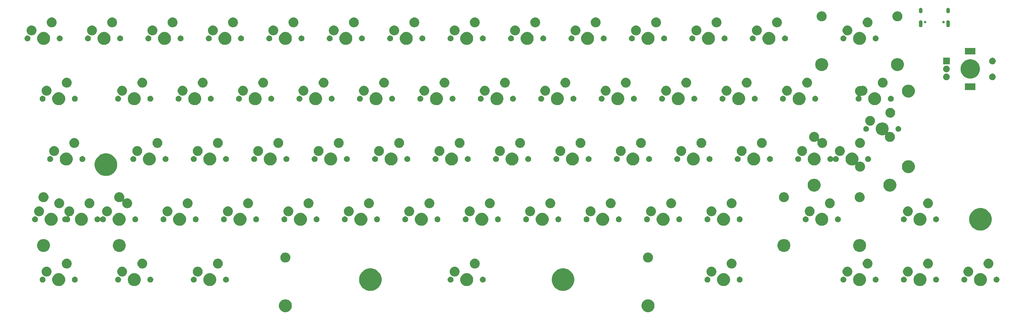
<source format=gts>
G04 #@! TF.GenerationSoftware,KiCad,Pcbnew,(5.1.0-0)*
G04 #@! TF.CreationDate,2021-01-29T15:13:06+00:00*
G04 #@! TF.ProjectId,PULSE,50554c53-452e-46b6-9963-61645f706362,rev?*
G04 #@! TF.SameCoordinates,Original*
G04 #@! TF.FileFunction,Soldermask,Top*
G04 #@! TF.FilePolarity,Negative*
%FSLAX46Y46*%
G04 Gerber Fmt 4.6, Leading zero omitted, Abs format (unit mm)*
G04 Created by KiCad (PCBNEW (5.1.0-0)) date 2021-01-29 15:13:06*
%MOMM*%
%LPD*%
G04 APERTURE LIST*
%ADD10C,0.100000*%
G04 APERTURE END LIST*
D10*
G36*
X88702724Y-53913684D02*
G01*
X88920724Y-54003983D01*
X89074873Y-54067833D01*
X89409798Y-54291623D01*
X89694627Y-54576452D01*
X89918417Y-54911377D01*
X89918417Y-54911378D01*
X90072566Y-55283526D01*
X90151150Y-55678594D01*
X90151150Y-56081406D01*
X90072566Y-56476474D01*
X89982267Y-56694474D01*
X89918417Y-56848623D01*
X89694627Y-57183548D01*
X89409798Y-57468377D01*
X89074873Y-57692167D01*
X88920724Y-57756017D01*
X88702724Y-57846316D01*
X88307656Y-57924900D01*
X87904844Y-57924900D01*
X87509776Y-57846316D01*
X87291776Y-57756017D01*
X87137627Y-57692167D01*
X86802702Y-57468377D01*
X86517873Y-57183548D01*
X86294083Y-56848623D01*
X86230233Y-56694474D01*
X86139934Y-56476474D01*
X86061350Y-56081406D01*
X86061350Y-55678594D01*
X86139934Y-55283526D01*
X86294083Y-54911378D01*
X86294083Y-54911377D01*
X86517873Y-54576452D01*
X86802702Y-54291623D01*
X87137627Y-54067833D01*
X87291776Y-54003983D01*
X87509776Y-53913684D01*
X87904844Y-53835100D01*
X88307656Y-53835100D01*
X88702724Y-53913684D01*
X88702724Y-53913684D01*
G37*
G36*
X-25597276Y-53913684D02*
G01*
X-25379276Y-54003983D01*
X-25225127Y-54067833D01*
X-24890202Y-54291623D01*
X-24605373Y-54576452D01*
X-24381583Y-54911377D01*
X-24381583Y-54911378D01*
X-24227434Y-55283526D01*
X-24148850Y-55678594D01*
X-24148850Y-56081406D01*
X-24227434Y-56476474D01*
X-24317733Y-56694474D01*
X-24381583Y-56848623D01*
X-24605373Y-57183548D01*
X-24890202Y-57468377D01*
X-25225127Y-57692167D01*
X-25379276Y-57756017D01*
X-25597276Y-57846316D01*
X-25992344Y-57924900D01*
X-26395156Y-57924900D01*
X-26790224Y-57846316D01*
X-27008224Y-57756017D01*
X-27162373Y-57692167D01*
X-27497298Y-57468377D01*
X-27782127Y-57183548D01*
X-28005917Y-56848623D01*
X-28069767Y-56694474D01*
X-28160066Y-56476474D01*
X-28238650Y-56081406D01*
X-28238650Y-55678594D01*
X-28160066Y-55283526D01*
X-28005917Y-54911378D01*
X-28005917Y-54911377D01*
X-27782127Y-54576452D01*
X-27497298Y-54291623D01*
X-27162373Y-54067833D01*
X-27008224Y-54003983D01*
X-26790224Y-53913684D01*
X-26395156Y-53835100D01*
X-25992344Y-53835100D01*
X-25597276Y-53913684D01*
X-25597276Y-53913684D01*
G37*
G36*
X1631087Y-44209462D02*
G01*
X1631090Y-44209463D01*
X1631089Y-44209463D01*
X2277329Y-44477144D01*
X2858931Y-44865758D01*
X3353542Y-45360369D01*
X3742156Y-45941971D01*
X3796722Y-46073705D01*
X4009838Y-46588213D01*
X4146300Y-47274256D01*
X4146300Y-47973744D01*
X4009838Y-48659787D01*
X4009837Y-48659789D01*
X3742156Y-49306029D01*
X3353542Y-49887631D01*
X2858931Y-50382242D01*
X2277329Y-50770856D01*
X1820368Y-50960135D01*
X1631087Y-51038538D01*
X945044Y-51175000D01*
X245556Y-51175000D01*
X-440487Y-51038538D01*
X-629768Y-50960135D01*
X-1086729Y-50770856D01*
X-1668331Y-50382242D01*
X-2162942Y-49887631D01*
X-2551556Y-49306029D01*
X-2819237Y-48659789D01*
X-2819238Y-48659787D01*
X-2955700Y-47973744D01*
X-2955700Y-47274256D01*
X-2819238Y-46588213D01*
X-2606122Y-46073705D01*
X-2551556Y-45941971D01*
X-2162942Y-45360369D01*
X-1668331Y-44865758D01*
X-1086729Y-44477144D01*
X-440489Y-44209463D01*
X-440490Y-44209463D01*
X-440487Y-44209462D01*
X245556Y-44073000D01*
X945044Y-44073000D01*
X1631087Y-44209462D01*
X1631087Y-44209462D01*
G37*
G36*
X62351687Y-44209462D02*
G01*
X62351690Y-44209463D01*
X62351689Y-44209463D01*
X62997929Y-44477144D01*
X63579531Y-44865758D01*
X64074142Y-45360369D01*
X64462756Y-45941971D01*
X64517322Y-46073705D01*
X64730438Y-46588213D01*
X64866900Y-47274256D01*
X64866900Y-47973744D01*
X64730438Y-48659787D01*
X64730437Y-48659789D01*
X64462756Y-49306029D01*
X64074142Y-49887631D01*
X63579531Y-50382242D01*
X62997929Y-50770856D01*
X62540968Y-50960135D01*
X62351687Y-51038538D01*
X61665644Y-51175000D01*
X60966156Y-51175000D01*
X60280113Y-51038538D01*
X60090832Y-50960135D01*
X59633871Y-50770856D01*
X59052269Y-50382242D01*
X58557658Y-49887631D01*
X58169044Y-49306029D01*
X57901363Y-48659789D01*
X57901362Y-48659787D01*
X57764900Y-47973744D01*
X57764900Y-47274256D01*
X57901362Y-46588213D01*
X58114478Y-46073705D01*
X58169044Y-45941971D01*
X58557658Y-45360369D01*
X59052269Y-44865758D01*
X59633871Y-44477144D01*
X60280111Y-44209463D01*
X60280110Y-44209463D01*
X60280113Y-44209462D01*
X60966156Y-44073000D01*
X61665644Y-44073000D01*
X62351687Y-44209462D01*
X62351687Y-44209462D01*
G37*
G36*
X174427724Y-45658684D02*
G01*
X174645724Y-45748983D01*
X174799873Y-45812833D01*
X175134798Y-46036623D01*
X175419627Y-46321452D01*
X175643417Y-46656377D01*
X175675812Y-46734586D01*
X175797566Y-47028526D01*
X175876150Y-47423594D01*
X175876150Y-47826406D01*
X175797566Y-48221474D01*
X175746701Y-48344272D01*
X175643417Y-48593623D01*
X175419627Y-48928548D01*
X175134798Y-49213377D01*
X174799873Y-49437167D01*
X174645724Y-49501017D01*
X174427724Y-49591316D01*
X174032656Y-49669900D01*
X173629844Y-49669900D01*
X173234776Y-49591316D01*
X173016776Y-49501017D01*
X172862627Y-49437167D01*
X172527702Y-49213377D01*
X172242873Y-48928548D01*
X172019083Y-48593623D01*
X171915799Y-48344272D01*
X171864934Y-48221474D01*
X171786350Y-47826406D01*
X171786350Y-47423594D01*
X171864934Y-47028526D01*
X171986688Y-46734586D01*
X172019083Y-46656377D01*
X172242873Y-46321452D01*
X172527702Y-46036623D01*
X172862627Y-45812833D01*
X173016776Y-45748983D01*
X173234776Y-45658684D01*
X173629844Y-45580100D01*
X174032656Y-45580100D01*
X174427724Y-45658684D01*
X174427724Y-45658684D01*
G37*
G36*
X155377724Y-45658684D02*
G01*
X155595724Y-45748983D01*
X155749873Y-45812833D01*
X156084798Y-46036623D01*
X156369627Y-46321452D01*
X156593417Y-46656377D01*
X156625812Y-46734586D01*
X156747566Y-47028526D01*
X156826150Y-47423594D01*
X156826150Y-47826406D01*
X156747566Y-48221474D01*
X156696701Y-48344272D01*
X156593417Y-48593623D01*
X156369627Y-48928548D01*
X156084798Y-49213377D01*
X155749873Y-49437167D01*
X155595724Y-49501017D01*
X155377724Y-49591316D01*
X154982656Y-49669900D01*
X154579844Y-49669900D01*
X154184776Y-49591316D01*
X153966776Y-49501017D01*
X153812627Y-49437167D01*
X153477702Y-49213377D01*
X153192873Y-48928548D01*
X152969083Y-48593623D01*
X152865799Y-48344272D01*
X152814934Y-48221474D01*
X152736350Y-47826406D01*
X152736350Y-47423594D01*
X152814934Y-47028526D01*
X152936688Y-46734586D01*
X152969083Y-46656377D01*
X153192873Y-46321452D01*
X153477702Y-46036623D01*
X153812627Y-45812833D01*
X153966776Y-45748983D01*
X154184776Y-45658684D01*
X154579844Y-45580100D01*
X154982656Y-45580100D01*
X155377724Y-45658684D01*
X155377724Y-45658684D01*
G37*
G36*
X112515224Y-45658684D02*
G01*
X112733224Y-45748983D01*
X112887373Y-45812833D01*
X113222298Y-46036623D01*
X113507127Y-46321452D01*
X113730917Y-46656377D01*
X113763312Y-46734586D01*
X113885066Y-47028526D01*
X113963650Y-47423594D01*
X113963650Y-47826406D01*
X113885066Y-48221474D01*
X113834201Y-48344272D01*
X113730917Y-48593623D01*
X113507127Y-48928548D01*
X113222298Y-49213377D01*
X112887373Y-49437167D01*
X112733224Y-49501017D01*
X112515224Y-49591316D01*
X112120156Y-49669900D01*
X111717344Y-49669900D01*
X111322276Y-49591316D01*
X111104276Y-49501017D01*
X110950127Y-49437167D01*
X110615202Y-49213377D01*
X110330373Y-48928548D01*
X110106583Y-48593623D01*
X110003299Y-48344272D01*
X109952434Y-48221474D01*
X109873850Y-47826406D01*
X109873850Y-47423594D01*
X109952434Y-47028526D01*
X110074188Y-46734586D01*
X110106583Y-46656377D01*
X110330373Y-46321452D01*
X110615202Y-46036623D01*
X110950127Y-45812833D01*
X111104276Y-45748983D01*
X111322276Y-45658684D01*
X111717344Y-45580100D01*
X112120156Y-45580100D01*
X112515224Y-45658684D01*
X112515224Y-45658684D01*
G37*
G36*
X31552724Y-45658684D02*
G01*
X31770724Y-45748983D01*
X31924873Y-45812833D01*
X32259798Y-46036623D01*
X32544627Y-46321452D01*
X32768417Y-46656377D01*
X32800812Y-46734586D01*
X32922566Y-47028526D01*
X33001150Y-47423594D01*
X33001150Y-47826406D01*
X32922566Y-48221474D01*
X32871701Y-48344272D01*
X32768417Y-48593623D01*
X32544627Y-48928548D01*
X32259798Y-49213377D01*
X31924873Y-49437167D01*
X31770724Y-49501017D01*
X31552724Y-49591316D01*
X31157656Y-49669900D01*
X30754844Y-49669900D01*
X30359776Y-49591316D01*
X30141776Y-49501017D01*
X29987627Y-49437167D01*
X29652702Y-49213377D01*
X29367873Y-48928548D01*
X29144083Y-48593623D01*
X29040799Y-48344272D01*
X28989934Y-48221474D01*
X28911350Y-47826406D01*
X28911350Y-47423594D01*
X28989934Y-47028526D01*
X29111688Y-46734586D01*
X29144083Y-46656377D01*
X29367873Y-46321452D01*
X29652702Y-46036623D01*
X29987627Y-45812833D01*
X30141776Y-45748983D01*
X30359776Y-45658684D01*
X30754844Y-45580100D01*
X31157656Y-45580100D01*
X31552724Y-45658684D01*
X31552724Y-45658684D01*
G37*
G36*
X-49409776Y-45658684D02*
G01*
X-49191776Y-45748983D01*
X-49037627Y-45812833D01*
X-48702702Y-46036623D01*
X-48417873Y-46321452D01*
X-48194083Y-46656377D01*
X-48161688Y-46734586D01*
X-48039934Y-47028526D01*
X-47961350Y-47423594D01*
X-47961350Y-47826406D01*
X-48039934Y-48221474D01*
X-48090799Y-48344272D01*
X-48194083Y-48593623D01*
X-48417873Y-48928548D01*
X-48702702Y-49213377D01*
X-49037627Y-49437167D01*
X-49191776Y-49501017D01*
X-49409776Y-49591316D01*
X-49804844Y-49669900D01*
X-50207656Y-49669900D01*
X-50602724Y-49591316D01*
X-50820724Y-49501017D01*
X-50974873Y-49437167D01*
X-51309798Y-49213377D01*
X-51594627Y-48928548D01*
X-51818417Y-48593623D01*
X-51921701Y-48344272D01*
X-51972566Y-48221474D01*
X-52051150Y-47826406D01*
X-52051150Y-47423594D01*
X-51972566Y-47028526D01*
X-51850812Y-46734586D01*
X-51818417Y-46656377D01*
X-51594627Y-46321452D01*
X-51309798Y-46036623D01*
X-50974873Y-45812833D01*
X-50820724Y-45748983D01*
X-50602724Y-45658684D01*
X-50207656Y-45580100D01*
X-49804844Y-45580100D01*
X-49409776Y-45658684D01*
X-49409776Y-45658684D01*
G37*
G36*
X-97034776Y-45658684D02*
G01*
X-96816776Y-45748983D01*
X-96662627Y-45812833D01*
X-96327702Y-46036623D01*
X-96042873Y-46321452D01*
X-95819083Y-46656377D01*
X-95786688Y-46734586D01*
X-95664934Y-47028526D01*
X-95586350Y-47423594D01*
X-95586350Y-47826406D01*
X-95664934Y-48221474D01*
X-95715799Y-48344272D01*
X-95819083Y-48593623D01*
X-96042873Y-48928548D01*
X-96327702Y-49213377D01*
X-96662627Y-49437167D01*
X-96816776Y-49501017D01*
X-97034776Y-49591316D01*
X-97429844Y-49669900D01*
X-97832656Y-49669900D01*
X-98227724Y-49591316D01*
X-98445724Y-49501017D01*
X-98599873Y-49437167D01*
X-98934798Y-49213377D01*
X-99219627Y-48928548D01*
X-99443417Y-48593623D01*
X-99546701Y-48344272D01*
X-99597566Y-48221474D01*
X-99676150Y-47826406D01*
X-99676150Y-47423594D01*
X-99597566Y-47028526D01*
X-99475812Y-46734586D01*
X-99443417Y-46656377D01*
X-99219627Y-46321452D01*
X-98934798Y-46036623D01*
X-98599873Y-45812833D01*
X-98445724Y-45748983D01*
X-98227724Y-45658684D01*
X-97832656Y-45580100D01*
X-97429844Y-45580100D01*
X-97034776Y-45658684D01*
X-97034776Y-45658684D01*
G37*
G36*
X193477724Y-45658684D02*
G01*
X193695724Y-45748983D01*
X193849873Y-45812833D01*
X194184798Y-46036623D01*
X194469627Y-46321452D01*
X194693417Y-46656377D01*
X194725812Y-46734586D01*
X194847566Y-47028526D01*
X194926150Y-47423594D01*
X194926150Y-47826406D01*
X194847566Y-48221474D01*
X194796701Y-48344272D01*
X194693417Y-48593623D01*
X194469627Y-48928548D01*
X194184798Y-49213377D01*
X193849873Y-49437167D01*
X193695724Y-49501017D01*
X193477724Y-49591316D01*
X193082656Y-49669900D01*
X192679844Y-49669900D01*
X192284776Y-49591316D01*
X192066776Y-49501017D01*
X191912627Y-49437167D01*
X191577702Y-49213377D01*
X191292873Y-48928548D01*
X191069083Y-48593623D01*
X190965799Y-48344272D01*
X190914934Y-48221474D01*
X190836350Y-47826406D01*
X190836350Y-47423594D01*
X190914934Y-47028526D01*
X191036688Y-46734586D01*
X191069083Y-46656377D01*
X191292873Y-46321452D01*
X191577702Y-46036623D01*
X191912627Y-45812833D01*
X192066776Y-45748983D01*
X192284776Y-45658684D01*
X192679844Y-45580100D01*
X193082656Y-45580100D01*
X193477724Y-45658684D01*
X193477724Y-45658684D01*
G37*
G36*
X-73222214Y-45658644D02*
G01*
X-73004214Y-45748943D01*
X-72850065Y-45812793D01*
X-72515140Y-46036583D01*
X-72230311Y-46321412D01*
X-72006521Y-46656337D01*
X-71945213Y-46804349D01*
X-71852372Y-47028486D01*
X-71773788Y-47423554D01*
X-71773788Y-47826366D01*
X-71852372Y-48221434D01*
X-71942671Y-48439434D01*
X-72006521Y-48593583D01*
X-72230311Y-48928508D01*
X-72515140Y-49213337D01*
X-72850065Y-49437127D01*
X-73004214Y-49500977D01*
X-73222214Y-49591276D01*
X-73617282Y-49669860D01*
X-74020094Y-49669860D01*
X-74415162Y-49591276D01*
X-74633162Y-49500977D01*
X-74787311Y-49437127D01*
X-75122236Y-49213337D01*
X-75407065Y-48928508D01*
X-75630855Y-48593583D01*
X-75694705Y-48439434D01*
X-75785004Y-48221434D01*
X-75863588Y-47826366D01*
X-75863588Y-47423554D01*
X-75785004Y-47028486D01*
X-75692163Y-46804349D01*
X-75630855Y-46656337D01*
X-75407065Y-46321412D01*
X-75122236Y-46036583D01*
X-74787311Y-45812793D01*
X-74633162Y-45748943D01*
X-74415162Y-45658644D01*
X-74020094Y-45580060D01*
X-73617282Y-45580060D01*
X-73222214Y-45658644D01*
X-73222214Y-45658644D01*
G37*
G36*
X-92281146Y-46734585D02*
G01*
X-92112624Y-46804389D01*
X-91960959Y-46905728D01*
X-91831978Y-47034709D01*
X-91730639Y-47186374D01*
X-91660835Y-47354896D01*
X-91625250Y-47533797D01*
X-91625250Y-47716203D01*
X-91660835Y-47895104D01*
X-91730639Y-48063626D01*
X-91831978Y-48215291D01*
X-91960959Y-48344272D01*
X-92112624Y-48445611D01*
X-92281146Y-48515415D01*
X-92460047Y-48551000D01*
X-92642453Y-48551000D01*
X-92821354Y-48515415D01*
X-92989876Y-48445611D01*
X-93141541Y-48344272D01*
X-93270522Y-48215291D01*
X-93371861Y-48063626D01*
X-93441665Y-47895104D01*
X-93477250Y-47716203D01*
X-93477250Y-47533797D01*
X-93441665Y-47354896D01*
X-93371861Y-47186374D01*
X-93270522Y-47034709D01*
X-93141541Y-46905728D01*
X-92989876Y-46804389D01*
X-92821354Y-46734585D01*
X-92642453Y-46699000D01*
X-92460047Y-46699000D01*
X-92281146Y-46734585D01*
X-92281146Y-46734585D01*
G37*
G36*
X-102441146Y-46734585D02*
G01*
X-102272624Y-46804389D01*
X-102120959Y-46905728D01*
X-101991978Y-47034709D01*
X-101890639Y-47186374D01*
X-101820835Y-47354896D01*
X-101785250Y-47533797D01*
X-101785250Y-47716203D01*
X-101820835Y-47895104D01*
X-101890639Y-48063626D01*
X-101991978Y-48215291D01*
X-102120959Y-48344272D01*
X-102272624Y-48445611D01*
X-102441146Y-48515415D01*
X-102620047Y-48551000D01*
X-102802453Y-48551000D01*
X-102981354Y-48515415D01*
X-103149876Y-48445611D01*
X-103301541Y-48344272D01*
X-103430522Y-48215291D01*
X-103531861Y-48063626D01*
X-103601665Y-47895104D01*
X-103637250Y-47716203D01*
X-103637250Y-47533797D01*
X-103601665Y-47354896D01*
X-103531861Y-47186374D01*
X-103430522Y-47034709D01*
X-103301541Y-46905728D01*
X-103149876Y-46804389D01*
X-102981354Y-46734585D01*
X-102802453Y-46699000D01*
X-102620047Y-46699000D01*
X-102441146Y-46734585D01*
X-102441146Y-46734585D01*
G37*
G36*
X169021354Y-46734585D02*
G01*
X169189876Y-46804389D01*
X169341541Y-46905728D01*
X169470522Y-47034709D01*
X169571861Y-47186374D01*
X169641665Y-47354896D01*
X169677250Y-47533797D01*
X169677250Y-47716203D01*
X169641665Y-47895104D01*
X169571861Y-48063626D01*
X169470522Y-48215291D01*
X169341541Y-48344272D01*
X169189876Y-48445611D01*
X169021354Y-48515415D01*
X168842453Y-48551000D01*
X168660047Y-48551000D01*
X168481146Y-48515415D01*
X168312624Y-48445611D01*
X168160959Y-48344272D01*
X168031978Y-48215291D01*
X167930639Y-48063626D01*
X167860835Y-47895104D01*
X167825250Y-47716203D01*
X167825250Y-47533797D01*
X167860835Y-47354896D01*
X167930639Y-47186374D01*
X168031978Y-47034709D01*
X168160959Y-46905728D01*
X168312624Y-46804389D01*
X168481146Y-46734585D01*
X168660047Y-46699000D01*
X168842453Y-46699000D01*
X169021354Y-46734585D01*
X169021354Y-46734585D01*
G37*
G36*
X-44656146Y-46734585D02*
G01*
X-44487624Y-46804389D01*
X-44335959Y-46905728D01*
X-44206978Y-47034709D01*
X-44105639Y-47186374D01*
X-44035835Y-47354896D01*
X-44000250Y-47533797D01*
X-44000250Y-47716203D01*
X-44035835Y-47895104D01*
X-44105639Y-48063626D01*
X-44206978Y-48215291D01*
X-44335959Y-48344272D01*
X-44487624Y-48445611D01*
X-44656146Y-48515415D01*
X-44835047Y-48551000D01*
X-45017453Y-48551000D01*
X-45196354Y-48515415D01*
X-45364876Y-48445611D01*
X-45516541Y-48344272D01*
X-45645522Y-48215291D01*
X-45746861Y-48063626D01*
X-45816665Y-47895104D01*
X-45852250Y-47716203D01*
X-45852250Y-47533797D01*
X-45816665Y-47354896D01*
X-45746861Y-47186374D01*
X-45645522Y-47034709D01*
X-45516541Y-46905728D01*
X-45364876Y-46804389D01*
X-45196354Y-46734585D01*
X-45017453Y-46699000D01*
X-44835047Y-46699000D01*
X-44656146Y-46734585D01*
X-44656146Y-46734585D01*
G37*
G36*
X117268854Y-46734585D02*
G01*
X117437376Y-46804389D01*
X117589041Y-46905728D01*
X117718022Y-47034709D01*
X117819361Y-47186374D01*
X117889165Y-47354896D01*
X117924750Y-47533797D01*
X117924750Y-47716203D01*
X117889165Y-47895104D01*
X117819361Y-48063626D01*
X117718022Y-48215291D01*
X117589041Y-48344272D01*
X117437376Y-48445611D01*
X117268854Y-48515415D01*
X117089953Y-48551000D01*
X116907547Y-48551000D01*
X116728646Y-48515415D01*
X116560124Y-48445611D01*
X116408459Y-48344272D01*
X116279478Y-48215291D01*
X116178139Y-48063626D01*
X116108335Y-47895104D01*
X116072750Y-47716203D01*
X116072750Y-47533797D01*
X116108335Y-47354896D01*
X116178139Y-47186374D01*
X116279478Y-47034709D01*
X116408459Y-46905728D01*
X116560124Y-46804389D01*
X116728646Y-46734585D01*
X116907547Y-46699000D01*
X117089953Y-46699000D01*
X117268854Y-46734585D01*
X117268854Y-46734585D01*
G37*
G36*
X160131354Y-46734585D02*
G01*
X160299876Y-46804389D01*
X160451541Y-46905728D01*
X160580522Y-47034709D01*
X160681861Y-47186374D01*
X160751665Y-47354896D01*
X160787250Y-47533797D01*
X160787250Y-47716203D01*
X160751665Y-47895104D01*
X160681861Y-48063626D01*
X160580522Y-48215291D01*
X160451541Y-48344272D01*
X160299876Y-48445611D01*
X160131354Y-48515415D01*
X159952453Y-48551000D01*
X159770047Y-48551000D01*
X159591146Y-48515415D01*
X159422624Y-48445611D01*
X159270959Y-48344272D01*
X159141978Y-48215291D01*
X159040639Y-48063626D01*
X158970835Y-47895104D01*
X158935250Y-47716203D01*
X158935250Y-47533797D01*
X158970835Y-47354896D01*
X159040639Y-47186374D01*
X159141978Y-47034709D01*
X159270959Y-46905728D01*
X159422624Y-46804389D01*
X159591146Y-46734585D01*
X159770047Y-46699000D01*
X159952453Y-46699000D01*
X160131354Y-46734585D01*
X160131354Y-46734585D01*
G37*
G36*
X107108854Y-46734585D02*
G01*
X107277376Y-46804389D01*
X107429041Y-46905728D01*
X107558022Y-47034709D01*
X107659361Y-47186374D01*
X107729165Y-47354896D01*
X107764750Y-47533797D01*
X107764750Y-47716203D01*
X107729165Y-47895104D01*
X107659361Y-48063626D01*
X107558022Y-48215291D01*
X107429041Y-48344272D01*
X107277376Y-48445611D01*
X107108854Y-48515415D01*
X106929953Y-48551000D01*
X106747547Y-48551000D01*
X106568646Y-48515415D01*
X106400124Y-48445611D01*
X106248459Y-48344272D01*
X106119478Y-48215291D01*
X106018139Y-48063626D01*
X105948335Y-47895104D01*
X105912750Y-47716203D01*
X105912750Y-47533797D01*
X105948335Y-47354896D01*
X106018139Y-47186374D01*
X106119478Y-47034709D01*
X106248459Y-46905728D01*
X106400124Y-46804389D01*
X106568646Y-46734585D01*
X106747547Y-46699000D01*
X106929953Y-46699000D01*
X107108854Y-46734585D01*
X107108854Y-46734585D01*
G37*
G36*
X149971354Y-46734585D02*
G01*
X150139876Y-46804389D01*
X150291541Y-46905728D01*
X150420522Y-47034709D01*
X150521861Y-47186374D01*
X150591665Y-47354896D01*
X150627250Y-47533797D01*
X150627250Y-47716203D01*
X150591665Y-47895104D01*
X150521861Y-48063626D01*
X150420522Y-48215291D01*
X150291541Y-48344272D01*
X150139876Y-48445611D01*
X149971354Y-48515415D01*
X149792453Y-48551000D01*
X149610047Y-48551000D01*
X149431146Y-48515415D01*
X149262624Y-48445611D01*
X149110959Y-48344272D01*
X148981978Y-48215291D01*
X148880639Y-48063626D01*
X148810835Y-47895104D01*
X148775250Y-47716203D01*
X148775250Y-47533797D01*
X148810835Y-47354896D01*
X148880639Y-47186374D01*
X148981978Y-47034709D01*
X149110959Y-46905728D01*
X149262624Y-46804389D01*
X149431146Y-46734585D01*
X149610047Y-46699000D01*
X149792453Y-46699000D01*
X149971354Y-46734585D01*
X149971354Y-46734585D01*
G37*
G36*
X26146354Y-46734585D02*
G01*
X26314876Y-46804389D01*
X26466541Y-46905728D01*
X26595522Y-47034709D01*
X26696861Y-47186374D01*
X26766665Y-47354896D01*
X26802250Y-47533797D01*
X26802250Y-47716203D01*
X26766665Y-47895104D01*
X26696861Y-48063626D01*
X26595522Y-48215291D01*
X26466541Y-48344272D01*
X26314876Y-48445611D01*
X26146354Y-48515415D01*
X25967453Y-48551000D01*
X25785047Y-48551000D01*
X25606146Y-48515415D01*
X25437624Y-48445611D01*
X25285959Y-48344272D01*
X25156978Y-48215291D01*
X25055639Y-48063626D01*
X24985835Y-47895104D01*
X24950250Y-47716203D01*
X24950250Y-47533797D01*
X24985835Y-47354896D01*
X25055639Y-47186374D01*
X25156978Y-47034709D01*
X25285959Y-46905728D01*
X25437624Y-46804389D01*
X25606146Y-46734585D01*
X25785047Y-46699000D01*
X25967453Y-46699000D01*
X26146354Y-46734585D01*
X26146354Y-46734585D01*
G37*
G36*
X36306354Y-46734585D02*
G01*
X36474876Y-46804389D01*
X36626541Y-46905728D01*
X36755522Y-47034709D01*
X36856861Y-47186374D01*
X36926665Y-47354896D01*
X36962250Y-47533797D01*
X36962250Y-47716203D01*
X36926665Y-47895104D01*
X36856861Y-48063626D01*
X36755522Y-48215291D01*
X36626541Y-48344272D01*
X36474876Y-48445611D01*
X36306354Y-48515415D01*
X36127453Y-48551000D01*
X35945047Y-48551000D01*
X35766146Y-48515415D01*
X35597624Y-48445611D01*
X35445959Y-48344272D01*
X35316978Y-48215291D01*
X35215639Y-48063626D01*
X35145835Y-47895104D01*
X35110250Y-47716203D01*
X35110250Y-47533797D01*
X35145835Y-47354896D01*
X35215639Y-47186374D01*
X35316978Y-47034709D01*
X35445959Y-46905728D01*
X35597624Y-46804389D01*
X35766146Y-46734585D01*
X35945047Y-46699000D01*
X36127453Y-46699000D01*
X36306354Y-46734585D01*
X36306354Y-46734585D01*
G37*
G36*
X179181354Y-46734585D02*
G01*
X179349876Y-46804389D01*
X179501541Y-46905728D01*
X179630522Y-47034709D01*
X179731861Y-47186374D01*
X179801665Y-47354896D01*
X179837250Y-47533797D01*
X179837250Y-47716203D01*
X179801665Y-47895104D01*
X179731861Y-48063626D01*
X179630522Y-48215291D01*
X179501541Y-48344272D01*
X179349876Y-48445611D01*
X179181354Y-48515415D01*
X179002453Y-48551000D01*
X178820047Y-48551000D01*
X178641146Y-48515415D01*
X178472624Y-48445611D01*
X178320959Y-48344272D01*
X178191978Y-48215291D01*
X178090639Y-48063626D01*
X178020835Y-47895104D01*
X177985250Y-47716203D01*
X177985250Y-47533797D01*
X178020835Y-47354896D01*
X178090639Y-47186374D01*
X178191978Y-47034709D01*
X178320959Y-46905728D01*
X178472624Y-46804389D01*
X178641146Y-46734585D01*
X178820047Y-46699000D01*
X179002453Y-46699000D01*
X179181354Y-46734585D01*
X179181354Y-46734585D01*
G37*
G36*
X-54816146Y-46734585D02*
G01*
X-54647624Y-46804389D01*
X-54495959Y-46905728D01*
X-54366978Y-47034709D01*
X-54265639Y-47186374D01*
X-54195835Y-47354896D01*
X-54160250Y-47533797D01*
X-54160250Y-47716203D01*
X-54195835Y-47895104D01*
X-54265639Y-48063626D01*
X-54366978Y-48215291D01*
X-54495959Y-48344272D01*
X-54647624Y-48445611D01*
X-54816146Y-48515415D01*
X-54995047Y-48551000D01*
X-55177453Y-48551000D01*
X-55356354Y-48515415D01*
X-55524876Y-48445611D01*
X-55676541Y-48344272D01*
X-55805522Y-48215291D01*
X-55906861Y-48063626D01*
X-55976665Y-47895104D01*
X-56012250Y-47716203D01*
X-56012250Y-47533797D01*
X-55976665Y-47354896D01*
X-55906861Y-47186374D01*
X-55805522Y-47034709D01*
X-55676541Y-46905728D01*
X-55524876Y-46804389D01*
X-55356354Y-46734585D01*
X-55177453Y-46699000D01*
X-54995047Y-46699000D01*
X-54816146Y-46734585D01*
X-54816146Y-46734585D01*
G37*
G36*
X188071354Y-46734585D02*
G01*
X188239876Y-46804389D01*
X188391541Y-46905728D01*
X188520522Y-47034709D01*
X188621861Y-47186374D01*
X188691665Y-47354896D01*
X188727250Y-47533797D01*
X188727250Y-47716203D01*
X188691665Y-47895104D01*
X188621861Y-48063626D01*
X188520522Y-48215291D01*
X188391541Y-48344272D01*
X188239876Y-48445611D01*
X188071354Y-48515415D01*
X187892453Y-48551000D01*
X187710047Y-48551000D01*
X187531146Y-48515415D01*
X187362624Y-48445611D01*
X187210959Y-48344272D01*
X187081978Y-48215291D01*
X186980639Y-48063626D01*
X186910835Y-47895104D01*
X186875250Y-47716203D01*
X186875250Y-47533797D01*
X186910835Y-47354896D01*
X186980639Y-47186374D01*
X187081978Y-47034709D01*
X187210959Y-46905728D01*
X187362624Y-46804389D01*
X187531146Y-46734585D01*
X187710047Y-46699000D01*
X187892453Y-46699000D01*
X188071354Y-46734585D01*
X188071354Y-46734585D01*
G37*
G36*
X198231354Y-46734585D02*
G01*
X198399876Y-46804389D01*
X198551541Y-46905728D01*
X198680522Y-47034709D01*
X198781861Y-47186374D01*
X198851665Y-47354896D01*
X198887250Y-47533797D01*
X198887250Y-47716203D01*
X198851665Y-47895104D01*
X198781861Y-48063626D01*
X198680522Y-48215291D01*
X198551541Y-48344272D01*
X198399876Y-48445611D01*
X198231354Y-48515415D01*
X198052453Y-48551000D01*
X197870047Y-48551000D01*
X197691146Y-48515415D01*
X197522624Y-48445611D01*
X197370959Y-48344272D01*
X197241978Y-48215291D01*
X197140639Y-48063626D01*
X197070835Y-47895104D01*
X197035250Y-47716203D01*
X197035250Y-47533797D01*
X197070835Y-47354896D01*
X197140639Y-47186374D01*
X197241978Y-47034709D01*
X197370959Y-46905728D01*
X197522624Y-46804389D01*
X197691146Y-46734585D01*
X197870047Y-46699000D01*
X198052453Y-46699000D01*
X198231354Y-46734585D01*
X198231354Y-46734585D01*
G37*
G36*
X-68468584Y-46734545D02*
G01*
X-68300062Y-46804349D01*
X-68148397Y-46905688D01*
X-68019416Y-47034669D01*
X-67918077Y-47186334D01*
X-67848273Y-47354856D01*
X-67812688Y-47533757D01*
X-67812688Y-47716163D01*
X-67848273Y-47895064D01*
X-67918077Y-48063586D01*
X-68019416Y-48215251D01*
X-68148397Y-48344232D01*
X-68300062Y-48445571D01*
X-68468584Y-48515375D01*
X-68647485Y-48550960D01*
X-68829891Y-48550960D01*
X-69008792Y-48515375D01*
X-69177314Y-48445571D01*
X-69328979Y-48344232D01*
X-69457960Y-48215251D01*
X-69559299Y-48063586D01*
X-69629103Y-47895064D01*
X-69664688Y-47716163D01*
X-69664688Y-47533757D01*
X-69629103Y-47354856D01*
X-69559299Y-47186334D01*
X-69457960Y-47034669D01*
X-69328979Y-46905688D01*
X-69177314Y-46804349D01*
X-69008792Y-46734545D01*
X-68829891Y-46698960D01*
X-68647485Y-46698960D01*
X-68468584Y-46734545D01*
X-68468584Y-46734545D01*
G37*
G36*
X-78628584Y-46734545D02*
G01*
X-78460062Y-46804349D01*
X-78308397Y-46905688D01*
X-78179416Y-47034669D01*
X-78078077Y-47186334D01*
X-78008273Y-47354856D01*
X-77972688Y-47533757D01*
X-77972688Y-47716163D01*
X-78008273Y-47895064D01*
X-78078077Y-48063586D01*
X-78179416Y-48215251D01*
X-78308397Y-48344232D01*
X-78460062Y-48445571D01*
X-78628584Y-48515375D01*
X-78807485Y-48550960D01*
X-78989891Y-48550960D01*
X-79168792Y-48515375D01*
X-79337314Y-48445571D01*
X-79488979Y-48344232D01*
X-79617960Y-48215251D01*
X-79719299Y-48063586D01*
X-79789103Y-47895064D01*
X-79824688Y-47716163D01*
X-79824688Y-47533757D01*
X-79789103Y-47354856D01*
X-79719299Y-47186334D01*
X-79617960Y-47034669D01*
X-79488979Y-46905688D01*
X-79337314Y-46804349D01*
X-79168792Y-46734545D01*
X-78989891Y-46698960D01*
X-78807485Y-46698960D01*
X-78628584Y-46734545D01*
X-78628584Y-46734545D01*
G37*
G36*
X170323835Y-43563802D02*
G01*
X170473660Y-43593604D01*
X170755924Y-43710521D01*
X171009955Y-43880259D01*
X171225991Y-44096295D01*
X171395729Y-44350326D01*
X171512646Y-44632590D01*
X171572250Y-44932240D01*
X171572250Y-45237760D01*
X171512646Y-45537410D01*
X171395729Y-45819674D01*
X171225991Y-46073705D01*
X171009955Y-46289741D01*
X170755924Y-46459479D01*
X170473660Y-46576396D01*
X170323835Y-46606198D01*
X170174011Y-46636000D01*
X169868489Y-46636000D01*
X169718665Y-46606198D01*
X169568840Y-46576396D01*
X169286576Y-46459479D01*
X169032545Y-46289741D01*
X168816509Y-46073705D01*
X168646771Y-45819674D01*
X168529854Y-45537410D01*
X168470250Y-45237760D01*
X168470250Y-44932240D01*
X168529854Y-44632590D01*
X168646771Y-44350326D01*
X168816509Y-44096295D01*
X169032545Y-43880259D01*
X169286576Y-43710521D01*
X169568840Y-43593604D01*
X169718665Y-43563802D01*
X169868489Y-43534000D01*
X170174011Y-43534000D01*
X170323835Y-43563802D01*
X170323835Y-43563802D01*
G37*
G36*
X189373835Y-43563802D02*
G01*
X189523660Y-43593604D01*
X189805924Y-43710521D01*
X190059955Y-43880259D01*
X190275991Y-44096295D01*
X190445729Y-44350326D01*
X190562646Y-44632590D01*
X190622250Y-44932240D01*
X190622250Y-45237760D01*
X190562646Y-45537410D01*
X190445729Y-45819674D01*
X190275991Y-46073705D01*
X190059955Y-46289741D01*
X189805924Y-46459479D01*
X189523660Y-46576396D01*
X189373835Y-46606198D01*
X189224011Y-46636000D01*
X188918489Y-46636000D01*
X188768665Y-46606198D01*
X188618840Y-46576396D01*
X188336576Y-46459479D01*
X188082545Y-46289741D01*
X187866509Y-46073705D01*
X187696771Y-45819674D01*
X187579854Y-45537410D01*
X187520250Y-45237760D01*
X187520250Y-44932240D01*
X187579854Y-44632590D01*
X187696771Y-44350326D01*
X187866509Y-44096295D01*
X188082545Y-43880259D01*
X188336576Y-43710521D01*
X188618840Y-43593604D01*
X188768665Y-43563802D01*
X188918489Y-43534000D01*
X189224011Y-43534000D01*
X189373835Y-43563802D01*
X189373835Y-43563802D01*
G37*
G36*
X108411335Y-43563802D02*
G01*
X108561160Y-43593604D01*
X108843424Y-43710521D01*
X109097455Y-43880259D01*
X109313491Y-44096295D01*
X109483229Y-44350326D01*
X109600146Y-44632590D01*
X109659750Y-44932240D01*
X109659750Y-45237760D01*
X109600146Y-45537410D01*
X109483229Y-45819674D01*
X109313491Y-46073705D01*
X109097455Y-46289741D01*
X108843424Y-46459479D01*
X108561160Y-46576396D01*
X108411335Y-46606198D01*
X108261511Y-46636000D01*
X107955989Y-46636000D01*
X107806165Y-46606198D01*
X107656340Y-46576396D01*
X107374076Y-46459479D01*
X107120045Y-46289741D01*
X106904009Y-46073705D01*
X106734271Y-45819674D01*
X106617354Y-45537410D01*
X106557750Y-45237760D01*
X106557750Y-44932240D01*
X106617354Y-44632590D01*
X106734271Y-44350326D01*
X106904009Y-44096295D01*
X107120045Y-43880259D01*
X107374076Y-43710521D01*
X107656340Y-43593604D01*
X107806165Y-43563802D01*
X107955989Y-43534000D01*
X108261511Y-43534000D01*
X108411335Y-43563802D01*
X108411335Y-43563802D01*
G37*
G36*
X-101138665Y-43563802D02*
G01*
X-100988840Y-43593604D01*
X-100706576Y-43710521D01*
X-100452545Y-43880259D01*
X-100236509Y-44096295D01*
X-100066771Y-44350326D01*
X-99949854Y-44632590D01*
X-99890250Y-44932240D01*
X-99890250Y-45237760D01*
X-99949854Y-45537410D01*
X-100066771Y-45819674D01*
X-100236509Y-46073705D01*
X-100452545Y-46289741D01*
X-100706576Y-46459479D01*
X-100988840Y-46576396D01*
X-101138665Y-46606198D01*
X-101288489Y-46636000D01*
X-101594011Y-46636000D01*
X-101743835Y-46606198D01*
X-101893660Y-46576396D01*
X-102175924Y-46459479D01*
X-102429955Y-46289741D01*
X-102645991Y-46073705D01*
X-102815729Y-45819674D01*
X-102932646Y-45537410D01*
X-102992250Y-45237760D01*
X-102992250Y-44932240D01*
X-102932646Y-44632590D01*
X-102815729Y-44350326D01*
X-102645991Y-44096295D01*
X-102429955Y-43880259D01*
X-102175924Y-43710521D01*
X-101893660Y-43593604D01*
X-101743835Y-43563802D01*
X-101594011Y-43534000D01*
X-101288489Y-43534000D01*
X-101138665Y-43563802D01*
X-101138665Y-43563802D01*
G37*
G36*
X27448835Y-43563802D02*
G01*
X27598660Y-43593604D01*
X27880924Y-43710521D01*
X28134955Y-43880259D01*
X28350991Y-44096295D01*
X28520729Y-44350326D01*
X28637646Y-44632590D01*
X28697250Y-44932240D01*
X28697250Y-45237760D01*
X28637646Y-45537410D01*
X28520729Y-45819674D01*
X28350991Y-46073705D01*
X28134955Y-46289741D01*
X27880924Y-46459479D01*
X27598660Y-46576396D01*
X27448835Y-46606198D01*
X27299011Y-46636000D01*
X26993489Y-46636000D01*
X26843665Y-46606198D01*
X26693840Y-46576396D01*
X26411576Y-46459479D01*
X26157545Y-46289741D01*
X25941509Y-46073705D01*
X25771771Y-45819674D01*
X25654854Y-45537410D01*
X25595250Y-45237760D01*
X25595250Y-44932240D01*
X25654854Y-44632590D01*
X25771771Y-44350326D01*
X25941509Y-44096295D01*
X26157545Y-43880259D01*
X26411576Y-43710521D01*
X26693840Y-43593604D01*
X26843665Y-43563802D01*
X26993489Y-43534000D01*
X27299011Y-43534000D01*
X27448835Y-43563802D01*
X27448835Y-43563802D01*
G37*
G36*
X-53513665Y-43563802D02*
G01*
X-53363840Y-43593604D01*
X-53081576Y-43710521D01*
X-52827545Y-43880259D01*
X-52611509Y-44096295D01*
X-52441771Y-44350326D01*
X-52324854Y-44632590D01*
X-52265250Y-44932240D01*
X-52265250Y-45237760D01*
X-52324854Y-45537410D01*
X-52441771Y-45819674D01*
X-52611509Y-46073705D01*
X-52827545Y-46289741D01*
X-53081576Y-46459479D01*
X-53363840Y-46576396D01*
X-53513665Y-46606198D01*
X-53663489Y-46636000D01*
X-53969011Y-46636000D01*
X-54118835Y-46606198D01*
X-54268660Y-46576396D01*
X-54550924Y-46459479D01*
X-54804955Y-46289741D01*
X-55020991Y-46073705D01*
X-55190729Y-45819674D01*
X-55307646Y-45537410D01*
X-55367250Y-45237760D01*
X-55367250Y-44932240D01*
X-55307646Y-44632590D01*
X-55190729Y-44350326D01*
X-55020991Y-44096295D01*
X-54804955Y-43880259D01*
X-54550924Y-43710521D01*
X-54268660Y-43593604D01*
X-54118835Y-43563802D01*
X-53969011Y-43534000D01*
X-53663489Y-43534000D01*
X-53513665Y-43563802D01*
X-53513665Y-43563802D01*
G37*
G36*
X151273835Y-43563802D02*
G01*
X151423660Y-43593604D01*
X151705924Y-43710521D01*
X151959955Y-43880259D01*
X152175991Y-44096295D01*
X152345729Y-44350326D01*
X152462646Y-44632590D01*
X152522250Y-44932240D01*
X152522250Y-45237760D01*
X152462646Y-45537410D01*
X152345729Y-45819674D01*
X152175991Y-46073705D01*
X151959955Y-46289741D01*
X151705924Y-46459479D01*
X151423660Y-46576396D01*
X151273835Y-46606198D01*
X151124011Y-46636000D01*
X150818489Y-46636000D01*
X150668665Y-46606198D01*
X150518840Y-46576396D01*
X150236576Y-46459479D01*
X149982545Y-46289741D01*
X149766509Y-46073705D01*
X149596771Y-45819674D01*
X149479854Y-45537410D01*
X149420250Y-45237760D01*
X149420250Y-44932240D01*
X149479854Y-44632590D01*
X149596771Y-44350326D01*
X149766509Y-44096295D01*
X149982545Y-43880259D01*
X150236576Y-43710521D01*
X150518840Y-43593604D01*
X150668665Y-43563802D01*
X150818489Y-43534000D01*
X151124011Y-43534000D01*
X151273835Y-43563802D01*
X151273835Y-43563802D01*
G37*
G36*
X-77326103Y-43563762D02*
G01*
X-77176278Y-43593564D01*
X-76894014Y-43710481D01*
X-76639983Y-43880219D01*
X-76423947Y-44096255D01*
X-76254209Y-44350286D01*
X-76137292Y-44632550D01*
X-76077688Y-44932200D01*
X-76077688Y-45237720D01*
X-76137292Y-45537370D01*
X-76254209Y-45819634D01*
X-76423947Y-46073665D01*
X-76639983Y-46289701D01*
X-76894014Y-46459439D01*
X-77176278Y-46576356D01*
X-77326103Y-46606158D01*
X-77475927Y-46635960D01*
X-77781449Y-46635960D01*
X-77931273Y-46606158D01*
X-78081098Y-46576356D01*
X-78363362Y-46459439D01*
X-78617393Y-46289701D01*
X-78833429Y-46073665D01*
X-79003167Y-45819634D01*
X-79120084Y-45537370D01*
X-79179688Y-45237720D01*
X-79179688Y-44932200D01*
X-79120084Y-44632550D01*
X-79003167Y-44350286D01*
X-78833429Y-44096255D01*
X-78617393Y-43880219D01*
X-78363362Y-43710481D01*
X-78081098Y-43593564D01*
X-77931273Y-43563762D01*
X-77781449Y-43533960D01*
X-77475927Y-43533960D01*
X-77326103Y-43563762D01*
X-77326103Y-43563762D01*
G37*
G36*
X-47163665Y-41023802D02*
G01*
X-47013840Y-41053604D01*
X-46731576Y-41170521D01*
X-46477545Y-41340259D01*
X-46261509Y-41556295D01*
X-46091771Y-41810326D01*
X-45974854Y-42092590D01*
X-45915250Y-42392240D01*
X-45915250Y-42697760D01*
X-45974854Y-42997410D01*
X-46091771Y-43279674D01*
X-46261509Y-43533705D01*
X-46477545Y-43749741D01*
X-46731576Y-43919479D01*
X-47013840Y-44036396D01*
X-47163665Y-44066198D01*
X-47313489Y-44096000D01*
X-47619011Y-44096000D01*
X-47768835Y-44066198D01*
X-47918660Y-44036396D01*
X-48200924Y-43919479D01*
X-48454955Y-43749741D01*
X-48670991Y-43533705D01*
X-48840729Y-43279674D01*
X-48957646Y-42997410D01*
X-49017250Y-42697760D01*
X-49017250Y-42392240D01*
X-48957646Y-42092590D01*
X-48840729Y-41810326D01*
X-48670991Y-41556295D01*
X-48454955Y-41340259D01*
X-48200924Y-41170521D01*
X-47918660Y-41053604D01*
X-47768835Y-41023802D01*
X-47619011Y-40994000D01*
X-47313489Y-40994000D01*
X-47163665Y-41023802D01*
X-47163665Y-41023802D01*
G37*
G36*
X-94788665Y-41023802D02*
G01*
X-94638840Y-41053604D01*
X-94356576Y-41170521D01*
X-94102545Y-41340259D01*
X-93886509Y-41556295D01*
X-93716771Y-41810326D01*
X-93599854Y-42092590D01*
X-93540250Y-42392240D01*
X-93540250Y-42697760D01*
X-93599854Y-42997410D01*
X-93716771Y-43279674D01*
X-93886509Y-43533705D01*
X-94102545Y-43749741D01*
X-94356576Y-43919479D01*
X-94638840Y-44036396D01*
X-94788665Y-44066198D01*
X-94938489Y-44096000D01*
X-95244011Y-44096000D01*
X-95393835Y-44066198D01*
X-95543660Y-44036396D01*
X-95825924Y-43919479D01*
X-96079955Y-43749741D01*
X-96295991Y-43533705D01*
X-96465729Y-43279674D01*
X-96582646Y-42997410D01*
X-96642250Y-42697760D01*
X-96642250Y-42392240D01*
X-96582646Y-42092590D01*
X-96465729Y-41810326D01*
X-96295991Y-41556295D01*
X-96079955Y-41340259D01*
X-95825924Y-41170521D01*
X-95543660Y-41053604D01*
X-95393835Y-41023802D01*
X-95244011Y-40994000D01*
X-94938489Y-40994000D01*
X-94788665Y-41023802D01*
X-94788665Y-41023802D01*
G37*
G36*
X33798835Y-41023802D02*
G01*
X33948660Y-41053604D01*
X34230924Y-41170521D01*
X34484955Y-41340259D01*
X34700991Y-41556295D01*
X34870729Y-41810326D01*
X34987646Y-42092590D01*
X35047250Y-42392240D01*
X35047250Y-42697760D01*
X34987646Y-42997410D01*
X34870729Y-43279674D01*
X34700991Y-43533705D01*
X34484955Y-43749741D01*
X34230924Y-43919479D01*
X33948660Y-44036396D01*
X33798835Y-44066198D01*
X33649011Y-44096000D01*
X33343489Y-44096000D01*
X33193665Y-44066198D01*
X33043840Y-44036396D01*
X32761576Y-43919479D01*
X32507545Y-43749741D01*
X32291509Y-43533705D01*
X32121771Y-43279674D01*
X32004854Y-42997410D01*
X31945250Y-42697760D01*
X31945250Y-42392240D01*
X32004854Y-42092590D01*
X32121771Y-41810326D01*
X32291509Y-41556295D01*
X32507545Y-41340259D01*
X32761576Y-41170521D01*
X33043840Y-41053604D01*
X33193665Y-41023802D01*
X33343489Y-40994000D01*
X33649011Y-40994000D01*
X33798835Y-41023802D01*
X33798835Y-41023802D01*
G37*
G36*
X114761335Y-41023802D02*
G01*
X114911160Y-41053604D01*
X115193424Y-41170521D01*
X115447455Y-41340259D01*
X115663491Y-41556295D01*
X115833229Y-41810326D01*
X115950146Y-42092590D01*
X116009750Y-42392240D01*
X116009750Y-42697760D01*
X115950146Y-42997410D01*
X115833229Y-43279674D01*
X115663491Y-43533705D01*
X115447455Y-43749741D01*
X115193424Y-43919479D01*
X114911160Y-44036396D01*
X114761335Y-44066198D01*
X114611511Y-44096000D01*
X114305989Y-44096000D01*
X114156165Y-44066198D01*
X114006340Y-44036396D01*
X113724076Y-43919479D01*
X113470045Y-43749741D01*
X113254009Y-43533705D01*
X113084271Y-43279674D01*
X112967354Y-42997410D01*
X112907750Y-42697760D01*
X112907750Y-42392240D01*
X112967354Y-42092590D01*
X113084271Y-41810326D01*
X113254009Y-41556295D01*
X113470045Y-41340259D01*
X113724076Y-41170521D01*
X114006340Y-41053604D01*
X114156165Y-41023802D01*
X114305989Y-40994000D01*
X114611511Y-40994000D01*
X114761335Y-41023802D01*
X114761335Y-41023802D01*
G37*
G36*
X157623835Y-41023802D02*
G01*
X157773660Y-41053604D01*
X158055924Y-41170521D01*
X158309955Y-41340259D01*
X158525991Y-41556295D01*
X158695729Y-41810326D01*
X158812646Y-42092590D01*
X158872250Y-42392240D01*
X158872250Y-42697760D01*
X158812646Y-42997410D01*
X158695729Y-43279674D01*
X158525991Y-43533705D01*
X158309955Y-43749741D01*
X158055924Y-43919479D01*
X157773660Y-44036396D01*
X157623835Y-44066198D01*
X157474011Y-44096000D01*
X157168489Y-44096000D01*
X157018665Y-44066198D01*
X156868840Y-44036396D01*
X156586576Y-43919479D01*
X156332545Y-43749741D01*
X156116509Y-43533705D01*
X155946771Y-43279674D01*
X155829854Y-42997410D01*
X155770250Y-42697760D01*
X155770250Y-42392240D01*
X155829854Y-42092590D01*
X155946771Y-41810326D01*
X156116509Y-41556295D01*
X156332545Y-41340259D01*
X156586576Y-41170521D01*
X156868840Y-41053604D01*
X157018665Y-41023802D01*
X157168489Y-40994000D01*
X157474011Y-40994000D01*
X157623835Y-41023802D01*
X157623835Y-41023802D01*
G37*
G36*
X176673835Y-41023802D02*
G01*
X176823660Y-41053604D01*
X177105924Y-41170521D01*
X177359955Y-41340259D01*
X177575991Y-41556295D01*
X177745729Y-41810326D01*
X177862646Y-42092590D01*
X177922250Y-42392240D01*
X177922250Y-42697760D01*
X177862646Y-42997410D01*
X177745729Y-43279674D01*
X177575991Y-43533705D01*
X177359955Y-43749741D01*
X177105924Y-43919479D01*
X176823660Y-44036396D01*
X176673835Y-44066198D01*
X176524011Y-44096000D01*
X176218489Y-44096000D01*
X176068665Y-44066198D01*
X175918840Y-44036396D01*
X175636576Y-43919479D01*
X175382545Y-43749741D01*
X175166509Y-43533705D01*
X174996771Y-43279674D01*
X174879854Y-42997410D01*
X174820250Y-42697760D01*
X174820250Y-42392240D01*
X174879854Y-42092590D01*
X174996771Y-41810326D01*
X175166509Y-41556295D01*
X175382545Y-41340259D01*
X175636576Y-41170521D01*
X175918840Y-41053604D01*
X176068665Y-41023802D01*
X176218489Y-40994000D01*
X176524011Y-40994000D01*
X176673835Y-41023802D01*
X176673835Y-41023802D01*
G37*
G36*
X195723835Y-41023802D02*
G01*
X195873660Y-41053604D01*
X196155924Y-41170521D01*
X196409955Y-41340259D01*
X196625991Y-41556295D01*
X196795729Y-41810326D01*
X196912646Y-42092590D01*
X196972250Y-42392240D01*
X196972250Y-42697760D01*
X196912646Y-42997410D01*
X196795729Y-43279674D01*
X196625991Y-43533705D01*
X196409955Y-43749741D01*
X196155924Y-43919479D01*
X195873660Y-44036396D01*
X195723835Y-44066198D01*
X195574011Y-44096000D01*
X195268489Y-44096000D01*
X195118665Y-44066198D01*
X194968840Y-44036396D01*
X194686576Y-43919479D01*
X194432545Y-43749741D01*
X194216509Y-43533705D01*
X194046771Y-43279674D01*
X193929854Y-42997410D01*
X193870250Y-42697760D01*
X193870250Y-42392240D01*
X193929854Y-42092590D01*
X194046771Y-41810326D01*
X194216509Y-41556295D01*
X194432545Y-41340259D01*
X194686576Y-41170521D01*
X194968840Y-41053604D01*
X195118665Y-41023802D01*
X195268489Y-40994000D01*
X195574011Y-40994000D01*
X195723835Y-41023802D01*
X195723835Y-41023802D01*
G37*
G36*
X-70976103Y-41023762D02*
G01*
X-70826278Y-41053564D01*
X-70544014Y-41170481D01*
X-70289983Y-41340219D01*
X-70073947Y-41556255D01*
X-69904209Y-41810286D01*
X-69787292Y-42092550D01*
X-69727688Y-42392200D01*
X-69727688Y-42697720D01*
X-69787292Y-42997370D01*
X-69904209Y-43279634D01*
X-70073947Y-43533665D01*
X-70289983Y-43749701D01*
X-70544014Y-43919439D01*
X-70826278Y-44036356D01*
X-70976103Y-44066158D01*
X-71125927Y-44095960D01*
X-71431449Y-44095960D01*
X-71581273Y-44066158D01*
X-71731098Y-44036356D01*
X-72013362Y-43919439D01*
X-72267393Y-43749701D01*
X-72483429Y-43533665D01*
X-72653167Y-43279634D01*
X-72770084Y-42997370D01*
X-72829688Y-42697720D01*
X-72829688Y-42392200D01*
X-72770084Y-42092550D01*
X-72653167Y-41810286D01*
X-72483429Y-41556255D01*
X-72267393Y-41340219D01*
X-72013362Y-41170481D01*
X-71731098Y-41053564D01*
X-71581273Y-41023762D01*
X-71431449Y-40993960D01*
X-71125927Y-40993960D01*
X-70976103Y-41023762D01*
X-70976103Y-41023762D01*
G37*
G36*
X88413517Y-39095263D02*
G01*
X88565661Y-39125526D01*
X88684387Y-39174704D01*
X88852291Y-39244252D01*
X88852292Y-39244253D01*
X89110254Y-39416617D01*
X89329633Y-39635996D01*
X89444803Y-39808361D01*
X89501998Y-39893959D01*
X89571546Y-40061863D01*
X89620724Y-40180589D01*
X89681250Y-40484876D01*
X89681250Y-40795124D01*
X89629836Y-41053604D01*
X89620724Y-41099410D01*
X89501998Y-41386041D01*
X89501997Y-41386042D01*
X89329633Y-41644004D01*
X89110254Y-41863383D01*
X88937889Y-41978553D01*
X88852291Y-42035748D01*
X88715059Y-42092591D01*
X88565661Y-42154474D01*
X88261375Y-42215000D01*
X87951125Y-42215000D01*
X87646839Y-42154474D01*
X87497441Y-42092591D01*
X87360209Y-42035748D01*
X87274611Y-41978553D01*
X87102246Y-41863383D01*
X86882867Y-41644004D01*
X86710503Y-41386042D01*
X86710502Y-41386041D01*
X86591776Y-41099410D01*
X86582665Y-41053604D01*
X86531250Y-40795124D01*
X86531250Y-40484876D01*
X86591776Y-40180589D01*
X86640954Y-40061863D01*
X86710502Y-39893959D01*
X86767697Y-39808361D01*
X86882867Y-39635996D01*
X87102246Y-39416617D01*
X87360208Y-39244253D01*
X87360209Y-39244252D01*
X87528113Y-39174704D01*
X87646839Y-39125526D01*
X87951125Y-39065000D01*
X88261375Y-39065000D01*
X88413517Y-39095263D01*
X88413517Y-39095263D01*
G37*
G36*
X-25886483Y-39095263D02*
G01*
X-25734339Y-39125526D01*
X-25615613Y-39174704D01*
X-25447709Y-39244252D01*
X-25447708Y-39244253D01*
X-25189746Y-39416617D01*
X-24970367Y-39635996D01*
X-24855197Y-39808361D01*
X-24798002Y-39893959D01*
X-24728454Y-40061863D01*
X-24679276Y-40180589D01*
X-24618750Y-40484876D01*
X-24618750Y-40795124D01*
X-24670164Y-41053604D01*
X-24679276Y-41099410D01*
X-24798002Y-41386041D01*
X-24798003Y-41386042D01*
X-24970367Y-41644004D01*
X-25189746Y-41863383D01*
X-25362111Y-41978553D01*
X-25447709Y-42035748D01*
X-25584941Y-42092591D01*
X-25734339Y-42154474D01*
X-26038625Y-42215000D01*
X-26348875Y-42215000D01*
X-26653161Y-42154474D01*
X-26802559Y-42092591D01*
X-26939791Y-42035748D01*
X-27025389Y-41978553D01*
X-27197754Y-41863383D01*
X-27417133Y-41644004D01*
X-27589497Y-41386042D01*
X-27589498Y-41386041D01*
X-27708224Y-41099410D01*
X-27717335Y-41053604D01*
X-27768750Y-40795124D01*
X-27768750Y-40484876D01*
X-27708224Y-40180589D01*
X-27659046Y-40061863D01*
X-27589498Y-39893959D01*
X-27532303Y-39808361D01*
X-27417133Y-39635996D01*
X-27197754Y-39416617D01*
X-26939792Y-39244253D01*
X-26939791Y-39244252D01*
X-26771887Y-39174704D01*
X-26653161Y-39125526D01*
X-26501017Y-39095263D01*
X-26348875Y-39065000D01*
X-26038625Y-39065000D01*
X-25886483Y-39095263D01*
X-25886483Y-39095263D01*
G37*
G36*
X155409474Y-34863684D02*
G01*
X155627474Y-34953983D01*
X155781623Y-35017833D01*
X156116548Y-35241623D01*
X156401377Y-35526452D01*
X156625167Y-35861377D01*
X156625167Y-35861378D01*
X156779316Y-36233526D01*
X156857900Y-36628594D01*
X156857900Y-37031406D01*
X156779316Y-37426474D01*
X156689017Y-37644474D01*
X156625167Y-37798623D01*
X156401377Y-38133548D01*
X156116548Y-38418377D01*
X155781623Y-38642167D01*
X155627474Y-38706017D01*
X155409474Y-38796316D01*
X155014406Y-38874900D01*
X154611594Y-38874900D01*
X154216526Y-38796316D01*
X153998526Y-38706017D01*
X153844377Y-38642167D01*
X153509452Y-38418377D01*
X153224623Y-38133548D01*
X153000833Y-37798623D01*
X152936983Y-37644474D01*
X152846684Y-37426474D01*
X152768100Y-37031406D01*
X152768100Y-36628594D01*
X152846684Y-36233526D01*
X153000833Y-35861378D01*
X153000833Y-35861377D01*
X153224623Y-35526452D01*
X153509452Y-35241623D01*
X153844377Y-35017833D01*
X153998526Y-34953983D01*
X154216526Y-34863684D01*
X154611594Y-34785100D01*
X155014406Y-34785100D01*
X155409474Y-34863684D01*
X155409474Y-34863684D01*
G37*
G36*
X-101829026Y-34863684D02*
G01*
X-101611026Y-34953983D01*
X-101456877Y-35017833D01*
X-101121952Y-35241623D01*
X-100837123Y-35526452D01*
X-100613333Y-35861377D01*
X-100613333Y-35861378D01*
X-100459184Y-36233526D01*
X-100380600Y-36628594D01*
X-100380600Y-37031406D01*
X-100459184Y-37426474D01*
X-100549483Y-37644474D01*
X-100613333Y-37798623D01*
X-100837123Y-38133548D01*
X-101121952Y-38418377D01*
X-101456877Y-38642167D01*
X-101611026Y-38706017D01*
X-101829026Y-38796316D01*
X-102224094Y-38874900D01*
X-102626906Y-38874900D01*
X-103021974Y-38796316D01*
X-103239974Y-38706017D01*
X-103394123Y-38642167D01*
X-103729048Y-38418377D01*
X-104013877Y-38133548D01*
X-104237667Y-37798623D01*
X-104301517Y-37644474D01*
X-104391816Y-37426474D01*
X-104470400Y-37031406D01*
X-104470400Y-36628594D01*
X-104391816Y-36233526D01*
X-104237667Y-35861378D01*
X-104237667Y-35861377D01*
X-104013877Y-35526452D01*
X-103729048Y-35241623D01*
X-103394123Y-35017833D01*
X-103239974Y-34953983D01*
X-103021974Y-34863684D01*
X-102626906Y-34785100D01*
X-102224094Y-34785100D01*
X-101829026Y-34863684D01*
X-101829026Y-34863684D01*
G37*
G36*
X-77953026Y-34863684D02*
G01*
X-77735026Y-34953983D01*
X-77580877Y-35017833D01*
X-77245952Y-35241623D01*
X-76961123Y-35526452D01*
X-76737333Y-35861377D01*
X-76737333Y-35861378D01*
X-76583184Y-36233526D01*
X-76504600Y-36628594D01*
X-76504600Y-37031406D01*
X-76583184Y-37426474D01*
X-76673483Y-37644474D01*
X-76737333Y-37798623D01*
X-76961123Y-38133548D01*
X-77245952Y-38418377D01*
X-77580877Y-38642167D01*
X-77735026Y-38706017D01*
X-77953026Y-38796316D01*
X-78348094Y-38874900D01*
X-78750906Y-38874900D01*
X-79145974Y-38796316D01*
X-79363974Y-38706017D01*
X-79518123Y-38642167D01*
X-79853048Y-38418377D01*
X-80137877Y-38133548D01*
X-80361667Y-37798623D01*
X-80425517Y-37644474D01*
X-80515816Y-37426474D01*
X-80594400Y-37031406D01*
X-80594400Y-36628594D01*
X-80515816Y-36233526D01*
X-80361667Y-35861378D01*
X-80361667Y-35861377D01*
X-80137877Y-35526452D01*
X-79853048Y-35241623D01*
X-79518123Y-35017833D01*
X-79363974Y-34953983D01*
X-79145974Y-34863684D01*
X-78750906Y-34785100D01*
X-78348094Y-34785100D01*
X-77953026Y-34863684D01*
X-77953026Y-34863684D01*
G37*
G36*
X131533474Y-34863684D02*
G01*
X131751474Y-34953983D01*
X131905623Y-35017833D01*
X132240548Y-35241623D01*
X132525377Y-35526452D01*
X132749167Y-35861377D01*
X132749167Y-35861378D01*
X132903316Y-36233526D01*
X132981900Y-36628594D01*
X132981900Y-37031406D01*
X132903316Y-37426474D01*
X132813017Y-37644474D01*
X132749167Y-37798623D01*
X132525377Y-38133548D01*
X132240548Y-38418377D01*
X131905623Y-38642167D01*
X131751474Y-38706017D01*
X131533474Y-38796316D01*
X131138406Y-38874900D01*
X130735594Y-38874900D01*
X130340526Y-38796316D01*
X130122526Y-38706017D01*
X129968377Y-38642167D01*
X129633452Y-38418377D01*
X129348623Y-38133548D01*
X129124833Y-37798623D01*
X129060983Y-37644474D01*
X128970684Y-37426474D01*
X128892100Y-37031406D01*
X128892100Y-36628594D01*
X128970684Y-36233526D01*
X129124833Y-35861378D01*
X129124833Y-35861377D01*
X129348623Y-35526452D01*
X129633452Y-35241623D01*
X129968377Y-35017833D01*
X130122526Y-34953983D01*
X130340526Y-34863684D01*
X130735594Y-34785100D01*
X131138406Y-34785100D01*
X131533474Y-34863684D01*
X131533474Y-34863684D01*
G37*
G36*
X193912987Y-25159862D02*
G01*
X193912990Y-25159863D01*
X193912989Y-25159863D01*
X194559229Y-25427544D01*
X195140831Y-25816158D01*
X195635442Y-26310769D01*
X196024056Y-26892371D01*
X196024056Y-26892372D01*
X196291738Y-27538613D01*
X196428200Y-28224656D01*
X196428200Y-28924144D01*
X196291738Y-29610187D01*
X196291737Y-29610189D01*
X196024056Y-30256429D01*
X195635442Y-30838031D01*
X195140831Y-31332642D01*
X194559229Y-31721256D01*
X194102268Y-31910535D01*
X193912987Y-31988938D01*
X193226944Y-32125400D01*
X192527456Y-32125400D01*
X191841413Y-31988938D01*
X191652132Y-31910535D01*
X191195171Y-31721256D01*
X190613569Y-31332642D01*
X190118958Y-30838031D01*
X189730344Y-30256429D01*
X189462663Y-29610189D01*
X189462662Y-29610187D01*
X189326200Y-28924144D01*
X189326200Y-28224656D01*
X189462662Y-27538613D01*
X189730344Y-26892372D01*
X189730344Y-26892371D01*
X190118958Y-26310769D01*
X190613569Y-25816158D01*
X191195171Y-25427544D01*
X191841411Y-25159863D01*
X191841410Y-25159863D01*
X191841413Y-25159862D01*
X192527456Y-25023400D01*
X193226944Y-25023400D01*
X193912987Y-25159862D01*
X193912987Y-25159862D01*
G37*
G36*
X-89891026Y-26608684D02*
G01*
X-89673026Y-26698983D01*
X-89518877Y-26762833D01*
X-89183952Y-26986623D01*
X-88899123Y-27271452D01*
X-88675333Y-27606377D01*
X-88640065Y-27691523D01*
X-88521184Y-27978526D01*
X-88442600Y-28373594D01*
X-88442600Y-28776406D01*
X-88521184Y-29171474D01*
X-88572049Y-29294272D01*
X-88675333Y-29543623D01*
X-88899123Y-29878548D01*
X-89183952Y-30163377D01*
X-89518877Y-30387167D01*
X-89673026Y-30451017D01*
X-89891026Y-30541316D01*
X-90286094Y-30619900D01*
X-90688906Y-30619900D01*
X-91083974Y-30541316D01*
X-91301974Y-30451017D01*
X-91456123Y-30387167D01*
X-91791048Y-30163377D01*
X-92075877Y-29878548D01*
X-92299667Y-29543623D01*
X-92402951Y-29294272D01*
X-92453816Y-29171474D01*
X-92532400Y-28776406D01*
X-92532400Y-28373594D01*
X-92453816Y-27978526D01*
X-92334935Y-27691523D01*
X-92299667Y-27606377D01*
X-92075877Y-27271452D01*
X-91791048Y-26986623D01*
X-91456123Y-26762833D01*
X-91301974Y-26698983D01*
X-91083974Y-26608684D01*
X-90688906Y-26530100D01*
X-90286094Y-26530100D01*
X-89891026Y-26608684D01*
X-89891026Y-26608684D01*
G37*
G36*
X174427724Y-26608684D02*
G01*
X174645724Y-26698983D01*
X174799873Y-26762833D01*
X175134798Y-26986623D01*
X175419627Y-27271452D01*
X175643417Y-27606377D01*
X175678685Y-27691523D01*
X175797566Y-27978526D01*
X175876150Y-28373594D01*
X175876150Y-28776406D01*
X175797566Y-29171474D01*
X175746701Y-29294272D01*
X175643417Y-29543623D01*
X175419627Y-29878548D01*
X175134798Y-30163377D01*
X174799873Y-30387167D01*
X174645724Y-30451017D01*
X174427724Y-30541316D01*
X174032656Y-30619900D01*
X173629844Y-30619900D01*
X173234776Y-30541316D01*
X173016776Y-30451017D01*
X172862627Y-30387167D01*
X172527702Y-30163377D01*
X172242873Y-29878548D01*
X172019083Y-29543623D01*
X171915799Y-29294272D01*
X171864934Y-29171474D01*
X171786350Y-28776406D01*
X171786350Y-28373594D01*
X171864934Y-27978526D01*
X171983815Y-27691523D01*
X172019083Y-27606377D01*
X172242873Y-27271452D01*
X172527702Y-26986623D01*
X172862627Y-26762833D01*
X173016776Y-26698983D01*
X173234776Y-26608684D01*
X173629844Y-26530100D01*
X174032656Y-26530100D01*
X174427724Y-26608684D01*
X174427724Y-26608684D01*
G37*
G36*
X-58934776Y-26608684D02*
G01*
X-58716776Y-26698983D01*
X-58562627Y-26762833D01*
X-58227702Y-26986623D01*
X-57942873Y-27271452D01*
X-57719083Y-27606377D01*
X-57683815Y-27691523D01*
X-57564934Y-27978526D01*
X-57486350Y-28373594D01*
X-57486350Y-28776406D01*
X-57564934Y-29171474D01*
X-57615799Y-29294272D01*
X-57719083Y-29543623D01*
X-57942873Y-29878548D01*
X-58227702Y-30163377D01*
X-58562627Y-30387167D01*
X-58716776Y-30451017D01*
X-58934776Y-30541316D01*
X-59329844Y-30619900D01*
X-59732656Y-30619900D01*
X-60127724Y-30541316D01*
X-60345724Y-30451017D01*
X-60499873Y-30387167D01*
X-60834798Y-30163377D01*
X-61119627Y-29878548D01*
X-61343417Y-29543623D01*
X-61446701Y-29294272D01*
X-61497566Y-29171474D01*
X-61576150Y-28776406D01*
X-61576150Y-28373594D01*
X-61497566Y-27978526D01*
X-61378685Y-27691523D01*
X-61343417Y-27606377D01*
X-61119627Y-27271452D01*
X-60834798Y-26986623D01*
X-60499873Y-26762833D01*
X-60345724Y-26698983D01*
X-60127724Y-26608684D01*
X-59732656Y-26530100D01*
X-59329844Y-26530100D01*
X-58934776Y-26608684D01*
X-58934776Y-26608684D01*
G37*
G36*
X143471474Y-26608684D02*
G01*
X143689474Y-26698983D01*
X143843623Y-26762833D01*
X144178548Y-26986623D01*
X144463377Y-27271452D01*
X144687167Y-27606377D01*
X144722435Y-27691523D01*
X144841316Y-27978526D01*
X144919900Y-28373594D01*
X144919900Y-28776406D01*
X144841316Y-29171474D01*
X144790451Y-29294272D01*
X144687167Y-29543623D01*
X144463377Y-29878548D01*
X144178548Y-30163377D01*
X143843623Y-30387167D01*
X143689474Y-30451017D01*
X143471474Y-30541316D01*
X143076406Y-30619900D01*
X142673594Y-30619900D01*
X142278526Y-30541316D01*
X142060526Y-30451017D01*
X141906377Y-30387167D01*
X141571452Y-30163377D01*
X141286623Y-29878548D01*
X141062833Y-29543623D01*
X140959549Y-29294272D01*
X140908684Y-29171474D01*
X140830100Y-28776406D01*
X140830100Y-28373594D01*
X140908684Y-27978526D01*
X141027565Y-27691523D01*
X141062833Y-27606377D01*
X141286623Y-27271452D01*
X141571452Y-26986623D01*
X141906377Y-26762833D01*
X142060526Y-26698983D01*
X142278526Y-26608684D01*
X142673594Y-26530100D01*
X143076406Y-26530100D01*
X143471474Y-26608684D01*
X143471474Y-26608684D01*
G37*
G36*
X112515224Y-26608684D02*
G01*
X112733224Y-26698983D01*
X112887373Y-26762833D01*
X113222298Y-26986623D01*
X113507127Y-27271452D01*
X113730917Y-27606377D01*
X113766185Y-27691523D01*
X113885066Y-27978526D01*
X113963650Y-28373594D01*
X113963650Y-28776406D01*
X113885066Y-29171474D01*
X113834201Y-29294272D01*
X113730917Y-29543623D01*
X113507127Y-29878548D01*
X113222298Y-30163377D01*
X112887373Y-30387167D01*
X112733224Y-30451017D01*
X112515224Y-30541316D01*
X112120156Y-30619900D01*
X111717344Y-30619900D01*
X111322276Y-30541316D01*
X111104276Y-30451017D01*
X110950127Y-30387167D01*
X110615202Y-30163377D01*
X110330373Y-29878548D01*
X110106583Y-29543623D01*
X110003299Y-29294272D01*
X109952434Y-29171474D01*
X109873850Y-28776406D01*
X109873850Y-28373594D01*
X109952434Y-27978526D01*
X110071315Y-27691523D01*
X110106583Y-27606377D01*
X110330373Y-27271452D01*
X110615202Y-26986623D01*
X110950127Y-26762833D01*
X111104276Y-26698983D01*
X111322276Y-26608684D01*
X111717344Y-26530100D01*
X112120156Y-26530100D01*
X112515224Y-26608684D01*
X112515224Y-26608684D01*
G37*
G36*
X93465224Y-26608684D02*
G01*
X93683224Y-26698983D01*
X93837373Y-26762833D01*
X94172298Y-26986623D01*
X94457127Y-27271452D01*
X94680917Y-27606377D01*
X94716185Y-27691523D01*
X94835066Y-27978526D01*
X94913650Y-28373594D01*
X94913650Y-28776406D01*
X94835066Y-29171474D01*
X94784201Y-29294272D01*
X94680917Y-29543623D01*
X94457127Y-29878548D01*
X94172298Y-30163377D01*
X93837373Y-30387167D01*
X93683224Y-30451017D01*
X93465224Y-30541316D01*
X93070156Y-30619900D01*
X92667344Y-30619900D01*
X92272276Y-30541316D01*
X92054276Y-30451017D01*
X91900127Y-30387167D01*
X91565202Y-30163377D01*
X91280373Y-29878548D01*
X91056583Y-29543623D01*
X90953299Y-29294272D01*
X90902434Y-29171474D01*
X90823850Y-28776406D01*
X90823850Y-28373594D01*
X90902434Y-27978526D01*
X91021315Y-27691523D01*
X91056583Y-27606377D01*
X91280373Y-27271452D01*
X91565202Y-26986623D01*
X91900127Y-26762833D01*
X92054276Y-26698983D01*
X92272276Y-26608684D01*
X92667344Y-26530100D01*
X93070156Y-26530100D01*
X93465224Y-26608684D01*
X93465224Y-26608684D01*
G37*
G36*
X74415224Y-26608684D02*
G01*
X74633224Y-26698983D01*
X74787373Y-26762833D01*
X75122298Y-26986623D01*
X75407127Y-27271452D01*
X75630917Y-27606377D01*
X75666185Y-27691523D01*
X75785066Y-27978526D01*
X75863650Y-28373594D01*
X75863650Y-28776406D01*
X75785066Y-29171474D01*
X75734201Y-29294272D01*
X75630917Y-29543623D01*
X75407127Y-29878548D01*
X75122298Y-30163377D01*
X74787373Y-30387167D01*
X74633224Y-30451017D01*
X74415224Y-30541316D01*
X74020156Y-30619900D01*
X73617344Y-30619900D01*
X73222276Y-30541316D01*
X73004276Y-30451017D01*
X72850127Y-30387167D01*
X72515202Y-30163377D01*
X72230373Y-29878548D01*
X72006583Y-29543623D01*
X71903299Y-29294272D01*
X71852434Y-29171474D01*
X71773850Y-28776406D01*
X71773850Y-28373594D01*
X71852434Y-27978526D01*
X71971315Y-27691523D01*
X72006583Y-27606377D01*
X72230373Y-27271452D01*
X72515202Y-26986623D01*
X72850127Y-26762833D01*
X73004276Y-26698983D01*
X73222276Y-26608684D01*
X73617344Y-26530100D01*
X74020156Y-26530100D01*
X74415224Y-26608684D01*
X74415224Y-26608684D01*
G37*
G36*
X55365224Y-26608684D02*
G01*
X55583224Y-26698983D01*
X55737373Y-26762833D01*
X56072298Y-26986623D01*
X56357127Y-27271452D01*
X56580917Y-27606377D01*
X56616185Y-27691523D01*
X56735066Y-27978526D01*
X56813650Y-28373594D01*
X56813650Y-28776406D01*
X56735066Y-29171474D01*
X56684201Y-29294272D01*
X56580917Y-29543623D01*
X56357127Y-29878548D01*
X56072298Y-30163377D01*
X55737373Y-30387167D01*
X55583224Y-30451017D01*
X55365224Y-30541316D01*
X54970156Y-30619900D01*
X54567344Y-30619900D01*
X54172276Y-30541316D01*
X53954276Y-30451017D01*
X53800127Y-30387167D01*
X53465202Y-30163377D01*
X53180373Y-29878548D01*
X52956583Y-29543623D01*
X52853299Y-29294272D01*
X52802434Y-29171474D01*
X52723850Y-28776406D01*
X52723850Y-28373594D01*
X52802434Y-27978526D01*
X52921315Y-27691523D01*
X52956583Y-27606377D01*
X53180373Y-27271452D01*
X53465202Y-26986623D01*
X53800127Y-26762833D01*
X53954276Y-26698983D01*
X54172276Y-26608684D01*
X54567344Y-26530100D01*
X54970156Y-26530100D01*
X55365224Y-26608684D01*
X55365224Y-26608684D01*
G37*
G36*
X36315224Y-26608684D02*
G01*
X36533224Y-26698983D01*
X36687373Y-26762833D01*
X37022298Y-26986623D01*
X37307127Y-27271452D01*
X37530917Y-27606377D01*
X37566185Y-27691523D01*
X37685066Y-27978526D01*
X37763650Y-28373594D01*
X37763650Y-28776406D01*
X37685066Y-29171474D01*
X37634201Y-29294272D01*
X37530917Y-29543623D01*
X37307127Y-29878548D01*
X37022298Y-30163377D01*
X36687373Y-30387167D01*
X36533224Y-30451017D01*
X36315224Y-30541316D01*
X35920156Y-30619900D01*
X35517344Y-30619900D01*
X35122276Y-30541316D01*
X34904276Y-30451017D01*
X34750127Y-30387167D01*
X34415202Y-30163377D01*
X34130373Y-29878548D01*
X33906583Y-29543623D01*
X33803299Y-29294272D01*
X33752434Y-29171474D01*
X33673850Y-28776406D01*
X33673850Y-28373594D01*
X33752434Y-27978526D01*
X33871315Y-27691523D01*
X33906583Y-27606377D01*
X34130373Y-27271452D01*
X34415202Y-26986623D01*
X34750127Y-26762833D01*
X34904276Y-26698983D01*
X35122276Y-26608684D01*
X35517344Y-26530100D01*
X35920156Y-26530100D01*
X36315224Y-26608684D01*
X36315224Y-26608684D01*
G37*
G36*
X17265224Y-26608684D02*
G01*
X17483224Y-26698983D01*
X17637373Y-26762833D01*
X17972298Y-26986623D01*
X18257127Y-27271452D01*
X18480917Y-27606377D01*
X18516185Y-27691523D01*
X18635066Y-27978526D01*
X18713650Y-28373594D01*
X18713650Y-28776406D01*
X18635066Y-29171474D01*
X18584201Y-29294272D01*
X18480917Y-29543623D01*
X18257127Y-29878548D01*
X17972298Y-30163377D01*
X17637373Y-30387167D01*
X17483224Y-30451017D01*
X17265224Y-30541316D01*
X16870156Y-30619900D01*
X16467344Y-30619900D01*
X16072276Y-30541316D01*
X15854276Y-30451017D01*
X15700127Y-30387167D01*
X15365202Y-30163377D01*
X15080373Y-29878548D01*
X14856583Y-29543623D01*
X14753299Y-29294272D01*
X14702434Y-29171474D01*
X14623850Y-28776406D01*
X14623850Y-28373594D01*
X14702434Y-27978526D01*
X14821315Y-27691523D01*
X14856583Y-27606377D01*
X15080373Y-27271452D01*
X15365202Y-26986623D01*
X15700127Y-26762833D01*
X15854276Y-26698983D01*
X16072276Y-26608684D01*
X16467344Y-26530100D01*
X16870156Y-26530100D01*
X17265224Y-26608684D01*
X17265224Y-26608684D01*
G37*
G36*
X-1784776Y-26608684D02*
G01*
X-1566776Y-26698983D01*
X-1412627Y-26762833D01*
X-1077702Y-26986623D01*
X-792873Y-27271452D01*
X-569083Y-27606377D01*
X-533815Y-27691523D01*
X-414934Y-27978526D01*
X-336350Y-28373594D01*
X-336350Y-28776406D01*
X-414934Y-29171474D01*
X-465799Y-29294272D01*
X-569083Y-29543623D01*
X-792873Y-29878548D01*
X-1077702Y-30163377D01*
X-1412627Y-30387167D01*
X-1566776Y-30451017D01*
X-1784776Y-30541316D01*
X-2179844Y-30619900D01*
X-2582656Y-30619900D01*
X-2977724Y-30541316D01*
X-3195724Y-30451017D01*
X-3349873Y-30387167D01*
X-3684798Y-30163377D01*
X-3969627Y-29878548D01*
X-4193417Y-29543623D01*
X-4296701Y-29294272D01*
X-4347566Y-29171474D01*
X-4426150Y-28776406D01*
X-4426150Y-28373594D01*
X-4347566Y-27978526D01*
X-4228685Y-27691523D01*
X-4193417Y-27606377D01*
X-3969627Y-27271452D01*
X-3684798Y-26986623D01*
X-3349873Y-26762833D01*
X-3195724Y-26698983D01*
X-2977724Y-26608684D01*
X-2582656Y-26530100D01*
X-2179844Y-26530100D01*
X-1784776Y-26608684D01*
X-1784776Y-26608684D01*
G37*
G36*
X-20834776Y-26608684D02*
G01*
X-20616776Y-26698983D01*
X-20462627Y-26762833D01*
X-20127702Y-26986623D01*
X-19842873Y-27271452D01*
X-19619083Y-27606377D01*
X-19583815Y-27691523D01*
X-19464934Y-27978526D01*
X-19386350Y-28373594D01*
X-19386350Y-28776406D01*
X-19464934Y-29171474D01*
X-19515799Y-29294272D01*
X-19619083Y-29543623D01*
X-19842873Y-29878548D01*
X-20127702Y-30163377D01*
X-20462627Y-30387167D01*
X-20616776Y-30451017D01*
X-20834776Y-30541316D01*
X-21229844Y-30619900D01*
X-21632656Y-30619900D01*
X-22027724Y-30541316D01*
X-22245724Y-30451017D01*
X-22399873Y-30387167D01*
X-22734798Y-30163377D01*
X-23019627Y-29878548D01*
X-23243417Y-29543623D01*
X-23346701Y-29294272D01*
X-23397566Y-29171474D01*
X-23476150Y-28776406D01*
X-23476150Y-28373594D01*
X-23397566Y-27978526D01*
X-23278685Y-27691523D01*
X-23243417Y-27606377D01*
X-23019627Y-27271452D01*
X-22734798Y-26986623D01*
X-22399873Y-26762833D01*
X-22245724Y-26698983D01*
X-22027724Y-26608684D01*
X-21632656Y-26530100D01*
X-21229844Y-26530100D01*
X-20834776Y-26608684D01*
X-20834776Y-26608684D01*
G37*
G36*
X-39884776Y-26608684D02*
G01*
X-39666776Y-26698983D01*
X-39512627Y-26762833D01*
X-39177702Y-26986623D01*
X-38892873Y-27271452D01*
X-38669083Y-27606377D01*
X-38633815Y-27691523D01*
X-38514934Y-27978526D01*
X-38436350Y-28373594D01*
X-38436350Y-28776406D01*
X-38514934Y-29171474D01*
X-38565799Y-29294272D01*
X-38669083Y-29543623D01*
X-38892873Y-29878548D01*
X-39177702Y-30163377D01*
X-39512627Y-30387167D01*
X-39666776Y-30451017D01*
X-39884776Y-30541316D01*
X-40279844Y-30619900D01*
X-40682656Y-30619900D01*
X-41077724Y-30541316D01*
X-41295724Y-30451017D01*
X-41449873Y-30387167D01*
X-41784798Y-30163377D01*
X-42069627Y-29878548D01*
X-42293417Y-29543623D01*
X-42396701Y-29294272D01*
X-42447566Y-29171474D01*
X-42526150Y-28776406D01*
X-42526150Y-28373594D01*
X-42447566Y-27978526D01*
X-42328685Y-27691523D01*
X-42293417Y-27606377D01*
X-42069627Y-27271452D01*
X-41784798Y-26986623D01*
X-41449873Y-26762833D01*
X-41295724Y-26698983D01*
X-41077724Y-26608684D01*
X-40682656Y-26530100D01*
X-40279844Y-26530100D01*
X-39884776Y-26608684D01*
X-39884776Y-26608684D01*
G37*
G36*
X-99415942Y-26608660D02*
G01*
X-99197942Y-26698959D01*
X-99043793Y-26762809D01*
X-98708868Y-26986599D01*
X-98424039Y-27271428D01*
X-98200249Y-27606353D01*
X-98138941Y-27754365D01*
X-98046100Y-27978502D01*
X-97967516Y-28373570D01*
X-97967516Y-28776382D01*
X-98046100Y-29171450D01*
X-98096965Y-29294248D01*
X-98200249Y-29543599D01*
X-98424039Y-29878524D01*
X-98708868Y-30163353D01*
X-99043793Y-30387143D01*
X-99197942Y-30450993D01*
X-99415942Y-30541292D01*
X-99811010Y-30619876D01*
X-100213822Y-30619876D01*
X-100608890Y-30541292D01*
X-100826890Y-30450993D01*
X-100981039Y-30387143D01*
X-101315964Y-30163353D01*
X-101600793Y-29878524D01*
X-101824583Y-29543599D01*
X-101927867Y-29294248D01*
X-101978732Y-29171450D01*
X-102057316Y-28776382D01*
X-102057316Y-28373570D01*
X-101978732Y-27978502D01*
X-101885891Y-27754365D01*
X-101824583Y-27606353D01*
X-101600793Y-27271428D01*
X-101315964Y-26986599D01*
X-100981039Y-26762809D01*
X-100826890Y-26698959D01*
X-100608890Y-26608660D01*
X-100213822Y-26530076D01*
X-99811010Y-26530076D01*
X-99415942Y-26608660D01*
X-99415942Y-26608660D01*
G37*
G36*
X-77984710Y-26608660D02*
G01*
X-77766710Y-26698959D01*
X-77612561Y-26762809D01*
X-77277636Y-26986599D01*
X-76992807Y-27271428D01*
X-76769017Y-27606353D01*
X-76707709Y-27754365D01*
X-76614868Y-27978502D01*
X-76536284Y-28373570D01*
X-76536284Y-28776382D01*
X-76614868Y-29171450D01*
X-76665733Y-29294248D01*
X-76769017Y-29543599D01*
X-76992807Y-29878524D01*
X-77277636Y-30163353D01*
X-77612561Y-30387143D01*
X-77766710Y-30450993D01*
X-77984710Y-30541292D01*
X-78379778Y-30619876D01*
X-78782590Y-30619876D01*
X-79177658Y-30541292D01*
X-79395658Y-30450993D01*
X-79549807Y-30387143D01*
X-79884732Y-30163353D01*
X-80169561Y-29878524D01*
X-80393351Y-29543599D01*
X-80496635Y-29294248D01*
X-80547500Y-29171450D01*
X-80626084Y-28776382D01*
X-80626084Y-28373570D01*
X-80547500Y-27978502D01*
X-80454659Y-27754365D01*
X-80393351Y-27606353D01*
X-80169561Y-27271428D01*
X-79884732Y-26986599D01*
X-79549807Y-26762809D01*
X-79395658Y-26698959D01*
X-79177658Y-26608660D01*
X-78782590Y-26530076D01*
X-78379778Y-26530076D01*
X-77984710Y-26608660D01*
X-77984710Y-26608660D01*
G37*
G36*
X179181354Y-27684585D02*
G01*
X179349876Y-27754389D01*
X179501541Y-27855728D01*
X179630522Y-27984709D01*
X179731861Y-28136374D01*
X179801665Y-28304896D01*
X179837250Y-28483797D01*
X179837250Y-28666203D01*
X179801665Y-28845104D01*
X179731861Y-29013626D01*
X179630522Y-29165291D01*
X179501541Y-29294272D01*
X179349876Y-29395611D01*
X179181354Y-29465415D01*
X179002453Y-29501000D01*
X178820047Y-29501000D01*
X178641146Y-29465415D01*
X178472624Y-29395611D01*
X178320959Y-29294272D01*
X178191978Y-29165291D01*
X178090639Y-29013626D01*
X178020835Y-28845104D01*
X177985250Y-28666203D01*
X177985250Y-28483797D01*
X178020835Y-28304896D01*
X178090639Y-28136374D01*
X178191978Y-27984709D01*
X178320959Y-27855728D01*
X178472624Y-27754389D01*
X178641146Y-27684585D01*
X178820047Y-27649000D01*
X179002453Y-27649000D01*
X179181354Y-27684585D01*
X179181354Y-27684585D01*
G37*
G36*
X169021354Y-27684585D02*
G01*
X169189876Y-27754389D01*
X169341541Y-27855728D01*
X169470522Y-27984709D01*
X169571861Y-28136374D01*
X169641665Y-28304896D01*
X169677250Y-28483797D01*
X169677250Y-28666203D01*
X169641665Y-28845104D01*
X169571861Y-29013626D01*
X169470522Y-29165291D01*
X169341541Y-29294272D01*
X169189876Y-29395611D01*
X169021354Y-29465415D01*
X168842453Y-29501000D01*
X168660047Y-29501000D01*
X168481146Y-29465415D01*
X168312624Y-29395611D01*
X168160959Y-29294272D01*
X168031978Y-29165291D01*
X167930639Y-29013626D01*
X167860835Y-28845104D01*
X167825250Y-28666203D01*
X167825250Y-28483797D01*
X167860835Y-28304896D01*
X167930639Y-28136374D01*
X168031978Y-27984709D01*
X168160959Y-27855728D01*
X168312624Y-27754389D01*
X168481146Y-27684585D01*
X168660047Y-27649000D01*
X168842453Y-27649000D01*
X169021354Y-27684585D01*
X169021354Y-27684585D01*
G37*
G36*
X148225104Y-27684585D02*
G01*
X148393626Y-27754389D01*
X148545291Y-27855728D01*
X148674272Y-27984709D01*
X148775611Y-28136374D01*
X148845415Y-28304896D01*
X148881000Y-28483797D01*
X148881000Y-28666203D01*
X148845415Y-28845104D01*
X148775611Y-29013626D01*
X148674272Y-29165291D01*
X148545291Y-29294272D01*
X148393626Y-29395611D01*
X148225104Y-29465415D01*
X148046203Y-29501000D01*
X147863797Y-29501000D01*
X147684896Y-29465415D01*
X147516374Y-29395611D01*
X147364709Y-29294272D01*
X147235728Y-29165291D01*
X147134389Y-29013626D01*
X147064585Y-28845104D01*
X147029000Y-28666203D01*
X147029000Y-28483797D01*
X147064585Y-28304896D01*
X147134389Y-28136374D01*
X147235728Y-27984709D01*
X147364709Y-27855728D01*
X147516374Y-27754389D01*
X147684896Y-27684585D01*
X147863797Y-27649000D01*
X148046203Y-27649000D01*
X148225104Y-27684585D01*
X148225104Y-27684585D01*
G37*
G36*
X107108854Y-27684585D02*
G01*
X107277376Y-27754389D01*
X107429041Y-27855728D01*
X107558022Y-27984709D01*
X107659361Y-28136374D01*
X107729165Y-28304896D01*
X107764750Y-28483797D01*
X107764750Y-28666203D01*
X107729165Y-28845104D01*
X107659361Y-29013626D01*
X107558022Y-29165291D01*
X107429041Y-29294272D01*
X107277376Y-29395611D01*
X107108854Y-29465415D01*
X106929953Y-29501000D01*
X106747547Y-29501000D01*
X106568646Y-29465415D01*
X106400124Y-29395611D01*
X106248459Y-29294272D01*
X106119478Y-29165291D01*
X106018139Y-29013626D01*
X105948335Y-28845104D01*
X105912750Y-28666203D01*
X105912750Y-28483797D01*
X105948335Y-28304896D01*
X106018139Y-28136374D01*
X106119478Y-27984709D01*
X106248459Y-27855728D01*
X106400124Y-27754389D01*
X106568646Y-27684585D01*
X106747547Y-27649000D01*
X106929953Y-27649000D01*
X107108854Y-27684585D01*
X107108854Y-27684585D01*
G37*
G36*
X117268854Y-27684585D02*
G01*
X117437376Y-27754389D01*
X117589041Y-27855728D01*
X117718022Y-27984709D01*
X117819361Y-28136374D01*
X117889165Y-28304896D01*
X117924750Y-28483797D01*
X117924750Y-28666203D01*
X117889165Y-28845104D01*
X117819361Y-29013626D01*
X117718022Y-29165291D01*
X117589041Y-29294272D01*
X117437376Y-29395611D01*
X117268854Y-29465415D01*
X117089953Y-29501000D01*
X116907547Y-29501000D01*
X116728646Y-29465415D01*
X116560124Y-29395611D01*
X116408459Y-29294272D01*
X116279478Y-29165291D01*
X116178139Y-29013626D01*
X116108335Y-28845104D01*
X116072750Y-28666203D01*
X116072750Y-28483797D01*
X116108335Y-28304896D01*
X116178139Y-28136374D01*
X116279478Y-27984709D01*
X116408459Y-27855728D01*
X116560124Y-27754389D01*
X116728646Y-27684585D01*
X116907547Y-27649000D01*
X117089953Y-27649000D01*
X117268854Y-27684585D01*
X117268854Y-27684585D01*
G37*
G36*
X138065104Y-27684585D02*
G01*
X138233626Y-27754389D01*
X138385291Y-27855728D01*
X138514272Y-27984709D01*
X138615611Y-28136374D01*
X138685415Y-28304896D01*
X138721000Y-28483797D01*
X138721000Y-28666203D01*
X138685415Y-28845104D01*
X138615611Y-29013626D01*
X138514272Y-29165291D01*
X138385291Y-29294272D01*
X138233626Y-29395611D01*
X138065104Y-29465415D01*
X137886203Y-29501000D01*
X137703797Y-29501000D01*
X137524896Y-29465415D01*
X137356374Y-29395611D01*
X137204709Y-29294272D01*
X137075728Y-29165291D01*
X136974389Y-29013626D01*
X136904585Y-28845104D01*
X136869000Y-28666203D01*
X136869000Y-28483797D01*
X136904585Y-28304896D01*
X136974389Y-28136374D01*
X137075728Y-27984709D01*
X137204709Y-27855728D01*
X137356374Y-27754389D01*
X137524896Y-27684585D01*
X137703797Y-27649000D01*
X137886203Y-27649000D01*
X138065104Y-27684585D01*
X138065104Y-27684585D01*
G37*
G36*
X88058854Y-27684585D02*
G01*
X88227376Y-27754389D01*
X88379041Y-27855728D01*
X88508022Y-27984709D01*
X88609361Y-28136374D01*
X88679165Y-28304896D01*
X88714750Y-28483797D01*
X88714750Y-28666203D01*
X88679165Y-28845104D01*
X88609361Y-29013626D01*
X88508022Y-29165291D01*
X88379041Y-29294272D01*
X88227376Y-29395611D01*
X88058854Y-29465415D01*
X87879953Y-29501000D01*
X87697547Y-29501000D01*
X87518646Y-29465415D01*
X87350124Y-29395611D01*
X87198459Y-29294272D01*
X87069478Y-29165291D01*
X86968139Y-29013626D01*
X86898335Y-28845104D01*
X86862750Y-28666203D01*
X86862750Y-28483797D01*
X86898335Y-28304896D01*
X86968139Y-28136374D01*
X87069478Y-27984709D01*
X87198459Y-27855728D01*
X87350124Y-27754389D01*
X87518646Y-27684585D01*
X87697547Y-27649000D01*
X87879953Y-27649000D01*
X88058854Y-27684585D01*
X88058854Y-27684585D01*
G37*
G36*
X98218854Y-27684585D02*
G01*
X98387376Y-27754389D01*
X98539041Y-27855728D01*
X98668022Y-27984709D01*
X98769361Y-28136374D01*
X98839165Y-28304896D01*
X98874750Y-28483797D01*
X98874750Y-28666203D01*
X98839165Y-28845104D01*
X98769361Y-29013626D01*
X98668022Y-29165291D01*
X98539041Y-29294272D01*
X98387376Y-29395611D01*
X98218854Y-29465415D01*
X98039953Y-29501000D01*
X97857547Y-29501000D01*
X97678646Y-29465415D01*
X97510124Y-29395611D01*
X97358459Y-29294272D01*
X97229478Y-29165291D01*
X97128139Y-29013626D01*
X97058335Y-28845104D01*
X97022750Y-28666203D01*
X97022750Y-28483797D01*
X97058335Y-28304896D01*
X97128139Y-28136374D01*
X97229478Y-27984709D01*
X97358459Y-27855728D01*
X97510124Y-27754389D01*
X97678646Y-27684585D01*
X97857547Y-27649000D01*
X98039953Y-27649000D01*
X98218854Y-27684585D01*
X98218854Y-27684585D01*
G37*
G36*
X69008854Y-27684585D02*
G01*
X69177376Y-27754389D01*
X69329041Y-27855728D01*
X69458022Y-27984709D01*
X69559361Y-28136374D01*
X69629165Y-28304896D01*
X69664750Y-28483797D01*
X69664750Y-28666203D01*
X69629165Y-28845104D01*
X69559361Y-29013626D01*
X69458022Y-29165291D01*
X69329041Y-29294272D01*
X69177376Y-29395611D01*
X69008854Y-29465415D01*
X68829953Y-29501000D01*
X68647547Y-29501000D01*
X68468646Y-29465415D01*
X68300124Y-29395611D01*
X68148459Y-29294272D01*
X68019478Y-29165291D01*
X67918139Y-29013626D01*
X67848335Y-28845104D01*
X67812750Y-28666203D01*
X67812750Y-28483797D01*
X67848335Y-28304896D01*
X67918139Y-28136374D01*
X68019478Y-27984709D01*
X68148459Y-27855728D01*
X68300124Y-27754389D01*
X68468646Y-27684585D01*
X68647547Y-27649000D01*
X68829953Y-27649000D01*
X69008854Y-27684585D01*
X69008854Y-27684585D01*
G37*
G36*
X-93994915Y-24513802D02*
G01*
X-93845090Y-24543604D01*
X-93562826Y-24660521D01*
X-93308795Y-24830259D01*
X-93092759Y-25046295D01*
X-92923021Y-25300326D01*
X-92870326Y-25427544D01*
X-92806104Y-25582591D01*
X-92759644Y-25816158D01*
X-92746500Y-25882240D01*
X-92746500Y-26187760D01*
X-92806104Y-26487410D01*
X-92923021Y-26769674D01*
X-93092759Y-27023705D01*
X-93308795Y-27239741D01*
X-93562826Y-27409479D01*
X-93845090Y-27526396D01*
X-93994915Y-27556198D01*
X-94144739Y-27586000D01*
X-94333701Y-27586000D01*
X-94358087Y-27588402D01*
X-94381536Y-27595515D01*
X-94403147Y-27607066D01*
X-94422089Y-27622611D01*
X-94437634Y-27641553D01*
X-94449185Y-27663164D01*
X-94456298Y-27686613D01*
X-94458700Y-27710999D01*
X-94456298Y-27735385D01*
X-94449185Y-27758834D01*
X-94437634Y-27780445D01*
X-94422089Y-27799387D01*
X-94403157Y-27814924D01*
X-94342125Y-27855704D01*
X-94213144Y-27984685D01*
X-94111805Y-28136350D01*
X-94042001Y-28304872D01*
X-94006416Y-28483773D01*
X-94006416Y-28666179D01*
X-94042001Y-28845080D01*
X-94111805Y-29013602D01*
X-94213144Y-29165267D01*
X-94342125Y-29294248D01*
X-94493790Y-29395587D01*
X-94662312Y-29465391D01*
X-94841213Y-29500976D01*
X-95023619Y-29500976D01*
X-95202520Y-29465391D01*
X-95202525Y-29465389D01*
X-95202972Y-29465300D01*
X-95225541Y-29458453D01*
X-95249927Y-29456051D01*
X-95274313Y-29458452D01*
X-95297005Y-29465336D01*
X-95297390Y-29465413D01*
X-95297396Y-29465415D01*
X-95476297Y-29501000D01*
X-95658703Y-29501000D01*
X-95837604Y-29465415D01*
X-96006126Y-29395611D01*
X-96157791Y-29294272D01*
X-96286772Y-29165291D01*
X-96388111Y-29013626D01*
X-96457915Y-28845104D01*
X-96493500Y-28666203D01*
X-96493500Y-28483797D01*
X-96457915Y-28304896D01*
X-96388111Y-28136374D01*
X-96286772Y-27984709D01*
X-96157791Y-27855728D01*
X-96006126Y-27754389D01*
X-95837604Y-27684585D01*
X-95658703Y-27649000D01*
X-95476297Y-27649000D01*
X-95297396Y-27684585D01*
X-95297391Y-27684587D01*
X-95296944Y-27684676D01*
X-95274375Y-27691523D01*
X-95249989Y-27693925D01*
X-95225603Y-27691524D01*
X-95202913Y-27684640D01*
X-95202524Y-27684563D01*
X-95202520Y-27684561D01*
X-95042928Y-27652817D01*
X-95019480Y-27645704D01*
X-94997870Y-27634153D01*
X-94978928Y-27618607D01*
X-94963383Y-27599665D01*
X-94951832Y-27578055D01*
X-94944719Y-27554606D01*
X-94942317Y-27530220D01*
X-94944719Y-27505833D01*
X-94951832Y-27482384D01*
X-94963383Y-27460774D01*
X-94978929Y-27441832D01*
X-94997871Y-27426287D01*
X-95019472Y-27414740D01*
X-95032174Y-27409479D01*
X-95286205Y-27239741D01*
X-95502241Y-27023705D01*
X-95671979Y-26769674D01*
X-95788896Y-26487410D01*
X-95848500Y-26187760D01*
X-95848500Y-25882240D01*
X-95835355Y-25816158D01*
X-95788896Y-25582591D01*
X-95724674Y-25427544D01*
X-95671979Y-25300326D01*
X-95502241Y-25046295D01*
X-95286205Y-24830259D01*
X-95032174Y-24660521D01*
X-94749910Y-24543604D01*
X-94600085Y-24513802D01*
X-94450261Y-24484000D01*
X-94144739Y-24484000D01*
X-93994915Y-24513802D01*
X-93994915Y-24513802D01*
G37*
G36*
X49958854Y-27684585D02*
G01*
X50127376Y-27754389D01*
X50279041Y-27855728D01*
X50408022Y-27984709D01*
X50509361Y-28136374D01*
X50579165Y-28304896D01*
X50614750Y-28483797D01*
X50614750Y-28666203D01*
X50579165Y-28845104D01*
X50509361Y-29013626D01*
X50408022Y-29165291D01*
X50279041Y-29294272D01*
X50127376Y-29395611D01*
X49958854Y-29465415D01*
X49779953Y-29501000D01*
X49597547Y-29501000D01*
X49418646Y-29465415D01*
X49250124Y-29395611D01*
X49098459Y-29294272D01*
X48969478Y-29165291D01*
X48868139Y-29013626D01*
X48798335Y-28845104D01*
X48762750Y-28666203D01*
X48762750Y-28483797D01*
X48798335Y-28304896D01*
X48868139Y-28136374D01*
X48969478Y-27984709D01*
X49098459Y-27855728D01*
X49250124Y-27754389D01*
X49418646Y-27684585D01*
X49597547Y-27649000D01*
X49779953Y-27649000D01*
X49958854Y-27684585D01*
X49958854Y-27684585D01*
G37*
G36*
X60118854Y-27684585D02*
G01*
X60287376Y-27754389D01*
X60439041Y-27855728D01*
X60568022Y-27984709D01*
X60669361Y-28136374D01*
X60739165Y-28304896D01*
X60774750Y-28483797D01*
X60774750Y-28666203D01*
X60739165Y-28845104D01*
X60669361Y-29013626D01*
X60568022Y-29165291D01*
X60439041Y-29294272D01*
X60287376Y-29395611D01*
X60118854Y-29465415D01*
X59939953Y-29501000D01*
X59757547Y-29501000D01*
X59578646Y-29465415D01*
X59410124Y-29395611D01*
X59258459Y-29294272D01*
X59129478Y-29165291D01*
X59028139Y-29013626D01*
X58958335Y-28845104D01*
X58922750Y-28666203D01*
X58922750Y-28483797D01*
X58958335Y-28304896D01*
X59028139Y-28136374D01*
X59129478Y-27984709D01*
X59258459Y-27855728D01*
X59410124Y-27754389D01*
X59578646Y-27684585D01*
X59757547Y-27649000D01*
X59939953Y-27649000D01*
X60118854Y-27684585D01*
X60118854Y-27684585D01*
G37*
G36*
X30908854Y-27684585D02*
G01*
X31077376Y-27754389D01*
X31229041Y-27855728D01*
X31358022Y-27984709D01*
X31459361Y-28136374D01*
X31529165Y-28304896D01*
X31564750Y-28483797D01*
X31564750Y-28666203D01*
X31529165Y-28845104D01*
X31459361Y-29013626D01*
X31358022Y-29165291D01*
X31229041Y-29294272D01*
X31077376Y-29395611D01*
X30908854Y-29465415D01*
X30729953Y-29501000D01*
X30547547Y-29501000D01*
X30368646Y-29465415D01*
X30200124Y-29395611D01*
X30048459Y-29294272D01*
X29919478Y-29165291D01*
X29818139Y-29013626D01*
X29748335Y-28845104D01*
X29712750Y-28666203D01*
X29712750Y-28483797D01*
X29748335Y-28304896D01*
X29818139Y-28136374D01*
X29919478Y-27984709D01*
X30048459Y-27855728D01*
X30200124Y-27754389D01*
X30368646Y-27684585D01*
X30547547Y-27649000D01*
X30729953Y-27649000D01*
X30908854Y-27684585D01*
X30908854Y-27684585D01*
G37*
G36*
X41068854Y-27684585D02*
G01*
X41237376Y-27754389D01*
X41389041Y-27855728D01*
X41518022Y-27984709D01*
X41619361Y-28136374D01*
X41689165Y-28304896D01*
X41724750Y-28483797D01*
X41724750Y-28666203D01*
X41689165Y-28845104D01*
X41619361Y-29013626D01*
X41518022Y-29165291D01*
X41389041Y-29294272D01*
X41237376Y-29395611D01*
X41068854Y-29465415D01*
X40889953Y-29501000D01*
X40707547Y-29501000D01*
X40528646Y-29465415D01*
X40360124Y-29395611D01*
X40208459Y-29294272D01*
X40079478Y-29165291D01*
X39978139Y-29013626D01*
X39908335Y-28845104D01*
X39872750Y-28666203D01*
X39872750Y-28483797D01*
X39908335Y-28304896D01*
X39978139Y-28136374D01*
X40079478Y-27984709D01*
X40208459Y-27855728D01*
X40360124Y-27754389D01*
X40528646Y-27684585D01*
X40707547Y-27649000D01*
X40889953Y-27649000D01*
X41068854Y-27684585D01*
X41068854Y-27684585D01*
G37*
G36*
X11858854Y-27684585D02*
G01*
X12027376Y-27754389D01*
X12179041Y-27855728D01*
X12308022Y-27984709D01*
X12409361Y-28136374D01*
X12479165Y-28304896D01*
X12514750Y-28483797D01*
X12514750Y-28666203D01*
X12479165Y-28845104D01*
X12409361Y-29013626D01*
X12308022Y-29165291D01*
X12179041Y-29294272D01*
X12027376Y-29395611D01*
X11858854Y-29465415D01*
X11679953Y-29501000D01*
X11497547Y-29501000D01*
X11318646Y-29465415D01*
X11150124Y-29395611D01*
X10998459Y-29294272D01*
X10869478Y-29165291D01*
X10768139Y-29013626D01*
X10698335Y-28845104D01*
X10662750Y-28666203D01*
X10662750Y-28483797D01*
X10698335Y-28304896D01*
X10768139Y-28136374D01*
X10869478Y-27984709D01*
X10998459Y-27855728D01*
X11150124Y-27754389D01*
X11318646Y-27684585D01*
X11497547Y-27649000D01*
X11679953Y-27649000D01*
X11858854Y-27684585D01*
X11858854Y-27684585D01*
G37*
G36*
X22018854Y-27684585D02*
G01*
X22187376Y-27754389D01*
X22339041Y-27855728D01*
X22468022Y-27984709D01*
X22569361Y-28136374D01*
X22639165Y-28304896D01*
X22674750Y-28483797D01*
X22674750Y-28666203D01*
X22639165Y-28845104D01*
X22569361Y-29013626D01*
X22468022Y-29165291D01*
X22339041Y-29294272D01*
X22187376Y-29395611D01*
X22018854Y-29465415D01*
X21839953Y-29501000D01*
X21657547Y-29501000D01*
X21478646Y-29465415D01*
X21310124Y-29395611D01*
X21158459Y-29294272D01*
X21029478Y-29165291D01*
X20928139Y-29013626D01*
X20858335Y-28845104D01*
X20822750Y-28666203D01*
X20822750Y-28483797D01*
X20858335Y-28304896D01*
X20928139Y-28136374D01*
X21029478Y-27984709D01*
X21158459Y-27855728D01*
X21310124Y-27754389D01*
X21478646Y-27684585D01*
X21657547Y-27649000D01*
X21839953Y-27649000D01*
X22018854Y-27684585D01*
X22018854Y-27684585D01*
G37*
G36*
X79168854Y-27684585D02*
G01*
X79337376Y-27754389D01*
X79489041Y-27855728D01*
X79618022Y-27984709D01*
X79719361Y-28136374D01*
X79789165Y-28304896D01*
X79824750Y-28483797D01*
X79824750Y-28666203D01*
X79789165Y-28845104D01*
X79719361Y-29013626D01*
X79618022Y-29165291D01*
X79489041Y-29294272D01*
X79337376Y-29395611D01*
X79168854Y-29465415D01*
X78989953Y-29501000D01*
X78807547Y-29501000D01*
X78628646Y-29465415D01*
X78460124Y-29395611D01*
X78308459Y-29294272D01*
X78179478Y-29165291D01*
X78078139Y-29013626D01*
X78008335Y-28845104D01*
X77972750Y-28666203D01*
X77972750Y-28483797D01*
X78008335Y-28304896D01*
X78078139Y-28136374D01*
X78179478Y-27984709D01*
X78308459Y-27855728D01*
X78460124Y-27754389D01*
X78628646Y-27684585D01*
X78807547Y-27649000D01*
X78989953Y-27649000D01*
X79168854Y-27684585D01*
X79168854Y-27684585D01*
G37*
G36*
X-7191146Y-27684585D02*
G01*
X-7022624Y-27754389D01*
X-6870959Y-27855728D01*
X-6741978Y-27984709D01*
X-6640639Y-28136374D01*
X-6570835Y-28304896D01*
X-6535250Y-28483797D01*
X-6535250Y-28666203D01*
X-6570835Y-28845104D01*
X-6640639Y-29013626D01*
X-6741978Y-29165291D01*
X-6870959Y-29294272D01*
X-7022624Y-29395611D01*
X-7191146Y-29465415D01*
X-7370047Y-29501000D01*
X-7552453Y-29501000D01*
X-7731354Y-29465415D01*
X-7899876Y-29395611D01*
X-8051541Y-29294272D01*
X-8180522Y-29165291D01*
X-8281861Y-29013626D01*
X-8351665Y-28845104D01*
X-8387250Y-28666203D01*
X-8387250Y-28483797D01*
X-8351665Y-28304896D01*
X-8281861Y-28136374D01*
X-8180522Y-27984709D01*
X-8051541Y-27855728D01*
X-7899876Y-27754389D01*
X-7731354Y-27684585D01*
X-7552453Y-27649000D01*
X-7370047Y-27649000D01*
X-7191146Y-27684585D01*
X-7191146Y-27684585D01*
G37*
G36*
X2968854Y-27684585D02*
G01*
X3137376Y-27754389D01*
X3289041Y-27855728D01*
X3418022Y-27984709D01*
X3519361Y-28136374D01*
X3589165Y-28304896D01*
X3624750Y-28483797D01*
X3624750Y-28666203D01*
X3589165Y-28845104D01*
X3519361Y-29013626D01*
X3418022Y-29165291D01*
X3289041Y-29294272D01*
X3137376Y-29395611D01*
X2968854Y-29465415D01*
X2789953Y-29501000D01*
X2607547Y-29501000D01*
X2428646Y-29465415D01*
X2260124Y-29395611D01*
X2108459Y-29294272D01*
X1979478Y-29165291D01*
X1878139Y-29013626D01*
X1808335Y-28845104D01*
X1772750Y-28666203D01*
X1772750Y-28483797D01*
X1808335Y-28304896D01*
X1878139Y-28136374D01*
X1979478Y-27984709D01*
X2108459Y-27855728D01*
X2260124Y-27754389D01*
X2428646Y-27684585D01*
X2607547Y-27649000D01*
X2789953Y-27649000D01*
X2968854Y-27684585D01*
X2968854Y-27684585D01*
G37*
G36*
X-26241146Y-27684585D02*
G01*
X-26072624Y-27754389D01*
X-25920959Y-27855728D01*
X-25791978Y-27984709D01*
X-25690639Y-28136374D01*
X-25620835Y-28304896D01*
X-25585250Y-28483797D01*
X-25585250Y-28666203D01*
X-25620835Y-28845104D01*
X-25690639Y-29013626D01*
X-25791978Y-29165291D01*
X-25920959Y-29294272D01*
X-26072624Y-29395611D01*
X-26241146Y-29465415D01*
X-26420047Y-29501000D01*
X-26602453Y-29501000D01*
X-26781354Y-29465415D01*
X-26949876Y-29395611D01*
X-27101541Y-29294272D01*
X-27230522Y-29165291D01*
X-27331861Y-29013626D01*
X-27401665Y-28845104D01*
X-27437250Y-28666203D01*
X-27437250Y-28483797D01*
X-27401665Y-28304896D01*
X-27331861Y-28136374D01*
X-27230522Y-27984709D01*
X-27101541Y-27855728D01*
X-26949876Y-27754389D01*
X-26781354Y-27684585D01*
X-26602453Y-27649000D01*
X-26420047Y-27649000D01*
X-26241146Y-27684585D01*
X-26241146Y-27684585D01*
G37*
G36*
X-16081146Y-27684585D02*
G01*
X-15912624Y-27754389D01*
X-15760959Y-27855728D01*
X-15631978Y-27984709D01*
X-15530639Y-28136374D01*
X-15460835Y-28304896D01*
X-15425250Y-28483797D01*
X-15425250Y-28666203D01*
X-15460835Y-28845104D01*
X-15530639Y-29013626D01*
X-15631978Y-29165291D01*
X-15760959Y-29294272D01*
X-15912624Y-29395611D01*
X-16081146Y-29465415D01*
X-16260047Y-29501000D01*
X-16442453Y-29501000D01*
X-16621354Y-29465415D01*
X-16789876Y-29395611D01*
X-16941541Y-29294272D01*
X-17070522Y-29165291D01*
X-17171861Y-29013626D01*
X-17241665Y-28845104D01*
X-17277250Y-28666203D01*
X-17277250Y-28483797D01*
X-17241665Y-28304896D01*
X-17171861Y-28136374D01*
X-17070522Y-27984709D01*
X-16941541Y-27855728D01*
X-16789876Y-27754389D01*
X-16621354Y-27684585D01*
X-16442453Y-27649000D01*
X-16260047Y-27649000D01*
X-16081146Y-27684585D01*
X-16081146Y-27684585D01*
G37*
G36*
X-45291146Y-27684585D02*
G01*
X-45122624Y-27754389D01*
X-44970959Y-27855728D01*
X-44841978Y-27984709D01*
X-44740639Y-28136374D01*
X-44670835Y-28304896D01*
X-44635250Y-28483797D01*
X-44635250Y-28666203D01*
X-44670835Y-28845104D01*
X-44740639Y-29013626D01*
X-44841978Y-29165291D01*
X-44970959Y-29294272D01*
X-45122624Y-29395611D01*
X-45291146Y-29465415D01*
X-45470047Y-29501000D01*
X-45652453Y-29501000D01*
X-45831354Y-29465415D01*
X-45999876Y-29395611D01*
X-46151541Y-29294272D01*
X-46280522Y-29165291D01*
X-46381861Y-29013626D01*
X-46451665Y-28845104D01*
X-46487250Y-28666203D01*
X-46487250Y-28483797D01*
X-46451665Y-28304896D01*
X-46381861Y-28136374D01*
X-46280522Y-27984709D01*
X-46151541Y-27855728D01*
X-45999876Y-27754389D01*
X-45831354Y-27684585D01*
X-45652453Y-27649000D01*
X-45470047Y-27649000D01*
X-45291146Y-27684585D01*
X-45291146Y-27684585D01*
G37*
G36*
X-35131146Y-27684585D02*
G01*
X-34962624Y-27754389D01*
X-34810959Y-27855728D01*
X-34681978Y-27984709D01*
X-34580639Y-28136374D01*
X-34510835Y-28304896D01*
X-34475250Y-28483797D01*
X-34475250Y-28666203D01*
X-34510835Y-28845104D01*
X-34580639Y-29013626D01*
X-34681978Y-29165291D01*
X-34810959Y-29294272D01*
X-34962624Y-29395611D01*
X-35131146Y-29465415D01*
X-35310047Y-29501000D01*
X-35492453Y-29501000D01*
X-35671354Y-29465415D01*
X-35839876Y-29395611D01*
X-35991541Y-29294272D01*
X-36120522Y-29165291D01*
X-36221861Y-29013626D01*
X-36291665Y-28845104D01*
X-36327250Y-28666203D01*
X-36327250Y-28483797D01*
X-36291665Y-28304896D01*
X-36221861Y-28136374D01*
X-36120522Y-27984709D01*
X-35991541Y-27855728D01*
X-35839876Y-27754389D01*
X-35671354Y-27684585D01*
X-35492453Y-27649000D01*
X-35310047Y-27649000D01*
X-35131146Y-27684585D01*
X-35131146Y-27684585D01*
G37*
G36*
X-54181146Y-27684585D02*
G01*
X-54012624Y-27754389D01*
X-53860959Y-27855728D01*
X-53731978Y-27984709D01*
X-53630639Y-28136374D01*
X-53560835Y-28304896D01*
X-53525250Y-28483797D01*
X-53525250Y-28666203D01*
X-53560835Y-28845104D01*
X-53630639Y-29013626D01*
X-53731978Y-29165291D01*
X-53860959Y-29294272D01*
X-54012624Y-29395611D01*
X-54181146Y-29465415D01*
X-54360047Y-29501000D01*
X-54542453Y-29501000D01*
X-54721354Y-29465415D01*
X-54889876Y-29395611D01*
X-55041541Y-29294272D01*
X-55170522Y-29165291D01*
X-55271861Y-29013626D01*
X-55341665Y-28845104D01*
X-55377250Y-28666203D01*
X-55377250Y-28483797D01*
X-55341665Y-28304896D01*
X-55271861Y-28136374D01*
X-55170522Y-27984709D01*
X-55041541Y-27855728D01*
X-54889876Y-27754389D01*
X-54721354Y-27684585D01*
X-54542453Y-27649000D01*
X-54360047Y-27649000D01*
X-54181146Y-27684585D01*
X-54181146Y-27684585D01*
G37*
G36*
X-64341146Y-27684585D02*
G01*
X-64172624Y-27754389D01*
X-64020959Y-27855728D01*
X-63891978Y-27984709D01*
X-63790639Y-28136374D01*
X-63720835Y-28304896D01*
X-63685250Y-28483797D01*
X-63685250Y-28666203D01*
X-63720835Y-28845104D01*
X-63790639Y-29013626D01*
X-63891978Y-29165291D01*
X-64020959Y-29294272D01*
X-64172624Y-29395611D01*
X-64341146Y-29465415D01*
X-64520047Y-29501000D01*
X-64702453Y-29501000D01*
X-64881354Y-29465415D01*
X-65049876Y-29395611D01*
X-65201541Y-29294272D01*
X-65330522Y-29165291D01*
X-65431861Y-29013626D01*
X-65501665Y-28845104D01*
X-65537250Y-28666203D01*
X-65537250Y-28483797D01*
X-65501665Y-28304896D01*
X-65431861Y-28136374D01*
X-65330522Y-27984709D01*
X-65201541Y-27855728D01*
X-65049876Y-27754389D01*
X-64881354Y-27684585D01*
X-64702453Y-27649000D01*
X-64520047Y-27649000D01*
X-64341146Y-27684585D01*
X-64341146Y-27684585D01*
G37*
G36*
X-83391080Y-27684561D02*
G01*
X-83222558Y-27754365D01*
X-83070893Y-27855704D01*
X-82941912Y-27984685D01*
X-82840573Y-28136350D01*
X-82770769Y-28304872D01*
X-82735184Y-28483773D01*
X-82735184Y-28666179D01*
X-82770769Y-28845080D01*
X-82840573Y-29013602D01*
X-82941912Y-29165267D01*
X-83070893Y-29294248D01*
X-83222558Y-29395587D01*
X-83391080Y-29465391D01*
X-83569981Y-29500976D01*
X-83752387Y-29500976D01*
X-83931288Y-29465391D01*
X-84099810Y-29395587D01*
X-84251475Y-29294248D01*
X-84380456Y-29165267D01*
X-84430407Y-29090509D01*
X-84445946Y-29071575D01*
X-84464888Y-29056030D01*
X-84486499Y-29044479D01*
X-84509948Y-29037366D01*
X-84534334Y-29034964D01*
X-84558720Y-29037366D01*
X-84582169Y-29044479D01*
X-84603780Y-29056030D01*
X-84622722Y-29071575D01*
X-84638260Y-29090509D01*
X-84688228Y-29165291D01*
X-84817209Y-29294272D01*
X-84968874Y-29395611D01*
X-85137396Y-29465415D01*
X-85316297Y-29501000D01*
X-85498703Y-29501000D01*
X-85677604Y-29465415D01*
X-85846126Y-29395611D01*
X-85997791Y-29294272D01*
X-86126772Y-29165291D01*
X-86228111Y-29013626D01*
X-86297915Y-28845104D01*
X-86333500Y-28666203D01*
X-86333500Y-28483797D01*
X-86297915Y-28304896D01*
X-86228111Y-28136374D01*
X-86126772Y-27984709D01*
X-85997791Y-27855728D01*
X-85846126Y-27754389D01*
X-85677604Y-27684585D01*
X-85498703Y-27649000D01*
X-85316297Y-27649000D01*
X-85137396Y-27684585D01*
X-84968874Y-27754389D01*
X-84817209Y-27855728D01*
X-84688228Y-27984709D01*
X-84638277Y-28059467D01*
X-84622738Y-28078401D01*
X-84603796Y-28093946D01*
X-84582185Y-28105497D01*
X-84558736Y-28112610D01*
X-84534350Y-28115012D01*
X-84509964Y-28112610D01*
X-84486515Y-28105497D01*
X-84464904Y-28093946D01*
X-84445962Y-28078401D01*
X-84430424Y-28059467D01*
X-84380456Y-27984685D01*
X-84251475Y-27855704D01*
X-84099810Y-27754365D01*
X-83931288Y-27684561D01*
X-83752387Y-27648976D01*
X-83569981Y-27648976D01*
X-83391080Y-27684561D01*
X-83391080Y-27684561D01*
G37*
G36*
X-73231080Y-27684561D02*
G01*
X-73062558Y-27754365D01*
X-72910893Y-27855704D01*
X-72781912Y-27984685D01*
X-72680573Y-28136350D01*
X-72610769Y-28304872D01*
X-72575184Y-28483773D01*
X-72575184Y-28666179D01*
X-72610769Y-28845080D01*
X-72680573Y-29013602D01*
X-72781912Y-29165267D01*
X-72910893Y-29294248D01*
X-73062558Y-29395587D01*
X-73231080Y-29465391D01*
X-73409981Y-29500976D01*
X-73592387Y-29500976D01*
X-73771288Y-29465391D01*
X-73939810Y-29395587D01*
X-74091475Y-29294248D01*
X-74220456Y-29165267D01*
X-74321795Y-29013602D01*
X-74391599Y-28845080D01*
X-74427184Y-28666179D01*
X-74427184Y-28483773D01*
X-74391599Y-28304872D01*
X-74321795Y-28136350D01*
X-74220456Y-27984685D01*
X-74091475Y-27855704D01*
X-73939810Y-27754365D01*
X-73771288Y-27684561D01*
X-73592387Y-27648976D01*
X-73409981Y-27648976D01*
X-73231080Y-27684561D01*
X-73231080Y-27684561D01*
G37*
G36*
X-104822312Y-27684561D02*
G01*
X-104653790Y-27754365D01*
X-104502125Y-27855704D01*
X-104373144Y-27984685D01*
X-104271805Y-28136350D01*
X-104202001Y-28304872D01*
X-104166416Y-28483773D01*
X-104166416Y-28666179D01*
X-104202001Y-28845080D01*
X-104271805Y-29013602D01*
X-104373144Y-29165267D01*
X-104502125Y-29294248D01*
X-104653790Y-29395587D01*
X-104822312Y-29465391D01*
X-105001213Y-29500976D01*
X-105183619Y-29500976D01*
X-105362520Y-29465391D01*
X-105531042Y-29395587D01*
X-105682707Y-29294248D01*
X-105811688Y-29165267D01*
X-105913027Y-29013602D01*
X-105982831Y-28845080D01*
X-106018416Y-28666179D01*
X-106018416Y-28483773D01*
X-105982831Y-28304872D01*
X-105913027Y-28136350D01*
X-105811688Y-27984685D01*
X-105682707Y-27855704D01*
X-105531042Y-27754365D01*
X-105362520Y-27684561D01*
X-105183619Y-27648976D01*
X-105001213Y-27648976D01*
X-104822312Y-27684561D01*
X-104822312Y-27684561D01*
G37*
G36*
X51261335Y-24513802D02*
G01*
X51411160Y-24543604D01*
X51693424Y-24660521D01*
X51947455Y-24830259D01*
X52163491Y-25046295D01*
X52333229Y-25300326D01*
X52385924Y-25427544D01*
X52450146Y-25582591D01*
X52496606Y-25816158D01*
X52509750Y-25882240D01*
X52509750Y-26187760D01*
X52450146Y-26487410D01*
X52333229Y-26769674D01*
X52163491Y-27023705D01*
X51947455Y-27239741D01*
X51693424Y-27409479D01*
X51411160Y-27526396D01*
X51261335Y-27556198D01*
X51111511Y-27586000D01*
X50805989Y-27586000D01*
X50656165Y-27556198D01*
X50506340Y-27526396D01*
X50224076Y-27409479D01*
X49970045Y-27239741D01*
X49754009Y-27023705D01*
X49584271Y-26769674D01*
X49467354Y-26487410D01*
X49407750Y-26187760D01*
X49407750Y-25882240D01*
X49420895Y-25816158D01*
X49467354Y-25582591D01*
X49531576Y-25427544D01*
X49584271Y-25300326D01*
X49754009Y-25046295D01*
X49970045Y-24830259D01*
X50224076Y-24660521D01*
X50506340Y-24543604D01*
X50656165Y-24513802D01*
X50805989Y-24484000D01*
X51111511Y-24484000D01*
X51261335Y-24513802D01*
X51261335Y-24513802D01*
G37*
G36*
X108411335Y-24513802D02*
G01*
X108561160Y-24543604D01*
X108843424Y-24660521D01*
X109097455Y-24830259D01*
X109313491Y-25046295D01*
X109483229Y-25300326D01*
X109535924Y-25427544D01*
X109600146Y-25582591D01*
X109646606Y-25816158D01*
X109659750Y-25882240D01*
X109659750Y-26187760D01*
X109600146Y-26487410D01*
X109483229Y-26769674D01*
X109313491Y-27023705D01*
X109097455Y-27239741D01*
X108843424Y-27409479D01*
X108561160Y-27526396D01*
X108411335Y-27556198D01*
X108261511Y-27586000D01*
X107955989Y-27586000D01*
X107806165Y-27556198D01*
X107656340Y-27526396D01*
X107374076Y-27409479D01*
X107120045Y-27239741D01*
X106904009Y-27023705D01*
X106734271Y-26769674D01*
X106617354Y-26487410D01*
X106557750Y-26187760D01*
X106557750Y-25882240D01*
X106570895Y-25816158D01*
X106617354Y-25582591D01*
X106681576Y-25427544D01*
X106734271Y-25300326D01*
X106904009Y-25046295D01*
X107120045Y-24830259D01*
X107374076Y-24660521D01*
X107656340Y-24543604D01*
X107806165Y-24513802D01*
X107955989Y-24484000D01*
X108261511Y-24484000D01*
X108411335Y-24513802D01*
X108411335Y-24513802D01*
G37*
G36*
X-63038665Y-24513802D02*
G01*
X-62888840Y-24543604D01*
X-62606576Y-24660521D01*
X-62352545Y-24830259D01*
X-62136509Y-25046295D01*
X-61966771Y-25300326D01*
X-61914076Y-25427544D01*
X-61849854Y-25582591D01*
X-61803394Y-25816158D01*
X-61790250Y-25882240D01*
X-61790250Y-26187760D01*
X-61849854Y-26487410D01*
X-61966771Y-26769674D01*
X-62136509Y-27023705D01*
X-62352545Y-27239741D01*
X-62606576Y-27409479D01*
X-62888840Y-27526396D01*
X-63038665Y-27556198D01*
X-63188489Y-27586000D01*
X-63494011Y-27586000D01*
X-63643835Y-27556198D01*
X-63793660Y-27526396D01*
X-64075924Y-27409479D01*
X-64329955Y-27239741D01*
X-64545991Y-27023705D01*
X-64715729Y-26769674D01*
X-64832646Y-26487410D01*
X-64892250Y-26187760D01*
X-64892250Y-25882240D01*
X-64879105Y-25816158D01*
X-64832646Y-25582591D01*
X-64768424Y-25427544D01*
X-64715729Y-25300326D01*
X-64545991Y-25046295D01*
X-64329955Y-24830259D01*
X-64075924Y-24660521D01*
X-63793660Y-24543604D01*
X-63643835Y-24513802D01*
X-63494011Y-24484000D01*
X-63188489Y-24484000D01*
X-63038665Y-24513802D01*
X-63038665Y-24513802D01*
G37*
G36*
X139367585Y-24513802D02*
G01*
X139517410Y-24543604D01*
X139799674Y-24660521D01*
X140053705Y-24830259D01*
X140269741Y-25046295D01*
X140439479Y-25300326D01*
X140492174Y-25427544D01*
X140556396Y-25582591D01*
X140602856Y-25816158D01*
X140616000Y-25882240D01*
X140616000Y-26187760D01*
X140556396Y-26487410D01*
X140439479Y-26769674D01*
X140269741Y-27023705D01*
X140053705Y-27239741D01*
X139799674Y-27409479D01*
X139517410Y-27526396D01*
X139367585Y-27556198D01*
X139217761Y-27586000D01*
X138912239Y-27586000D01*
X138762415Y-27556198D01*
X138612590Y-27526396D01*
X138330326Y-27409479D01*
X138076295Y-27239741D01*
X137860259Y-27023705D01*
X137690521Y-26769674D01*
X137573604Y-26487410D01*
X137514000Y-26187760D01*
X137514000Y-25882240D01*
X137527145Y-25816158D01*
X137573604Y-25582591D01*
X137637826Y-25427544D01*
X137690521Y-25300326D01*
X137860259Y-25046295D01*
X138076295Y-24830259D01*
X138330326Y-24660521D01*
X138612590Y-24543604D01*
X138762415Y-24513802D01*
X138912239Y-24484000D01*
X139217761Y-24484000D01*
X139367585Y-24513802D01*
X139367585Y-24513802D01*
G37*
G36*
X-43988665Y-24513802D02*
G01*
X-43838840Y-24543604D01*
X-43556576Y-24660521D01*
X-43302545Y-24830259D01*
X-43086509Y-25046295D01*
X-42916771Y-25300326D01*
X-42864076Y-25427544D01*
X-42799854Y-25582591D01*
X-42753394Y-25816158D01*
X-42740250Y-25882240D01*
X-42740250Y-26187760D01*
X-42799854Y-26487410D01*
X-42916771Y-26769674D01*
X-43086509Y-27023705D01*
X-43302545Y-27239741D01*
X-43556576Y-27409479D01*
X-43838840Y-27526396D01*
X-43988665Y-27556198D01*
X-44138489Y-27586000D01*
X-44444011Y-27586000D01*
X-44593835Y-27556198D01*
X-44743660Y-27526396D01*
X-45025924Y-27409479D01*
X-45279955Y-27239741D01*
X-45495991Y-27023705D01*
X-45665729Y-26769674D01*
X-45782646Y-26487410D01*
X-45842250Y-26187760D01*
X-45842250Y-25882240D01*
X-45829105Y-25816158D01*
X-45782646Y-25582591D01*
X-45718424Y-25427544D01*
X-45665729Y-25300326D01*
X-45495991Y-25046295D01*
X-45279955Y-24830259D01*
X-45025924Y-24660521D01*
X-44743660Y-24543604D01*
X-44593835Y-24513802D01*
X-44444011Y-24484000D01*
X-44138489Y-24484000D01*
X-43988665Y-24513802D01*
X-43988665Y-24513802D01*
G37*
G36*
X-24938665Y-24513802D02*
G01*
X-24788840Y-24543604D01*
X-24506576Y-24660521D01*
X-24252545Y-24830259D01*
X-24036509Y-25046295D01*
X-23866771Y-25300326D01*
X-23814076Y-25427544D01*
X-23749854Y-25582591D01*
X-23703394Y-25816158D01*
X-23690250Y-25882240D01*
X-23690250Y-26187760D01*
X-23749854Y-26487410D01*
X-23866771Y-26769674D01*
X-24036509Y-27023705D01*
X-24252545Y-27239741D01*
X-24506576Y-27409479D01*
X-24788840Y-27526396D01*
X-24938665Y-27556198D01*
X-25088489Y-27586000D01*
X-25394011Y-27586000D01*
X-25543835Y-27556198D01*
X-25693660Y-27526396D01*
X-25975924Y-27409479D01*
X-26229955Y-27239741D01*
X-26445991Y-27023705D01*
X-26615729Y-26769674D01*
X-26732646Y-26487410D01*
X-26792250Y-26187760D01*
X-26792250Y-25882240D01*
X-26779105Y-25816158D01*
X-26732646Y-25582591D01*
X-26668424Y-25427544D01*
X-26615729Y-25300326D01*
X-26445991Y-25046295D01*
X-26229955Y-24830259D01*
X-25975924Y-24660521D01*
X-25693660Y-24543604D01*
X-25543835Y-24513802D01*
X-25394011Y-24484000D01*
X-25088489Y-24484000D01*
X-24938665Y-24513802D01*
X-24938665Y-24513802D01*
G37*
G36*
X-5888665Y-24513802D02*
G01*
X-5738840Y-24543604D01*
X-5456576Y-24660521D01*
X-5202545Y-24830259D01*
X-4986509Y-25046295D01*
X-4816771Y-25300326D01*
X-4764076Y-25427544D01*
X-4699854Y-25582591D01*
X-4653394Y-25816158D01*
X-4640250Y-25882240D01*
X-4640250Y-26187760D01*
X-4699854Y-26487410D01*
X-4816771Y-26769674D01*
X-4986509Y-27023705D01*
X-5202545Y-27239741D01*
X-5456576Y-27409479D01*
X-5738840Y-27526396D01*
X-5888665Y-27556198D01*
X-6038489Y-27586000D01*
X-6344011Y-27586000D01*
X-6493835Y-27556198D01*
X-6643660Y-27526396D01*
X-6925924Y-27409479D01*
X-7179955Y-27239741D01*
X-7395991Y-27023705D01*
X-7565729Y-26769674D01*
X-7682646Y-26487410D01*
X-7742250Y-26187760D01*
X-7742250Y-25882240D01*
X-7729105Y-25816158D01*
X-7682646Y-25582591D01*
X-7618424Y-25427544D01*
X-7565729Y-25300326D01*
X-7395991Y-25046295D01*
X-7179955Y-24830259D01*
X-6925924Y-24660521D01*
X-6643660Y-24543604D01*
X-6493835Y-24513802D01*
X-6344011Y-24484000D01*
X-6038489Y-24484000D01*
X-5888665Y-24513802D01*
X-5888665Y-24513802D01*
G37*
G36*
X13161335Y-24513802D02*
G01*
X13311160Y-24543604D01*
X13593424Y-24660521D01*
X13847455Y-24830259D01*
X14063491Y-25046295D01*
X14233229Y-25300326D01*
X14285924Y-25427544D01*
X14350146Y-25582591D01*
X14396606Y-25816158D01*
X14409750Y-25882240D01*
X14409750Y-26187760D01*
X14350146Y-26487410D01*
X14233229Y-26769674D01*
X14063491Y-27023705D01*
X13847455Y-27239741D01*
X13593424Y-27409479D01*
X13311160Y-27526396D01*
X13161335Y-27556198D01*
X13011511Y-27586000D01*
X12705989Y-27586000D01*
X12556165Y-27556198D01*
X12406340Y-27526396D01*
X12124076Y-27409479D01*
X11870045Y-27239741D01*
X11654009Y-27023705D01*
X11484271Y-26769674D01*
X11367354Y-26487410D01*
X11307750Y-26187760D01*
X11307750Y-25882240D01*
X11320895Y-25816158D01*
X11367354Y-25582591D01*
X11431576Y-25427544D01*
X11484271Y-25300326D01*
X11654009Y-25046295D01*
X11870045Y-24830259D01*
X12124076Y-24660521D01*
X12406340Y-24543604D01*
X12556165Y-24513802D01*
X12705989Y-24484000D01*
X13011511Y-24484000D01*
X13161335Y-24513802D01*
X13161335Y-24513802D01*
G37*
G36*
X32211335Y-24513802D02*
G01*
X32361160Y-24543604D01*
X32643424Y-24660521D01*
X32897455Y-24830259D01*
X33113491Y-25046295D01*
X33283229Y-25300326D01*
X33335924Y-25427544D01*
X33400146Y-25582591D01*
X33446606Y-25816158D01*
X33459750Y-25882240D01*
X33459750Y-26187760D01*
X33400146Y-26487410D01*
X33283229Y-26769674D01*
X33113491Y-27023705D01*
X32897455Y-27239741D01*
X32643424Y-27409479D01*
X32361160Y-27526396D01*
X32211335Y-27556198D01*
X32061511Y-27586000D01*
X31755989Y-27586000D01*
X31606165Y-27556198D01*
X31456340Y-27526396D01*
X31174076Y-27409479D01*
X30920045Y-27239741D01*
X30704009Y-27023705D01*
X30534271Y-26769674D01*
X30417354Y-26487410D01*
X30357750Y-26187760D01*
X30357750Y-25882240D01*
X30370895Y-25816158D01*
X30417354Y-25582591D01*
X30481576Y-25427544D01*
X30534271Y-25300326D01*
X30704009Y-25046295D01*
X30920045Y-24830259D01*
X31174076Y-24660521D01*
X31456340Y-24543604D01*
X31606165Y-24513802D01*
X31755989Y-24484000D01*
X32061511Y-24484000D01*
X32211335Y-24513802D01*
X32211335Y-24513802D01*
G37*
G36*
X89361335Y-24513802D02*
G01*
X89511160Y-24543604D01*
X89793424Y-24660521D01*
X90047455Y-24830259D01*
X90263491Y-25046295D01*
X90433229Y-25300326D01*
X90485924Y-25427544D01*
X90550146Y-25582591D01*
X90596606Y-25816158D01*
X90609750Y-25882240D01*
X90609750Y-26187760D01*
X90550146Y-26487410D01*
X90433229Y-26769674D01*
X90263491Y-27023705D01*
X90047455Y-27239741D01*
X89793424Y-27409479D01*
X89511160Y-27526396D01*
X89361335Y-27556198D01*
X89211511Y-27586000D01*
X88905989Y-27586000D01*
X88756165Y-27556198D01*
X88606340Y-27526396D01*
X88324076Y-27409479D01*
X88070045Y-27239741D01*
X87854009Y-27023705D01*
X87684271Y-26769674D01*
X87567354Y-26487410D01*
X87507750Y-26187760D01*
X87507750Y-25882240D01*
X87520895Y-25816158D01*
X87567354Y-25582591D01*
X87631576Y-25427544D01*
X87684271Y-25300326D01*
X87854009Y-25046295D01*
X88070045Y-24830259D01*
X88324076Y-24660521D01*
X88606340Y-24543604D01*
X88756165Y-24513802D01*
X88905989Y-24484000D01*
X89211511Y-24484000D01*
X89361335Y-24513802D01*
X89361335Y-24513802D01*
G37*
G36*
X70311335Y-24513802D02*
G01*
X70461160Y-24543604D01*
X70743424Y-24660521D01*
X70997455Y-24830259D01*
X71213491Y-25046295D01*
X71383229Y-25300326D01*
X71435924Y-25427544D01*
X71500146Y-25582591D01*
X71546606Y-25816158D01*
X71559750Y-25882240D01*
X71559750Y-26187760D01*
X71500146Y-26487410D01*
X71383229Y-26769674D01*
X71213491Y-27023705D01*
X70997455Y-27239741D01*
X70743424Y-27409479D01*
X70461160Y-27526396D01*
X70311335Y-27556198D01*
X70161511Y-27586000D01*
X69855989Y-27586000D01*
X69706165Y-27556198D01*
X69556340Y-27526396D01*
X69274076Y-27409479D01*
X69020045Y-27239741D01*
X68804009Y-27023705D01*
X68634271Y-26769674D01*
X68517354Y-26487410D01*
X68457750Y-26187760D01*
X68457750Y-25882240D01*
X68470895Y-25816158D01*
X68517354Y-25582591D01*
X68581576Y-25427544D01*
X68634271Y-25300326D01*
X68804009Y-25046295D01*
X69020045Y-24830259D01*
X69274076Y-24660521D01*
X69556340Y-24543604D01*
X69706165Y-24513802D01*
X69855989Y-24484000D01*
X70161511Y-24484000D01*
X70311335Y-24513802D01*
X70311335Y-24513802D01*
G37*
G36*
X170323835Y-24513802D02*
G01*
X170473660Y-24543604D01*
X170755924Y-24660521D01*
X171009955Y-24830259D01*
X171225991Y-25046295D01*
X171395729Y-25300326D01*
X171448424Y-25427544D01*
X171512646Y-25582591D01*
X171559106Y-25816158D01*
X171572250Y-25882240D01*
X171572250Y-26187760D01*
X171512646Y-26487410D01*
X171395729Y-26769674D01*
X171225991Y-27023705D01*
X171009955Y-27239741D01*
X170755924Y-27409479D01*
X170473660Y-27526396D01*
X170323835Y-27556198D01*
X170174011Y-27586000D01*
X169868489Y-27586000D01*
X169718665Y-27556198D01*
X169568840Y-27526396D01*
X169286576Y-27409479D01*
X169032545Y-27239741D01*
X168816509Y-27023705D01*
X168646771Y-26769674D01*
X168529854Y-26487410D01*
X168470250Y-26187760D01*
X168470250Y-25882240D01*
X168483395Y-25816158D01*
X168529854Y-25582591D01*
X168594076Y-25427544D01*
X168646771Y-25300326D01*
X168816509Y-25046295D01*
X169032545Y-24830259D01*
X169286576Y-24660521D01*
X169568840Y-24543604D01*
X169718665Y-24513802D01*
X169868489Y-24484000D01*
X170174011Y-24484000D01*
X170323835Y-24513802D01*
X170323835Y-24513802D01*
G37*
G36*
X-82088599Y-24513778D02*
G01*
X-81938774Y-24543580D01*
X-81656510Y-24660497D01*
X-81402479Y-24830235D01*
X-81186443Y-25046271D01*
X-81016705Y-25300302D01*
X-80899788Y-25582566D01*
X-80840184Y-25882216D01*
X-80840184Y-26187736D01*
X-80899788Y-26487386D01*
X-81016705Y-26769650D01*
X-81186443Y-27023681D01*
X-81402479Y-27239717D01*
X-81656510Y-27409455D01*
X-81938774Y-27526372D01*
X-82000304Y-27538611D01*
X-82238423Y-27585976D01*
X-82543945Y-27585976D01*
X-82782064Y-27538611D01*
X-82843594Y-27526372D01*
X-83125858Y-27409455D01*
X-83379889Y-27239717D01*
X-83595925Y-27023681D01*
X-83765663Y-26769650D01*
X-83882580Y-26487386D01*
X-83942184Y-26187736D01*
X-83942184Y-25882216D01*
X-83882580Y-25582566D01*
X-83765663Y-25300302D01*
X-83595925Y-25046271D01*
X-83379889Y-24830235D01*
X-83125858Y-24660497D01*
X-82843594Y-24543580D01*
X-82693769Y-24513778D01*
X-82543945Y-24483976D01*
X-82238423Y-24483976D01*
X-82088599Y-24513778D01*
X-82088599Y-24513778D01*
G37*
G36*
X-103519831Y-24513778D02*
G01*
X-103370006Y-24543580D01*
X-103087742Y-24660497D01*
X-102833711Y-24830235D01*
X-102617675Y-25046271D01*
X-102447937Y-25300302D01*
X-102331020Y-25582566D01*
X-102271416Y-25882216D01*
X-102271416Y-26187736D01*
X-102331020Y-26487386D01*
X-102447937Y-26769650D01*
X-102617675Y-27023681D01*
X-102833711Y-27239717D01*
X-103087742Y-27409455D01*
X-103370006Y-27526372D01*
X-103431536Y-27538611D01*
X-103669655Y-27585976D01*
X-103975177Y-27585976D01*
X-104213296Y-27538611D01*
X-104274826Y-27526372D01*
X-104557090Y-27409455D01*
X-104811121Y-27239717D01*
X-105027157Y-27023681D01*
X-105196895Y-26769650D01*
X-105313812Y-26487386D01*
X-105373416Y-26187736D01*
X-105373416Y-25882216D01*
X-105313812Y-25582566D01*
X-105196895Y-25300302D01*
X-105027157Y-25046271D01*
X-104811121Y-24830235D01*
X-104557090Y-24660497D01*
X-104274826Y-24543580D01*
X-104125001Y-24513778D01*
X-103975177Y-24483976D01*
X-103669655Y-24483976D01*
X-103519831Y-24513778D01*
X-103519831Y-24513778D01*
G37*
G36*
X-37638665Y-21973802D02*
G01*
X-37488840Y-22003604D01*
X-37206576Y-22120521D01*
X-36952545Y-22290259D01*
X-36736509Y-22506295D01*
X-36566771Y-22760326D01*
X-36449854Y-23042590D01*
X-36390250Y-23342240D01*
X-36390250Y-23647760D01*
X-36449854Y-23947410D01*
X-36566771Y-24229674D01*
X-36736509Y-24483705D01*
X-36952545Y-24699741D01*
X-37206576Y-24869479D01*
X-37488840Y-24986396D01*
X-37638665Y-25016198D01*
X-37788489Y-25046000D01*
X-38094011Y-25046000D01*
X-38243835Y-25016198D01*
X-38393660Y-24986396D01*
X-38675924Y-24869479D01*
X-38929955Y-24699741D01*
X-39145991Y-24483705D01*
X-39315729Y-24229674D01*
X-39432646Y-23947410D01*
X-39492250Y-23647760D01*
X-39492250Y-23342240D01*
X-39432646Y-23042590D01*
X-39315729Y-22760326D01*
X-39145991Y-22506295D01*
X-38929955Y-22290259D01*
X-38675924Y-22120521D01*
X-38393660Y-22003604D01*
X-38243835Y-21973802D01*
X-38094011Y-21944000D01*
X-37788489Y-21944000D01*
X-37638665Y-21973802D01*
X-37638665Y-21973802D01*
G37*
G36*
X-18588665Y-21973802D02*
G01*
X-18438840Y-22003604D01*
X-18156576Y-22120521D01*
X-17902545Y-22290259D01*
X-17686509Y-22506295D01*
X-17516771Y-22760326D01*
X-17399854Y-23042590D01*
X-17340250Y-23342240D01*
X-17340250Y-23647760D01*
X-17399854Y-23947410D01*
X-17516771Y-24229674D01*
X-17686509Y-24483705D01*
X-17902545Y-24699741D01*
X-18156576Y-24869479D01*
X-18438840Y-24986396D01*
X-18588665Y-25016198D01*
X-18738489Y-25046000D01*
X-19044011Y-25046000D01*
X-19193835Y-25016198D01*
X-19343660Y-24986396D01*
X-19625924Y-24869479D01*
X-19879955Y-24699741D01*
X-20095991Y-24483705D01*
X-20265729Y-24229674D01*
X-20382646Y-23947410D01*
X-20442250Y-23647760D01*
X-20442250Y-23342240D01*
X-20382646Y-23042590D01*
X-20265729Y-22760326D01*
X-20095991Y-22506295D01*
X-19879955Y-22290259D01*
X-19625924Y-22120521D01*
X-19343660Y-22003604D01*
X-19193835Y-21973802D01*
X-19044011Y-21944000D01*
X-18738489Y-21944000D01*
X-18588665Y-21973802D01*
X-18588665Y-21973802D01*
G37*
G36*
X145717585Y-21973802D02*
G01*
X145867410Y-22003604D01*
X146149674Y-22120521D01*
X146403705Y-22290259D01*
X146619741Y-22506295D01*
X146789479Y-22760326D01*
X146906396Y-23042590D01*
X146966000Y-23342240D01*
X146966000Y-23647760D01*
X146906396Y-23947410D01*
X146789479Y-24229674D01*
X146619741Y-24483705D01*
X146403705Y-24699741D01*
X146149674Y-24869479D01*
X145867410Y-24986396D01*
X145717585Y-25016198D01*
X145567761Y-25046000D01*
X145262239Y-25046000D01*
X145112415Y-25016198D01*
X144962590Y-24986396D01*
X144680326Y-24869479D01*
X144426295Y-24699741D01*
X144210259Y-24483705D01*
X144040521Y-24229674D01*
X143923604Y-23947410D01*
X143864000Y-23647760D01*
X143864000Y-23342240D01*
X143923604Y-23042590D01*
X144040521Y-22760326D01*
X144210259Y-22506295D01*
X144426295Y-22290259D01*
X144680326Y-22120521D01*
X144962590Y-22003604D01*
X145112415Y-21973802D01*
X145262239Y-21944000D01*
X145567761Y-21944000D01*
X145717585Y-21973802D01*
X145717585Y-21973802D01*
G37*
G36*
X-87644915Y-21973802D02*
G01*
X-87495090Y-22003604D01*
X-87212826Y-22120521D01*
X-86958795Y-22290259D01*
X-86742759Y-22506295D01*
X-86573021Y-22760326D01*
X-86456104Y-23042590D01*
X-86396500Y-23342240D01*
X-86396500Y-23647760D01*
X-86456104Y-23947410D01*
X-86573021Y-24229674D01*
X-86742759Y-24483705D01*
X-86958795Y-24699741D01*
X-87212826Y-24869479D01*
X-87495090Y-24986396D01*
X-87644915Y-25016198D01*
X-87794739Y-25046000D01*
X-88100261Y-25046000D01*
X-88250085Y-25016198D01*
X-88399910Y-24986396D01*
X-88682174Y-24869479D01*
X-88936205Y-24699741D01*
X-89152241Y-24483705D01*
X-89321979Y-24229674D01*
X-89438896Y-23947410D01*
X-89498500Y-23647760D01*
X-89498500Y-23342240D01*
X-89438896Y-23042590D01*
X-89321979Y-22760326D01*
X-89152241Y-22506295D01*
X-88936205Y-22290259D01*
X-88682174Y-22120521D01*
X-88399910Y-22003604D01*
X-88250085Y-21973802D01*
X-88100261Y-21944000D01*
X-87794739Y-21944000D01*
X-87644915Y-21973802D01*
X-87644915Y-21973802D01*
G37*
G36*
X461335Y-21973802D02*
G01*
X611160Y-22003604D01*
X893424Y-22120521D01*
X1147455Y-22290259D01*
X1363491Y-22506295D01*
X1533229Y-22760326D01*
X1650146Y-23042590D01*
X1709750Y-23342240D01*
X1709750Y-23647760D01*
X1650146Y-23947410D01*
X1533229Y-24229674D01*
X1363491Y-24483705D01*
X1147455Y-24699741D01*
X893424Y-24869479D01*
X611160Y-24986396D01*
X461335Y-25016198D01*
X311511Y-25046000D01*
X5989Y-25046000D01*
X-143835Y-25016198D01*
X-293660Y-24986396D01*
X-575924Y-24869479D01*
X-829955Y-24699741D01*
X-1045991Y-24483705D01*
X-1215729Y-24229674D01*
X-1332646Y-23947410D01*
X-1392250Y-23647760D01*
X-1392250Y-23342240D01*
X-1332646Y-23042590D01*
X-1215729Y-22760326D01*
X-1045991Y-22506295D01*
X-829955Y-22290259D01*
X-575924Y-22120521D01*
X-293660Y-22003604D01*
X-143835Y-21973802D01*
X5989Y-21944000D01*
X311511Y-21944000D01*
X461335Y-21973802D01*
X461335Y-21973802D01*
G37*
G36*
X176673835Y-21973802D02*
G01*
X176823660Y-22003604D01*
X177105924Y-22120521D01*
X177359955Y-22290259D01*
X177575991Y-22506295D01*
X177745729Y-22760326D01*
X177862646Y-23042590D01*
X177922250Y-23342240D01*
X177922250Y-23647760D01*
X177862646Y-23947410D01*
X177745729Y-24229674D01*
X177575991Y-24483705D01*
X177359955Y-24699741D01*
X177105924Y-24869479D01*
X176823660Y-24986396D01*
X176673835Y-25016198D01*
X176524011Y-25046000D01*
X176218489Y-25046000D01*
X176068665Y-25016198D01*
X175918840Y-24986396D01*
X175636576Y-24869479D01*
X175382545Y-24699741D01*
X175166509Y-24483705D01*
X174996771Y-24229674D01*
X174879854Y-23947410D01*
X174820250Y-23647760D01*
X174820250Y-23342240D01*
X174879854Y-23042590D01*
X174996771Y-22760326D01*
X175166509Y-22506295D01*
X175382545Y-22290259D01*
X175636576Y-22120521D01*
X175918840Y-22003604D01*
X176068665Y-21973802D01*
X176218489Y-21944000D01*
X176524011Y-21944000D01*
X176673835Y-21973802D01*
X176673835Y-21973802D01*
G37*
G36*
X95711335Y-21973802D02*
G01*
X95861160Y-22003604D01*
X96143424Y-22120521D01*
X96397455Y-22290259D01*
X96613491Y-22506295D01*
X96783229Y-22760326D01*
X96900146Y-23042590D01*
X96959750Y-23342240D01*
X96959750Y-23647760D01*
X96900146Y-23947410D01*
X96783229Y-24229674D01*
X96613491Y-24483705D01*
X96397455Y-24699741D01*
X96143424Y-24869479D01*
X95861160Y-24986396D01*
X95711335Y-25016198D01*
X95561511Y-25046000D01*
X95255989Y-25046000D01*
X95106165Y-25016198D01*
X94956340Y-24986396D01*
X94674076Y-24869479D01*
X94420045Y-24699741D01*
X94204009Y-24483705D01*
X94034271Y-24229674D01*
X93917354Y-23947410D01*
X93857750Y-23647760D01*
X93857750Y-23342240D01*
X93917354Y-23042590D01*
X94034271Y-22760326D01*
X94204009Y-22506295D01*
X94420045Y-22290259D01*
X94674076Y-22120521D01*
X94956340Y-22003604D01*
X95106165Y-21973802D01*
X95255989Y-21944000D01*
X95561511Y-21944000D01*
X95711335Y-21973802D01*
X95711335Y-21973802D01*
G37*
G36*
X19511335Y-21973802D02*
G01*
X19661160Y-22003604D01*
X19943424Y-22120521D01*
X20197455Y-22290259D01*
X20413491Y-22506295D01*
X20583229Y-22760326D01*
X20700146Y-23042590D01*
X20759750Y-23342240D01*
X20759750Y-23647760D01*
X20700146Y-23947410D01*
X20583229Y-24229674D01*
X20413491Y-24483705D01*
X20197455Y-24699741D01*
X19943424Y-24869479D01*
X19661160Y-24986396D01*
X19511335Y-25016198D01*
X19361511Y-25046000D01*
X19055989Y-25046000D01*
X18906165Y-25016198D01*
X18756340Y-24986396D01*
X18474076Y-24869479D01*
X18220045Y-24699741D01*
X18004009Y-24483705D01*
X17834271Y-24229674D01*
X17717354Y-23947410D01*
X17657750Y-23647760D01*
X17657750Y-23342240D01*
X17717354Y-23042590D01*
X17834271Y-22760326D01*
X18004009Y-22506295D01*
X18220045Y-22290259D01*
X18474076Y-22120521D01*
X18756340Y-22003604D01*
X18906165Y-21973802D01*
X19055989Y-21944000D01*
X19361511Y-21944000D01*
X19511335Y-21973802D01*
X19511335Y-21973802D01*
G37*
G36*
X38561335Y-21973802D02*
G01*
X38711160Y-22003604D01*
X38993424Y-22120521D01*
X39247455Y-22290259D01*
X39463491Y-22506295D01*
X39633229Y-22760326D01*
X39750146Y-23042590D01*
X39809750Y-23342240D01*
X39809750Y-23647760D01*
X39750146Y-23947410D01*
X39633229Y-24229674D01*
X39463491Y-24483705D01*
X39247455Y-24699741D01*
X38993424Y-24869479D01*
X38711160Y-24986396D01*
X38561335Y-25016198D01*
X38411511Y-25046000D01*
X38105989Y-25046000D01*
X37956165Y-25016198D01*
X37806340Y-24986396D01*
X37524076Y-24869479D01*
X37270045Y-24699741D01*
X37054009Y-24483705D01*
X36884271Y-24229674D01*
X36767354Y-23947410D01*
X36707750Y-23647760D01*
X36707750Y-23342240D01*
X36767354Y-23042590D01*
X36884271Y-22760326D01*
X37054009Y-22506295D01*
X37270045Y-22290259D01*
X37524076Y-22120521D01*
X37806340Y-22003604D01*
X37956165Y-21973802D01*
X38105989Y-21944000D01*
X38411511Y-21944000D01*
X38561335Y-21973802D01*
X38561335Y-21973802D01*
G37*
G36*
X76661335Y-21973802D02*
G01*
X76811160Y-22003604D01*
X77093424Y-22120521D01*
X77347455Y-22290259D01*
X77563491Y-22506295D01*
X77733229Y-22760326D01*
X77850146Y-23042590D01*
X77909750Y-23342240D01*
X77909750Y-23647760D01*
X77850146Y-23947410D01*
X77733229Y-24229674D01*
X77563491Y-24483705D01*
X77347455Y-24699741D01*
X77093424Y-24869479D01*
X76811160Y-24986396D01*
X76661335Y-25016198D01*
X76511511Y-25046000D01*
X76205989Y-25046000D01*
X76056165Y-25016198D01*
X75906340Y-24986396D01*
X75624076Y-24869479D01*
X75370045Y-24699741D01*
X75154009Y-24483705D01*
X74984271Y-24229674D01*
X74867354Y-23947410D01*
X74807750Y-23647760D01*
X74807750Y-23342240D01*
X74867354Y-23042590D01*
X74984271Y-22760326D01*
X75154009Y-22506295D01*
X75370045Y-22290259D01*
X75624076Y-22120521D01*
X75906340Y-22003604D01*
X76056165Y-21973802D01*
X76205989Y-21944000D01*
X76511511Y-21944000D01*
X76661335Y-21973802D01*
X76661335Y-21973802D01*
G37*
G36*
X-56688665Y-21973802D02*
G01*
X-56538840Y-22003604D01*
X-56256576Y-22120521D01*
X-56002545Y-22290259D01*
X-55786509Y-22506295D01*
X-55616771Y-22760326D01*
X-55499854Y-23042590D01*
X-55440250Y-23342240D01*
X-55440250Y-23647760D01*
X-55499854Y-23947410D01*
X-55616771Y-24229674D01*
X-55786509Y-24483705D01*
X-56002545Y-24699741D01*
X-56256576Y-24869479D01*
X-56538840Y-24986396D01*
X-56688665Y-25016198D01*
X-56838489Y-25046000D01*
X-57144011Y-25046000D01*
X-57293835Y-25016198D01*
X-57443660Y-24986396D01*
X-57725924Y-24869479D01*
X-57979955Y-24699741D01*
X-58195991Y-24483705D01*
X-58365729Y-24229674D01*
X-58482646Y-23947410D01*
X-58542250Y-23647760D01*
X-58542250Y-23342240D01*
X-58482646Y-23042590D01*
X-58365729Y-22760326D01*
X-58195991Y-22506295D01*
X-57979955Y-22290259D01*
X-57725924Y-22120521D01*
X-57443660Y-22003604D01*
X-57293835Y-21973802D01*
X-57144011Y-21944000D01*
X-56838489Y-21944000D01*
X-56688665Y-21973802D01*
X-56688665Y-21973802D01*
G37*
G36*
X114761335Y-21973802D02*
G01*
X114911160Y-22003604D01*
X115193424Y-22120521D01*
X115447455Y-22290259D01*
X115663491Y-22506295D01*
X115833229Y-22760326D01*
X115950146Y-23042590D01*
X116009750Y-23342240D01*
X116009750Y-23647760D01*
X115950146Y-23947410D01*
X115833229Y-24229674D01*
X115663491Y-24483705D01*
X115447455Y-24699741D01*
X115193424Y-24869479D01*
X114911160Y-24986396D01*
X114761335Y-25016198D01*
X114611511Y-25046000D01*
X114305989Y-25046000D01*
X114156165Y-25016198D01*
X114006340Y-24986396D01*
X113724076Y-24869479D01*
X113470045Y-24699741D01*
X113254009Y-24483705D01*
X113084271Y-24229674D01*
X112967354Y-23947410D01*
X112907750Y-23647760D01*
X112907750Y-23342240D01*
X112967354Y-23042590D01*
X113084271Y-22760326D01*
X113254009Y-22506295D01*
X113470045Y-22290259D01*
X113724076Y-22120521D01*
X114006340Y-22003604D01*
X114156165Y-21973802D01*
X114305989Y-21944000D01*
X114611511Y-21944000D01*
X114761335Y-21973802D01*
X114761335Y-21973802D01*
G37*
G36*
X57611335Y-21973802D02*
G01*
X57761160Y-22003604D01*
X58043424Y-22120521D01*
X58297455Y-22290259D01*
X58513491Y-22506295D01*
X58683229Y-22760326D01*
X58800146Y-23042590D01*
X58859750Y-23342240D01*
X58859750Y-23647760D01*
X58800146Y-23947410D01*
X58683229Y-24229674D01*
X58513491Y-24483705D01*
X58297455Y-24699741D01*
X58043424Y-24869479D01*
X57761160Y-24986396D01*
X57611335Y-25016198D01*
X57461511Y-25046000D01*
X57155989Y-25046000D01*
X57006165Y-25016198D01*
X56856340Y-24986396D01*
X56574076Y-24869479D01*
X56320045Y-24699741D01*
X56104009Y-24483705D01*
X55934271Y-24229674D01*
X55817354Y-23947410D01*
X55757750Y-23647760D01*
X55757750Y-23342240D01*
X55817354Y-23042590D01*
X55934271Y-22760326D01*
X56104009Y-22506295D01*
X56320045Y-22290259D01*
X56574076Y-22120521D01*
X56856340Y-22003604D01*
X57006165Y-21973802D01*
X57155989Y-21944000D01*
X57461511Y-21944000D01*
X57611335Y-21973802D01*
X57611335Y-21973802D01*
G37*
G36*
X-78090089Y-20075526D02*
G01*
X-77971363Y-20124704D01*
X-77803459Y-20194252D01*
X-77803458Y-20194253D01*
X-77545496Y-20366617D01*
X-77326117Y-20585996D01*
X-77210947Y-20758361D01*
X-77153752Y-20843959D01*
X-77084204Y-21011863D01*
X-77035026Y-21130589D01*
X-76974500Y-21434876D01*
X-76974500Y-21745124D01*
X-77025914Y-22003604D01*
X-77032186Y-22035133D01*
X-77034588Y-22059519D01*
X-77032186Y-22083905D01*
X-77025073Y-22107354D01*
X-77013522Y-22128965D01*
X-76997977Y-22147907D01*
X-76979035Y-22163452D01*
X-76957424Y-22175003D01*
X-76933975Y-22182116D01*
X-76909589Y-22184518D01*
X-76885203Y-22182116D01*
X-76861754Y-22175003D01*
X-76840152Y-22163457D01*
X-76775858Y-22120497D01*
X-76493594Y-22003580D01*
X-76343769Y-21973778D01*
X-76193945Y-21943976D01*
X-75888423Y-21943976D01*
X-75738599Y-21973778D01*
X-75588774Y-22003580D01*
X-75306510Y-22120497D01*
X-75052479Y-22290235D01*
X-74836443Y-22506271D01*
X-74666705Y-22760302D01*
X-74549788Y-23042566D01*
X-74490184Y-23342216D01*
X-74490184Y-23647736D01*
X-74549788Y-23947386D01*
X-74666705Y-24229650D01*
X-74836443Y-24483681D01*
X-75052479Y-24699717D01*
X-75306510Y-24869455D01*
X-75588774Y-24986372D01*
X-75738599Y-25016174D01*
X-75888423Y-25045976D01*
X-76193945Y-25045976D01*
X-76343769Y-25016174D01*
X-76493594Y-24986372D01*
X-76775858Y-24869455D01*
X-77029889Y-24699717D01*
X-77245925Y-24483681D01*
X-77415663Y-24229650D01*
X-77532580Y-23947386D01*
X-77592184Y-23647736D01*
X-77592184Y-23342216D01*
X-77536898Y-23064272D01*
X-77534496Y-23039890D01*
X-77536898Y-23015504D01*
X-77544011Y-22992055D01*
X-77555562Y-22970444D01*
X-77571107Y-22951502D01*
X-77590049Y-22935957D01*
X-77611660Y-22924406D01*
X-77635109Y-22917293D01*
X-77659495Y-22914891D01*
X-77683881Y-22917293D01*
X-77707330Y-22924406D01*
X-77728941Y-22935957D01*
X-77803458Y-22985748D01*
X-77993043Y-23064276D01*
X-78090089Y-23104474D01*
X-78394375Y-23165000D01*
X-78704625Y-23165000D01*
X-78856767Y-23134737D01*
X-79008911Y-23104474D01*
X-79158309Y-23042591D01*
X-79295541Y-22985748D01*
X-79401586Y-22914891D01*
X-79553504Y-22813383D01*
X-79772883Y-22594004D01*
X-79945247Y-22336042D01*
X-79945248Y-22336041D01*
X-80023175Y-22147907D01*
X-80063974Y-22049411D01*
X-80124500Y-21745124D01*
X-80124500Y-21434876D01*
X-80063974Y-21130589D01*
X-80014796Y-21011863D01*
X-79945248Y-20843959D01*
X-79888053Y-20758361D01*
X-79772883Y-20585996D01*
X-79553504Y-20366617D01*
X-79295542Y-20194253D01*
X-79295541Y-20194252D01*
X-79127637Y-20124704D01*
X-79008911Y-20075526D01*
X-78704625Y-20015000D01*
X-78394375Y-20015000D01*
X-78090089Y-20075526D01*
X-78090089Y-20075526D01*
G37*
G36*
X-97169831Y-21973778D02*
G01*
X-97020006Y-22003580D01*
X-96737742Y-22120497D01*
X-96483711Y-22290235D01*
X-96267675Y-22506271D01*
X-96097937Y-22760302D01*
X-95981020Y-23042566D01*
X-95921416Y-23342216D01*
X-95921416Y-23647736D01*
X-95981020Y-23947386D01*
X-96097937Y-24229650D01*
X-96267675Y-24483681D01*
X-96483711Y-24699717D01*
X-96737742Y-24869455D01*
X-97020006Y-24986372D01*
X-97169831Y-25016174D01*
X-97319655Y-25045976D01*
X-97625177Y-25045976D01*
X-97775001Y-25016174D01*
X-97924826Y-24986372D01*
X-98207090Y-24869455D01*
X-98461121Y-24699717D01*
X-98677157Y-24483681D01*
X-98846895Y-24229650D01*
X-98963812Y-23947386D01*
X-99023416Y-23647736D01*
X-99023416Y-23342216D01*
X-98963812Y-23042566D01*
X-98846895Y-22760302D01*
X-98677157Y-22506271D01*
X-98461121Y-22290235D01*
X-98207090Y-22120497D01*
X-97924826Y-22003580D01*
X-97775001Y-21973778D01*
X-97625177Y-21943976D01*
X-97319655Y-21943976D01*
X-97169831Y-21973778D01*
X-97169831Y-21973778D01*
G37*
G36*
X155272411Y-20075526D02*
G01*
X155391137Y-20124704D01*
X155559041Y-20194252D01*
X155559042Y-20194253D01*
X155817004Y-20366617D01*
X156036383Y-20585996D01*
X156151553Y-20758361D01*
X156208748Y-20843959D01*
X156278296Y-21011863D01*
X156327474Y-21130589D01*
X156388000Y-21434876D01*
X156388000Y-21745124D01*
X156327474Y-22049411D01*
X156286675Y-22147907D01*
X156208748Y-22336041D01*
X156208747Y-22336042D01*
X156036383Y-22594004D01*
X155817004Y-22813383D01*
X155665086Y-22914891D01*
X155559041Y-22985748D01*
X155421809Y-23042591D01*
X155272411Y-23104474D01*
X155120267Y-23134737D01*
X154968125Y-23165000D01*
X154657875Y-23165000D01*
X154353589Y-23104474D01*
X154204191Y-23042591D01*
X154066959Y-22985748D01*
X153960914Y-22914891D01*
X153808996Y-22813383D01*
X153589617Y-22594004D01*
X153417253Y-22336042D01*
X153417252Y-22336041D01*
X153339325Y-22147907D01*
X153298526Y-22049411D01*
X153238000Y-21745124D01*
X153238000Y-21434876D01*
X153298526Y-21130589D01*
X153347704Y-21011863D01*
X153417252Y-20843959D01*
X153474447Y-20758361D01*
X153589617Y-20585996D01*
X153808996Y-20366617D01*
X154066958Y-20194253D01*
X154066959Y-20194252D01*
X154234863Y-20124704D01*
X154353589Y-20075526D01*
X154657875Y-20015000D01*
X154968125Y-20015000D01*
X155272411Y-20075526D01*
X155272411Y-20075526D01*
G37*
G36*
X131396411Y-20075526D02*
G01*
X131515137Y-20124704D01*
X131683041Y-20194252D01*
X131683042Y-20194253D01*
X131941004Y-20366617D01*
X132160383Y-20585996D01*
X132275553Y-20758361D01*
X132332748Y-20843959D01*
X132402296Y-21011863D01*
X132451474Y-21130589D01*
X132512000Y-21434876D01*
X132512000Y-21745124D01*
X132451474Y-22049411D01*
X132410675Y-22147907D01*
X132332748Y-22336041D01*
X132332747Y-22336042D01*
X132160383Y-22594004D01*
X131941004Y-22813383D01*
X131789086Y-22914891D01*
X131683041Y-22985748D01*
X131545809Y-23042591D01*
X131396411Y-23104474D01*
X131244267Y-23134737D01*
X131092125Y-23165000D01*
X130781875Y-23165000D01*
X130477589Y-23104474D01*
X130328191Y-23042591D01*
X130190959Y-22985748D01*
X130084914Y-22914891D01*
X129932996Y-22813383D01*
X129713617Y-22594004D01*
X129541253Y-22336042D01*
X129541252Y-22336041D01*
X129463325Y-22147907D01*
X129422526Y-22049411D01*
X129362000Y-21745124D01*
X129362000Y-21434876D01*
X129422526Y-21130589D01*
X129471704Y-21011863D01*
X129541252Y-20843959D01*
X129598447Y-20758361D01*
X129713617Y-20585996D01*
X129932996Y-20366617D01*
X130190958Y-20194253D01*
X130190959Y-20194252D01*
X130358863Y-20124704D01*
X130477589Y-20075526D01*
X130781875Y-20015000D01*
X131092125Y-20015000D01*
X131396411Y-20075526D01*
X131396411Y-20075526D01*
G37*
G36*
X-101966089Y-20075526D02*
G01*
X-101847363Y-20124704D01*
X-101679459Y-20194252D01*
X-101679458Y-20194253D01*
X-101421496Y-20366617D01*
X-101202117Y-20585996D01*
X-101086947Y-20758361D01*
X-101029752Y-20843959D01*
X-100960204Y-21011863D01*
X-100911026Y-21130589D01*
X-100850500Y-21434876D01*
X-100850500Y-21745124D01*
X-100911026Y-22049411D01*
X-100951825Y-22147907D01*
X-101029752Y-22336041D01*
X-101029753Y-22336042D01*
X-101202117Y-22594004D01*
X-101421496Y-22813383D01*
X-101573414Y-22914891D01*
X-101679459Y-22985748D01*
X-101816691Y-23042591D01*
X-101966089Y-23104474D01*
X-102270375Y-23165000D01*
X-102580625Y-23165000D01*
X-102732767Y-23134737D01*
X-102884911Y-23104474D01*
X-103034309Y-23042591D01*
X-103171541Y-22985748D01*
X-103277586Y-22914891D01*
X-103429504Y-22813383D01*
X-103648883Y-22594004D01*
X-103821247Y-22336042D01*
X-103821248Y-22336041D01*
X-103899175Y-22147907D01*
X-103939974Y-22049411D01*
X-104000500Y-21745124D01*
X-104000500Y-21434876D01*
X-103939974Y-21130589D01*
X-103890796Y-21011863D01*
X-103821248Y-20843959D01*
X-103764053Y-20758361D01*
X-103648883Y-20585996D01*
X-103429504Y-20366617D01*
X-103171542Y-20194253D01*
X-103171541Y-20194252D01*
X-103003637Y-20124704D01*
X-102884911Y-20075526D01*
X-102580625Y-20015000D01*
X-102270375Y-20015000D01*
X-101966089Y-20075526D01*
X-101966089Y-20075526D01*
G37*
G36*
X141058346Y-15813676D02*
G01*
X141276346Y-15903975D01*
X141430495Y-15967825D01*
X141765420Y-16191615D01*
X142050249Y-16476444D01*
X142274039Y-16811369D01*
X142274039Y-16811370D01*
X142428188Y-17183518D01*
X142506772Y-17578586D01*
X142506772Y-17981398D01*
X142428188Y-18376466D01*
X142337889Y-18594466D01*
X142274039Y-18748615D01*
X142050249Y-19083540D01*
X141765420Y-19368369D01*
X141430495Y-19592159D01*
X141276346Y-19656009D01*
X141058346Y-19746308D01*
X140663278Y-19824892D01*
X140260466Y-19824892D01*
X139865398Y-19746308D01*
X139647398Y-19656009D01*
X139493249Y-19592159D01*
X139158324Y-19368369D01*
X138873495Y-19083540D01*
X138649705Y-18748615D01*
X138585855Y-18594466D01*
X138495556Y-18376466D01*
X138416972Y-17981398D01*
X138416972Y-17578586D01*
X138495556Y-17183518D01*
X138649705Y-16811370D01*
X138649705Y-16811369D01*
X138873495Y-16476444D01*
X139158324Y-16191615D01*
X139493249Y-15967825D01*
X139647398Y-15903975D01*
X139865398Y-15813676D01*
X140260466Y-15735092D01*
X140663278Y-15735092D01*
X141058346Y-15813676D01*
X141058346Y-15813676D01*
G37*
G36*
X164934346Y-15813676D02*
G01*
X165152346Y-15903975D01*
X165306495Y-15967825D01*
X165641420Y-16191615D01*
X165926249Y-16476444D01*
X166150039Y-16811369D01*
X166150039Y-16811370D01*
X166304188Y-17183518D01*
X166382772Y-17578586D01*
X166382772Y-17981398D01*
X166304188Y-18376466D01*
X166213889Y-18594466D01*
X166150039Y-18748615D01*
X165926249Y-19083540D01*
X165641420Y-19368369D01*
X165306495Y-19592159D01*
X165152346Y-19656009D01*
X164934346Y-19746308D01*
X164539278Y-19824892D01*
X164136466Y-19824892D01*
X163741398Y-19746308D01*
X163523398Y-19656009D01*
X163369249Y-19592159D01*
X163034324Y-19368369D01*
X162749495Y-19083540D01*
X162525705Y-18748615D01*
X162461855Y-18594466D01*
X162371556Y-18376466D01*
X162292972Y-17981398D01*
X162292972Y-17578586D01*
X162371556Y-17183518D01*
X162525705Y-16811370D01*
X162525705Y-16811369D01*
X162749495Y-16476444D01*
X163034324Y-16191615D01*
X163369249Y-15967825D01*
X163523398Y-15903975D01*
X163741398Y-15813676D01*
X164136466Y-15735092D01*
X164539278Y-15735092D01*
X164934346Y-15813676D01*
X164934346Y-15813676D01*
G37*
G36*
X-81710913Y-7896162D02*
G01*
X-81710910Y-7896163D01*
X-81710911Y-7896163D01*
X-81064671Y-8163844D01*
X-80483069Y-8552458D01*
X-79988458Y-9047069D01*
X-79599844Y-9628671D01*
X-79448258Y-9994632D01*
X-79332162Y-10274913D01*
X-79195700Y-10960956D01*
X-79195700Y-11660444D01*
X-79332162Y-12346487D01*
X-79410029Y-12534474D01*
X-79599844Y-12992729D01*
X-79988458Y-13574331D01*
X-80483069Y-14068942D01*
X-81064671Y-14457556D01*
X-81521632Y-14646835D01*
X-81710913Y-14725238D01*
X-82396956Y-14861700D01*
X-83096444Y-14861700D01*
X-83782487Y-14725238D01*
X-83971768Y-14646835D01*
X-84428729Y-14457556D01*
X-85010331Y-14068942D01*
X-85504942Y-13574331D01*
X-85893556Y-12992729D01*
X-86083371Y-12534474D01*
X-86161238Y-12346487D01*
X-86297700Y-11660444D01*
X-86297700Y-10960956D01*
X-86161238Y-10274913D01*
X-86045142Y-9994632D01*
X-85893556Y-9628671D01*
X-85504942Y-9047069D01*
X-85010331Y-8552458D01*
X-84428729Y-8163844D01*
X-83782489Y-7896163D01*
X-83782490Y-7896163D01*
X-83782487Y-7896162D01*
X-83096444Y-7759700D01*
X-82396956Y-7759700D01*
X-81710913Y-7896162D01*
X-81710913Y-7896162D01*
G37*
G36*
X170776474Y-9971684D02*
G01*
X170943023Y-10040671D01*
X171148623Y-10125833D01*
X171483548Y-10349623D01*
X171768377Y-10634452D01*
X171992167Y-10969377D01*
X171992167Y-10969378D01*
X172146316Y-11341526D01*
X172224900Y-11736594D01*
X172224900Y-12139406D01*
X172146316Y-12534474D01*
X172084363Y-12684041D01*
X171992167Y-12906623D01*
X171768377Y-13241548D01*
X171483548Y-13526377D01*
X171148623Y-13750167D01*
X170994474Y-13814017D01*
X170776474Y-13904316D01*
X170381406Y-13982900D01*
X169978594Y-13982900D01*
X169583526Y-13904316D01*
X169365526Y-13814017D01*
X169211377Y-13750167D01*
X168876452Y-13526377D01*
X168591623Y-13241548D01*
X168367833Y-12906623D01*
X168275637Y-12684041D01*
X168213684Y-12534474D01*
X168135100Y-12139406D01*
X168135100Y-11736594D01*
X168213684Y-11341526D01*
X168367833Y-10969378D01*
X168367833Y-10969377D01*
X168591623Y-10634452D01*
X168876452Y-10349623D01*
X169211377Y-10125833D01*
X169416977Y-10040671D01*
X169583526Y-9971684D01*
X169978594Y-9893100D01*
X170381406Y-9893100D01*
X170776474Y-9971684D01*
X170776474Y-9971684D01*
G37*
G36*
X152996346Y-7558676D02*
G01*
X153214346Y-7648975D01*
X153368495Y-7712825D01*
X153703420Y-7936615D01*
X153988249Y-8221444D01*
X154212039Y-8556369D01*
X154244434Y-8634578D01*
X154366188Y-8928518D01*
X154444772Y-9323586D01*
X154444772Y-9726398D01*
X154366188Y-10121466D01*
X154306949Y-10264482D01*
X154299836Y-10287931D01*
X154297434Y-10312317D01*
X154299836Y-10336703D01*
X154306949Y-10360152D01*
X154318500Y-10381763D01*
X154334045Y-10400705D01*
X154352987Y-10416250D01*
X154374598Y-10427801D01*
X154398047Y-10434914D01*
X154422433Y-10437316D01*
X154446819Y-10434914D01*
X154470266Y-10427802D01*
X154480589Y-10423526D01*
X154784875Y-10363000D01*
X155095125Y-10363000D01*
X155189453Y-10381763D01*
X155399411Y-10423526D01*
X155518137Y-10472704D01*
X155686041Y-10542252D01*
X155686042Y-10542253D01*
X155944004Y-10714617D01*
X156163383Y-10933996D01*
X156187024Y-10969378D01*
X156335748Y-11191959D01*
X156395892Y-11337159D01*
X156454474Y-11478589D01*
X156459467Y-11503692D01*
X156515000Y-11782875D01*
X156515000Y-12093125D01*
X156454474Y-12397410D01*
X156335748Y-12684041D01*
X156335747Y-12684042D01*
X156163383Y-12942004D01*
X155944004Y-13161383D01*
X155824028Y-13241548D01*
X155686041Y-13333748D01*
X155518137Y-13403296D01*
X155399411Y-13452474D01*
X155095125Y-13513000D01*
X154784875Y-13513000D01*
X154480589Y-13452474D01*
X154361863Y-13403296D01*
X154193959Y-13333748D01*
X154055972Y-13241548D01*
X153935996Y-13161383D01*
X153716617Y-12942004D01*
X153544253Y-12684042D01*
X153544252Y-12684041D01*
X153425526Y-12397410D01*
X153365000Y-12093125D01*
X153365000Y-11782875D01*
X153415682Y-11528078D01*
X153418084Y-11503692D01*
X153415682Y-11479306D01*
X153408569Y-11455857D01*
X153397018Y-11434246D01*
X153381473Y-11415304D01*
X153362531Y-11399759D01*
X153340920Y-11388208D01*
X153317471Y-11381095D01*
X153293085Y-11378693D01*
X153268699Y-11381095D01*
X153245255Y-11388207D01*
X153217364Y-11399759D01*
X152996346Y-11491308D01*
X152601278Y-11569892D01*
X152198466Y-11569892D01*
X151803398Y-11491308D01*
X151554493Y-11388208D01*
X151431249Y-11337159D01*
X151096324Y-11113369D01*
X150811495Y-10828540D01*
X150587705Y-10493615D01*
X150484421Y-10244264D01*
X150433556Y-10121466D01*
X150354972Y-9726398D01*
X150354972Y-9323586D01*
X150433556Y-8928518D01*
X150555310Y-8634578D01*
X150587705Y-8556369D01*
X150811495Y-8221444D01*
X151096324Y-7936615D01*
X151431249Y-7712825D01*
X151585398Y-7648975D01*
X151803398Y-7558676D01*
X152198466Y-7480092D01*
X152601278Y-7480092D01*
X152996346Y-7558676D01*
X152996346Y-7558676D01*
G37*
G36*
X45840224Y-7558684D02*
G01*
X46058224Y-7648983D01*
X46212373Y-7712833D01*
X46547298Y-7936623D01*
X46832127Y-8221452D01*
X47055917Y-8556377D01*
X47088312Y-8634586D01*
X47210066Y-8928526D01*
X47288650Y-9323594D01*
X47288650Y-9726406D01*
X47210066Y-10121474D01*
X47159201Y-10244272D01*
X47055917Y-10493623D01*
X46832127Y-10828548D01*
X46547298Y-11113377D01*
X46212373Y-11337167D01*
X46061262Y-11399759D01*
X45840224Y-11491316D01*
X45445156Y-11569900D01*
X45042344Y-11569900D01*
X44647276Y-11491316D01*
X44426238Y-11399759D01*
X44275127Y-11337167D01*
X43940202Y-11113377D01*
X43655373Y-10828548D01*
X43431583Y-10493623D01*
X43328299Y-10244272D01*
X43277434Y-10121474D01*
X43198850Y-9726406D01*
X43198850Y-9323594D01*
X43277434Y-8928526D01*
X43399188Y-8634586D01*
X43431583Y-8556377D01*
X43655373Y-8221452D01*
X43940202Y-7936623D01*
X44275127Y-7712833D01*
X44429276Y-7648983D01*
X44647276Y-7558684D01*
X45042344Y-7480100D01*
X45445156Y-7480100D01*
X45840224Y-7558684D01*
X45840224Y-7558684D01*
G37*
G36*
X26790224Y-7558684D02*
G01*
X27008224Y-7648983D01*
X27162373Y-7712833D01*
X27497298Y-7936623D01*
X27782127Y-8221452D01*
X28005917Y-8556377D01*
X28038312Y-8634586D01*
X28160066Y-8928526D01*
X28238650Y-9323594D01*
X28238650Y-9726406D01*
X28160066Y-10121474D01*
X28109201Y-10244272D01*
X28005917Y-10493623D01*
X27782127Y-10828548D01*
X27497298Y-11113377D01*
X27162373Y-11337167D01*
X27011262Y-11399759D01*
X26790224Y-11491316D01*
X26395156Y-11569900D01*
X25992344Y-11569900D01*
X25597276Y-11491316D01*
X25376238Y-11399759D01*
X25225127Y-11337167D01*
X24890202Y-11113377D01*
X24605373Y-10828548D01*
X24381583Y-10493623D01*
X24278299Y-10244272D01*
X24227434Y-10121474D01*
X24148850Y-9726406D01*
X24148850Y-9323594D01*
X24227434Y-8928526D01*
X24349188Y-8634586D01*
X24381583Y-8556377D01*
X24605373Y-8221452D01*
X24890202Y-7936623D01*
X25225127Y-7712833D01*
X25379276Y-7648983D01*
X25597276Y-7558684D01*
X25992344Y-7480100D01*
X26395156Y-7480100D01*
X26790224Y-7558684D01*
X26790224Y-7558684D01*
G37*
G36*
X64890224Y-7558684D02*
G01*
X65108224Y-7648983D01*
X65262373Y-7712833D01*
X65597298Y-7936623D01*
X65882127Y-8221452D01*
X66105917Y-8556377D01*
X66138312Y-8634586D01*
X66260066Y-8928526D01*
X66338650Y-9323594D01*
X66338650Y-9726406D01*
X66260066Y-10121474D01*
X66209201Y-10244272D01*
X66105917Y-10493623D01*
X65882127Y-10828548D01*
X65597298Y-11113377D01*
X65262373Y-11337167D01*
X65111262Y-11399759D01*
X64890224Y-11491316D01*
X64495156Y-11569900D01*
X64092344Y-11569900D01*
X63697276Y-11491316D01*
X63476238Y-11399759D01*
X63325127Y-11337167D01*
X62990202Y-11113377D01*
X62705373Y-10828548D01*
X62481583Y-10493623D01*
X62378299Y-10244272D01*
X62327434Y-10121474D01*
X62248850Y-9726406D01*
X62248850Y-9323594D01*
X62327434Y-8928526D01*
X62449188Y-8634586D01*
X62481583Y-8556377D01*
X62705373Y-8221452D01*
X62990202Y-7936623D01*
X63325127Y-7712833D01*
X63479276Y-7648983D01*
X63697276Y-7558684D01*
X64092344Y-7480100D01*
X64495156Y-7480100D01*
X64890224Y-7558684D01*
X64890224Y-7558684D01*
G37*
G36*
X7740224Y-7558684D02*
G01*
X7958224Y-7648983D01*
X8112373Y-7712833D01*
X8447298Y-7936623D01*
X8732127Y-8221452D01*
X8955917Y-8556377D01*
X8988312Y-8634586D01*
X9110066Y-8928526D01*
X9188650Y-9323594D01*
X9188650Y-9726406D01*
X9110066Y-10121474D01*
X9059201Y-10244272D01*
X8955917Y-10493623D01*
X8732127Y-10828548D01*
X8447298Y-11113377D01*
X8112373Y-11337167D01*
X7961262Y-11399759D01*
X7740224Y-11491316D01*
X7345156Y-11569900D01*
X6942344Y-11569900D01*
X6547276Y-11491316D01*
X6326238Y-11399759D01*
X6175127Y-11337167D01*
X5840202Y-11113377D01*
X5555373Y-10828548D01*
X5331583Y-10493623D01*
X5228299Y-10244272D01*
X5177434Y-10121474D01*
X5098850Y-9726406D01*
X5098850Y-9323594D01*
X5177434Y-8928526D01*
X5299188Y-8634586D01*
X5331583Y-8556377D01*
X5555373Y-8221452D01*
X5840202Y-7936623D01*
X6175127Y-7712833D01*
X6329276Y-7648983D01*
X6547276Y-7558684D01*
X6942344Y-7480100D01*
X7345156Y-7480100D01*
X7740224Y-7558684D01*
X7740224Y-7558684D01*
G37*
G36*
X-30359776Y-7558684D02*
G01*
X-30141776Y-7648983D01*
X-29987627Y-7712833D01*
X-29652702Y-7936623D01*
X-29367873Y-8221452D01*
X-29144083Y-8556377D01*
X-29111688Y-8634586D01*
X-28989934Y-8928526D01*
X-28911350Y-9323594D01*
X-28911350Y-9726406D01*
X-28989934Y-10121474D01*
X-29040799Y-10244272D01*
X-29144083Y-10493623D01*
X-29367873Y-10828548D01*
X-29652702Y-11113377D01*
X-29987627Y-11337167D01*
X-30138738Y-11399759D01*
X-30359776Y-11491316D01*
X-30754844Y-11569900D01*
X-31157656Y-11569900D01*
X-31552724Y-11491316D01*
X-31773762Y-11399759D01*
X-31924873Y-11337167D01*
X-32259798Y-11113377D01*
X-32544627Y-10828548D01*
X-32768417Y-10493623D01*
X-32871701Y-10244272D01*
X-32922566Y-10121474D01*
X-33001150Y-9726406D01*
X-33001150Y-9323594D01*
X-32922566Y-8928526D01*
X-32800812Y-8634586D01*
X-32768417Y-8556377D01*
X-32544627Y-8221452D01*
X-32259798Y-7936623D01*
X-31924873Y-7712833D01*
X-31770724Y-7648983D01*
X-31552724Y-7558684D01*
X-31157656Y-7480100D01*
X-30754844Y-7480100D01*
X-30359776Y-7558684D01*
X-30359776Y-7558684D01*
G37*
G36*
X-49409776Y-7558684D02*
G01*
X-49191776Y-7648983D01*
X-49037627Y-7712833D01*
X-48702702Y-7936623D01*
X-48417873Y-8221452D01*
X-48194083Y-8556377D01*
X-48161688Y-8634586D01*
X-48039934Y-8928526D01*
X-47961350Y-9323594D01*
X-47961350Y-9726406D01*
X-48039934Y-10121474D01*
X-48090799Y-10244272D01*
X-48194083Y-10493623D01*
X-48417873Y-10828548D01*
X-48702702Y-11113377D01*
X-49037627Y-11337167D01*
X-49188738Y-11399759D01*
X-49409776Y-11491316D01*
X-49804844Y-11569900D01*
X-50207656Y-11569900D01*
X-50602724Y-11491316D01*
X-50823762Y-11399759D01*
X-50974873Y-11337167D01*
X-51309798Y-11113377D01*
X-51594627Y-10828548D01*
X-51818417Y-10493623D01*
X-51921701Y-10244272D01*
X-51972566Y-10121474D01*
X-52051150Y-9726406D01*
X-52051150Y-9323594D01*
X-51972566Y-8928526D01*
X-51850812Y-8634586D01*
X-51818417Y-8556377D01*
X-51594627Y-8221452D01*
X-51309798Y-7936623D01*
X-50974873Y-7712833D01*
X-50820724Y-7648983D01*
X-50602724Y-7558684D01*
X-50207656Y-7480100D01*
X-49804844Y-7480100D01*
X-49409776Y-7558684D01*
X-49409776Y-7558684D01*
G37*
G36*
X141090224Y-7558684D02*
G01*
X141308224Y-7648983D01*
X141462373Y-7712833D01*
X141797298Y-7936623D01*
X142082127Y-8221452D01*
X142305917Y-8556377D01*
X142338312Y-8634586D01*
X142460066Y-8928526D01*
X142538650Y-9323594D01*
X142538650Y-9726406D01*
X142460066Y-10121474D01*
X142409201Y-10244272D01*
X142305917Y-10493623D01*
X142082127Y-10828548D01*
X141797298Y-11113377D01*
X141462373Y-11337167D01*
X141311262Y-11399759D01*
X141090224Y-11491316D01*
X140695156Y-11569900D01*
X140292344Y-11569900D01*
X139897276Y-11491316D01*
X139676238Y-11399759D01*
X139525127Y-11337167D01*
X139190202Y-11113377D01*
X138905373Y-10828548D01*
X138681583Y-10493623D01*
X138578299Y-10244272D01*
X138527434Y-10121474D01*
X138448850Y-9726406D01*
X138448850Y-9323594D01*
X138527434Y-8928526D01*
X138649188Y-8634586D01*
X138681583Y-8556377D01*
X138905373Y-8221452D01*
X139190202Y-7936623D01*
X139525127Y-7712833D01*
X139679276Y-7648983D01*
X139897276Y-7558684D01*
X140292344Y-7480100D01*
X140695156Y-7480100D01*
X141090224Y-7558684D01*
X141090224Y-7558684D01*
G37*
G36*
X-68459776Y-7558684D02*
G01*
X-68241776Y-7648983D01*
X-68087627Y-7712833D01*
X-67752702Y-7936623D01*
X-67467873Y-8221452D01*
X-67244083Y-8556377D01*
X-67211688Y-8634586D01*
X-67089934Y-8928526D01*
X-67011350Y-9323594D01*
X-67011350Y-9726406D01*
X-67089934Y-10121474D01*
X-67140799Y-10244272D01*
X-67244083Y-10493623D01*
X-67467873Y-10828548D01*
X-67752702Y-11113377D01*
X-68087627Y-11337167D01*
X-68238738Y-11399759D01*
X-68459776Y-11491316D01*
X-68854844Y-11569900D01*
X-69257656Y-11569900D01*
X-69652724Y-11491316D01*
X-69873762Y-11399759D01*
X-70024873Y-11337167D01*
X-70359798Y-11113377D01*
X-70644627Y-10828548D01*
X-70868417Y-10493623D01*
X-70971701Y-10244272D01*
X-71022566Y-10121474D01*
X-71101150Y-9726406D01*
X-71101150Y-9323594D01*
X-71022566Y-8928526D01*
X-70900812Y-8634586D01*
X-70868417Y-8556377D01*
X-70644627Y-8221452D01*
X-70359798Y-7936623D01*
X-70024873Y-7712833D01*
X-69870724Y-7648983D01*
X-69652724Y-7558684D01*
X-69257656Y-7480100D01*
X-68854844Y-7480100D01*
X-68459776Y-7558684D01*
X-68459776Y-7558684D01*
G37*
G36*
X122040224Y-7558684D02*
G01*
X122258224Y-7648983D01*
X122412373Y-7712833D01*
X122747298Y-7936623D01*
X123032127Y-8221452D01*
X123255917Y-8556377D01*
X123288312Y-8634586D01*
X123410066Y-8928526D01*
X123488650Y-9323594D01*
X123488650Y-9726406D01*
X123410066Y-10121474D01*
X123359201Y-10244272D01*
X123255917Y-10493623D01*
X123032127Y-10828548D01*
X122747298Y-11113377D01*
X122412373Y-11337167D01*
X122261262Y-11399759D01*
X122040224Y-11491316D01*
X121645156Y-11569900D01*
X121242344Y-11569900D01*
X120847276Y-11491316D01*
X120626238Y-11399759D01*
X120475127Y-11337167D01*
X120140202Y-11113377D01*
X119855373Y-10828548D01*
X119631583Y-10493623D01*
X119528299Y-10244272D01*
X119477434Y-10121474D01*
X119398850Y-9726406D01*
X119398850Y-9323594D01*
X119477434Y-8928526D01*
X119599188Y-8634586D01*
X119631583Y-8556377D01*
X119855373Y-8221452D01*
X120140202Y-7936623D01*
X120475127Y-7712833D01*
X120629276Y-7648983D01*
X120847276Y-7558684D01*
X121242344Y-7480100D01*
X121645156Y-7480100D01*
X122040224Y-7558684D01*
X122040224Y-7558684D01*
G37*
G36*
X-94653526Y-7558684D02*
G01*
X-94435526Y-7648983D01*
X-94281377Y-7712833D01*
X-93946452Y-7936623D01*
X-93661623Y-8221452D01*
X-93437833Y-8556377D01*
X-93405438Y-8634586D01*
X-93283684Y-8928526D01*
X-93205100Y-9323594D01*
X-93205100Y-9726406D01*
X-93283684Y-10121474D01*
X-93334549Y-10244272D01*
X-93437833Y-10493623D01*
X-93661623Y-10828548D01*
X-93946452Y-11113377D01*
X-94281377Y-11337167D01*
X-94432488Y-11399759D01*
X-94653526Y-11491316D01*
X-95048594Y-11569900D01*
X-95451406Y-11569900D01*
X-95846474Y-11491316D01*
X-96067512Y-11399759D01*
X-96218623Y-11337167D01*
X-96553548Y-11113377D01*
X-96838377Y-10828548D01*
X-97062167Y-10493623D01*
X-97165451Y-10244272D01*
X-97216316Y-10121474D01*
X-97294900Y-9726406D01*
X-97294900Y-9323594D01*
X-97216316Y-8928526D01*
X-97094562Y-8634586D01*
X-97062167Y-8556377D01*
X-96838377Y-8221452D01*
X-96553548Y-7936623D01*
X-96218623Y-7712833D01*
X-96064474Y-7648983D01*
X-95846474Y-7558684D01*
X-95451406Y-7480100D01*
X-95048594Y-7480100D01*
X-94653526Y-7558684D01*
X-94653526Y-7558684D01*
G37*
G36*
X-11309776Y-7558684D02*
G01*
X-11091776Y-7648983D01*
X-10937627Y-7712833D01*
X-10602702Y-7936623D01*
X-10317873Y-8221452D01*
X-10094083Y-8556377D01*
X-10061688Y-8634586D01*
X-9939934Y-8928526D01*
X-9861350Y-9323594D01*
X-9861350Y-9726406D01*
X-9939934Y-10121474D01*
X-9990799Y-10244272D01*
X-10094083Y-10493623D01*
X-10317873Y-10828548D01*
X-10602702Y-11113377D01*
X-10937627Y-11337167D01*
X-11088738Y-11399759D01*
X-11309776Y-11491316D01*
X-11704844Y-11569900D01*
X-12107656Y-11569900D01*
X-12502724Y-11491316D01*
X-12723762Y-11399759D01*
X-12874873Y-11337167D01*
X-13209798Y-11113377D01*
X-13494627Y-10828548D01*
X-13718417Y-10493623D01*
X-13821701Y-10244272D01*
X-13872566Y-10121474D01*
X-13951150Y-9726406D01*
X-13951150Y-9323594D01*
X-13872566Y-8928526D01*
X-13750812Y-8634586D01*
X-13718417Y-8556377D01*
X-13494627Y-8221452D01*
X-13209798Y-7936623D01*
X-12874873Y-7712833D01*
X-12720724Y-7648983D01*
X-12502724Y-7558684D01*
X-12107656Y-7480100D01*
X-11704844Y-7480100D01*
X-11309776Y-7558684D01*
X-11309776Y-7558684D01*
G37*
G36*
X102990224Y-7558684D02*
G01*
X103208224Y-7648983D01*
X103362373Y-7712833D01*
X103697298Y-7936623D01*
X103982127Y-8221452D01*
X104205917Y-8556377D01*
X104238312Y-8634586D01*
X104360066Y-8928526D01*
X104438650Y-9323594D01*
X104438650Y-9726406D01*
X104360066Y-10121474D01*
X104309201Y-10244272D01*
X104205917Y-10493623D01*
X103982127Y-10828548D01*
X103697298Y-11113377D01*
X103362373Y-11337167D01*
X103211262Y-11399759D01*
X102990224Y-11491316D01*
X102595156Y-11569900D01*
X102192344Y-11569900D01*
X101797276Y-11491316D01*
X101576238Y-11399759D01*
X101425127Y-11337167D01*
X101090202Y-11113377D01*
X100805373Y-10828548D01*
X100581583Y-10493623D01*
X100478299Y-10244272D01*
X100427434Y-10121474D01*
X100348850Y-9726406D01*
X100348850Y-9323594D01*
X100427434Y-8928526D01*
X100549188Y-8634586D01*
X100581583Y-8556377D01*
X100805373Y-8221452D01*
X101090202Y-7936623D01*
X101425127Y-7712833D01*
X101579276Y-7648983D01*
X101797276Y-7558684D01*
X102192344Y-7480100D01*
X102595156Y-7480100D01*
X102990224Y-7558684D01*
X102990224Y-7558684D01*
G37*
G36*
X83940224Y-7558684D02*
G01*
X84158224Y-7648983D01*
X84312373Y-7712833D01*
X84647298Y-7936623D01*
X84932127Y-8221452D01*
X85155917Y-8556377D01*
X85188312Y-8634586D01*
X85310066Y-8928526D01*
X85388650Y-9323594D01*
X85388650Y-9726406D01*
X85310066Y-10121474D01*
X85259201Y-10244272D01*
X85155917Y-10493623D01*
X84932127Y-10828548D01*
X84647298Y-11113377D01*
X84312373Y-11337167D01*
X84161262Y-11399759D01*
X83940224Y-11491316D01*
X83545156Y-11569900D01*
X83142344Y-11569900D01*
X82747276Y-11491316D01*
X82526238Y-11399759D01*
X82375127Y-11337167D01*
X82040202Y-11113377D01*
X81755373Y-10828548D01*
X81531583Y-10493623D01*
X81428299Y-10244272D01*
X81377434Y-10121474D01*
X81298850Y-9726406D01*
X81298850Y-9323594D01*
X81377434Y-8928526D01*
X81499188Y-8634586D01*
X81531583Y-8556377D01*
X81755373Y-8221452D01*
X82040202Y-7936623D01*
X82375127Y-7712833D01*
X82529276Y-7648983D01*
X82747276Y-7558684D01*
X83142344Y-7480100D01*
X83545156Y-7480100D01*
X83940224Y-7558684D01*
X83940224Y-7558684D01*
G37*
G36*
X-73866146Y-8634585D02*
G01*
X-73697624Y-8704389D01*
X-73545959Y-8805728D01*
X-73416978Y-8934709D01*
X-73315639Y-9086374D01*
X-73245835Y-9254896D01*
X-73210250Y-9433797D01*
X-73210250Y-9616203D01*
X-73245835Y-9795104D01*
X-73315639Y-9963626D01*
X-73416978Y-10115291D01*
X-73545959Y-10244272D01*
X-73697624Y-10345611D01*
X-73866146Y-10415415D01*
X-74045047Y-10451000D01*
X-74227453Y-10451000D01*
X-74406354Y-10415415D01*
X-74574876Y-10345611D01*
X-74726541Y-10244272D01*
X-74855522Y-10115291D01*
X-74956861Y-9963626D01*
X-75026665Y-9795104D01*
X-75062250Y-9616203D01*
X-75062250Y-9433797D01*
X-75026665Y-9254896D01*
X-74956861Y-9086374D01*
X-74855522Y-8934709D01*
X-74726541Y-8805728D01*
X-74574876Y-8704389D01*
X-74406354Y-8634585D01*
X-74227453Y-8599000D01*
X-74045047Y-8599000D01*
X-73866146Y-8634585D01*
X-73866146Y-8634585D01*
G37*
G36*
X107743854Y-8634585D02*
G01*
X107912376Y-8704389D01*
X108064041Y-8805728D01*
X108193022Y-8934709D01*
X108294361Y-9086374D01*
X108364165Y-9254896D01*
X108399750Y-9433797D01*
X108399750Y-9616203D01*
X108364165Y-9795104D01*
X108294361Y-9963626D01*
X108193022Y-10115291D01*
X108064041Y-10244272D01*
X107912376Y-10345611D01*
X107743854Y-10415415D01*
X107564953Y-10451000D01*
X107382547Y-10451000D01*
X107203646Y-10415415D01*
X107035124Y-10345611D01*
X106883459Y-10244272D01*
X106754478Y-10115291D01*
X106653139Y-9963626D01*
X106583335Y-9795104D01*
X106547750Y-9616203D01*
X106547750Y-9433797D01*
X106583335Y-9254896D01*
X106653139Y-9086374D01*
X106754478Y-8934709D01*
X106883459Y-8805728D01*
X107035124Y-8704389D01*
X107203646Y-8634585D01*
X107382547Y-8599000D01*
X107564953Y-8599000D01*
X107743854Y-8634585D01*
X107743854Y-8634585D01*
G37*
G36*
X-25606146Y-8634585D02*
G01*
X-25437624Y-8704389D01*
X-25285959Y-8805728D01*
X-25156978Y-8934709D01*
X-25055639Y-9086374D01*
X-24985835Y-9254896D01*
X-24950250Y-9433797D01*
X-24950250Y-9616203D01*
X-24985835Y-9795104D01*
X-25055639Y-9963626D01*
X-25156978Y-10115291D01*
X-25285959Y-10244272D01*
X-25437624Y-10345611D01*
X-25606146Y-10415415D01*
X-25785047Y-10451000D01*
X-25967453Y-10451000D01*
X-26146354Y-10415415D01*
X-26314876Y-10345611D01*
X-26466541Y-10244272D01*
X-26595522Y-10115291D01*
X-26696861Y-9963626D01*
X-26766665Y-9795104D01*
X-26802250Y-9616203D01*
X-26802250Y-9433797D01*
X-26766665Y-9254896D01*
X-26696861Y-9086374D01*
X-26595522Y-8934709D01*
X-26466541Y-8805728D01*
X-26314876Y-8704389D01*
X-26146354Y-8634585D01*
X-25967453Y-8599000D01*
X-25785047Y-8599000D01*
X-25606146Y-8634585D01*
X-25606146Y-8634585D01*
G37*
G36*
X78533854Y-8634585D02*
G01*
X78702376Y-8704389D01*
X78854041Y-8805728D01*
X78983022Y-8934709D01*
X79084361Y-9086374D01*
X79154165Y-9254896D01*
X79189750Y-9433797D01*
X79189750Y-9616203D01*
X79154165Y-9795104D01*
X79084361Y-9963626D01*
X78983022Y-10115291D01*
X78854041Y-10244272D01*
X78702376Y-10345611D01*
X78533854Y-10415415D01*
X78354953Y-10451000D01*
X78172547Y-10451000D01*
X77993646Y-10415415D01*
X77825124Y-10345611D01*
X77673459Y-10244272D01*
X77544478Y-10115291D01*
X77443139Y-9963626D01*
X77373335Y-9795104D01*
X77337750Y-9616203D01*
X77337750Y-9433797D01*
X77373335Y-9254896D01*
X77443139Y-9086374D01*
X77544478Y-8934709D01*
X77673459Y-8805728D01*
X77825124Y-8704389D01*
X77993646Y-8634585D01*
X78172547Y-8599000D01*
X78354953Y-8599000D01*
X78533854Y-8634585D01*
X78533854Y-8634585D01*
G37*
G36*
X-100059896Y-8634585D02*
G01*
X-99891374Y-8704389D01*
X-99739709Y-8805728D01*
X-99610728Y-8934709D01*
X-99509389Y-9086374D01*
X-99439585Y-9254896D01*
X-99404000Y-9433797D01*
X-99404000Y-9616203D01*
X-99439585Y-9795104D01*
X-99509389Y-9963626D01*
X-99610728Y-10115291D01*
X-99739709Y-10244272D01*
X-99891374Y-10345611D01*
X-100059896Y-10415415D01*
X-100238797Y-10451000D01*
X-100421203Y-10451000D01*
X-100600104Y-10415415D01*
X-100768626Y-10345611D01*
X-100920291Y-10244272D01*
X-101049272Y-10115291D01*
X-101150611Y-9963626D01*
X-101220415Y-9795104D01*
X-101256000Y-9616203D01*
X-101256000Y-9433797D01*
X-101220415Y-9254896D01*
X-101150611Y-9086374D01*
X-101049272Y-8934709D01*
X-100920291Y-8805728D01*
X-100768626Y-8704389D01*
X-100600104Y-8634585D01*
X-100421203Y-8599000D01*
X-100238797Y-8599000D01*
X-100059896Y-8634585D01*
X-100059896Y-8634585D01*
G37*
G36*
X-89899896Y-8634585D02*
G01*
X-89731374Y-8704389D01*
X-89579709Y-8805728D01*
X-89450728Y-8934709D01*
X-89349389Y-9086374D01*
X-89279585Y-9254896D01*
X-89244000Y-9433797D01*
X-89244000Y-9616203D01*
X-89279585Y-9795104D01*
X-89349389Y-9963626D01*
X-89450728Y-10115291D01*
X-89579709Y-10244272D01*
X-89731374Y-10345611D01*
X-89899896Y-10415415D01*
X-90078797Y-10451000D01*
X-90261203Y-10451000D01*
X-90440104Y-10415415D01*
X-90608626Y-10345611D01*
X-90760291Y-10244272D01*
X-90889272Y-10115291D01*
X-90990611Y-9963626D01*
X-91060415Y-9795104D01*
X-91096000Y-9616203D01*
X-91096000Y-9433797D01*
X-91060415Y-9254896D01*
X-90990611Y-9086374D01*
X-90889272Y-8934709D01*
X-90760291Y-8805728D01*
X-90608626Y-8704389D01*
X-90440104Y-8634585D01*
X-90261203Y-8599000D01*
X-90078797Y-8599000D01*
X-89899896Y-8634585D01*
X-89899896Y-8634585D01*
G37*
G36*
X-6556146Y-8634585D02*
G01*
X-6387624Y-8704389D01*
X-6235959Y-8805728D01*
X-6106978Y-8934709D01*
X-6005639Y-9086374D01*
X-5935835Y-9254896D01*
X-5900250Y-9433797D01*
X-5900250Y-9616203D01*
X-5935835Y-9795104D01*
X-6005639Y-9963626D01*
X-6106978Y-10115291D01*
X-6235959Y-10244272D01*
X-6387624Y-10345611D01*
X-6556146Y-10415415D01*
X-6735047Y-10451000D01*
X-6917453Y-10451000D01*
X-7096354Y-10415415D01*
X-7264876Y-10345611D01*
X-7416541Y-10244272D01*
X-7545522Y-10115291D01*
X-7646861Y-9963626D01*
X-7716665Y-9795104D01*
X-7752250Y-9616203D01*
X-7752250Y-9433797D01*
X-7716665Y-9254896D01*
X-7646861Y-9086374D01*
X-7545522Y-8934709D01*
X-7416541Y-8805728D01*
X-7264876Y-8704389D01*
X-7096354Y-8634585D01*
X-6917453Y-8599000D01*
X-6735047Y-8599000D01*
X-6556146Y-8634585D01*
X-6556146Y-8634585D01*
G37*
G36*
X-16716146Y-8634585D02*
G01*
X-16547624Y-8704389D01*
X-16395959Y-8805728D01*
X-16266978Y-8934709D01*
X-16165639Y-9086374D01*
X-16095835Y-9254896D01*
X-16060250Y-9433797D01*
X-16060250Y-9616203D01*
X-16095835Y-9795104D01*
X-16165639Y-9963626D01*
X-16266978Y-10115291D01*
X-16395959Y-10244272D01*
X-16547624Y-10345611D01*
X-16716146Y-10415415D01*
X-16895047Y-10451000D01*
X-17077453Y-10451000D01*
X-17256354Y-10415415D01*
X-17424876Y-10345611D01*
X-17576541Y-10244272D01*
X-17705522Y-10115291D01*
X-17806861Y-9963626D01*
X-17876665Y-9795104D01*
X-17912250Y-9616203D01*
X-17912250Y-9433797D01*
X-17876665Y-9254896D01*
X-17806861Y-9086374D01*
X-17705522Y-8934709D01*
X-17576541Y-8805728D01*
X-17424876Y-8704389D01*
X-17256354Y-8634585D01*
X-17077453Y-8599000D01*
X-16895047Y-8599000D01*
X-16716146Y-8634585D01*
X-16716146Y-8634585D01*
G37*
G36*
X-63706146Y-8634585D02*
G01*
X-63537624Y-8704389D01*
X-63385959Y-8805728D01*
X-63256978Y-8934709D01*
X-63155639Y-9086374D01*
X-63085835Y-9254896D01*
X-63050250Y-9433797D01*
X-63050250Y-9616203D01*
X-63085835Y-9795104D01*
X-63155639Y-9963626D01*
X-63256978Y-10115291D01*
X-63385959Y-10244272D01*
X-63537624Y-10345611D01*
X-63706146Y-10415415D01*
X-63885047Y-10451000D01*
X-64067453Y-10451000D01*
X-64246354Y-10415415D01*
X-64414876Y-10345611D01*
X-64566541Y-10244272D01*
X-64695522Y-10115291D01*
X-64796861Y-9963626D01*
X-64866665Y-9795104D01*
X-64902250Y-9616203D01*
X-64902250Y-9433797D01*
X-64866665Y-9254896D01*
X-64796861Y-9086374D01*
X-64695522Y-8934709D01*
X-64566541Y-8805728D01*
X-64414876Y-8704389D01*
X-64246354Y-8634585D01*
X-64067453Y-8599000D01*
X-63885047Y-8599000D01*
X-63706146Y-8634585D01*
X-63706146Y-8634585D01*
G37*
G36*
X-54816146Y-8634585D02*
G01*
X-54647624Y-8704389D01*
X-54495959Y-8805728D01*
X-54366978Y-8934709D01*
X-54265639Y-9086374D01*
X-54195835Y-9254896D01*
X-54160250Y-9433797D01*
X-54160250Y-9616203D01*
X-54195835Y-9795104D01*
X-54265639Y-9963626D01*
X-54366978Y-10115291D01*
X-54495959Y-10244272D01*
X-54647624Y-10345611D01*
X-54816146Y-10415415D01*
X-54995047Y-10451000D01*
X-55177453Y-10451000D01*
X-55356354Y-10415415D01*
X-55524876Y-10345611D01*
X-55676541Y-10244272D01*
X-55805522Y-10115291D01*
X-55906861Y-9963626D01*
X-55976665Y-9795104D01*
X-56012250Y-9616203D01*
X-56012250Y-9433797D01*
X-55976665Y-9254896D01*
X-55906861Y-9086374D01*
X-55805522Y-8934709D01*
X-55676541Y-8805728D01*
X-55524876Y-8704389D01*
X-55356354Y-8634585D01*
X-55177453Y-8599000D01*
X-54995047Y-8599000D01*
X-54816146Y-8634585D01*
X-54816146Y-8634585D01*
G37*
G36*
X-44656146Y-8634585D02*
G01*
X-44487624Y-8704389D01*
X-44335959Y-8805728D01*
X-44206978Y-8934709D01*
X-44105639Y-9086374D01*
X-44035835Y-9254896D01*
X-44000250Y-9433797D01*
X-44000250Y-9616203D01*
X-44035835Y-9795104D01*
X-44105639Y-9963626D01*
X-44206978Y-10115291D01*
X-44335959Y-10244272D01*
X-44487624Y-10345611D01*
X-44656146Y-10415415D01*
X-44835047Y-10451000D01*
X-45017453Y-10451000D01*
X-45196354Y-10415415D01*
X-45364876Y-10345611D01*
X-45516541Y-10244272D01*
X-45645522Y-10115291D01*
X-45746861Y-9963626D01*
X-45816665Y-9795104D01*
X-45852250Y-9616203D01*
X-45852250Y-9433797D01*
X-45816665Y-9254896D01*
X-45746861Y-9086374D01*
X-45645522Y-8934709D01*
X-45516541Y-8805728D01*
X-45364876Y-8704389D01*
X-45196354Y-8634585D01*
X-45017453Y-8599000D01*
X-44835047Y-8599000D01*
X-44656146Y-8634585D01*
X-44656146Y-8634585D01*
G37*
G36*
X-35766146Y-8634585D02*
G01*
X-35597624Y-8704389D01*
X-35445959Y-8805728D01*
X-35316978Y-8934709D01*
X-35215639Y-9086374D01*
X-35145835Y-9254896D01*
X-35110250Y-9433797D01*
X-35110250Y-9616203D01*
X-35145835Y-9795104D01*
X-35215639Y-9963626D01*
X-35316978Y-10115291D01*
X-35445959Y-10244272D01*
X-35597624Y-10345611D01*
X-35766146Y-10415415D01*
X-35945047Y-10451000D01*
X-36127453Y-10451000D01*
X-36306354Y-10415415D01*
X-36474876Y-10345611D01*
X-36626541Y-10244272D01*
X-36755522Y-10115291D01*
X-36856861Y-9963626D01*
X-36926665Y-9795104D01*
X-36962250Y-9616203D01*
X-36962250Y-9433797D01*
X-36926665Y-9254896D01*
X-36856861Y-9086374D01*
X-36755522Y-8934709D01*
X-36626541Y-8805728D01*
X-36474876Y-8704389D01*
X-36306354Y-8634585D01*
X-36127453Y-8599000D01*
X-35945047Y-8599000D01*
X-35766146Y-8634585D01*
X-35766146Y-8634585D01*
G37*
G36*
X88693854Y-8634585D02*
G01*
X88862376Y-8704389D01*
X89014041Y-8805728D01*
X89143022Y-8934709D01*
X89244361Y-9086374D01*
X89314165Y-9254896D01*
X89349750Y-9433797D01*
X89349750Y-9616203D01*
X89314165Y-9795104D01*
X89244361Y-9963626D01*
X89143022Y-10115291D01*
X89014041Y-10244272D01*
X88862376Y-10345611D01*
X88693854Y-10415415D01*
X88514953Y-10451000D01*
X88332547Y-10451000D01*
X88153646Y-10415415D01*
X87985124Y-10345611D01*
X87833459Y-10244272D01*
X87704478Y-10115291D01*
X87603139Y-9963626D01*
X87533335Y-9795104D01*
X87497750Y-9616203D01*
X87497750Y-9433797D01*
X87533335Y-9254896D01*
X87603139Y-9086374D01*
X87704478Y-8934709D01*
X87833459Y-8805728D01*
X87985124Y-8704389D01*
X88153646Y-8634585D01*
X88332547Y-8599000D01*
X88514953Y-8599000D01*
X88693854Y-8634585D01*
X88693854Y-8634585D01*
G37*
G36*
X59483854Y-8634585D02*
G01*
X59652376Y-8704389D01*
X59804041Y-8805728D01*
X59933022Y-8934709D01*
X60034361Y-9086374D01*
X60104165Y-9254896D01*
X60139750Y-9433797D01*
X60139750Y-9616203D01*
X60104165Y-9795104D01*
X60034361Y-9963626D01*
X59933022Y-10115291D01*
X59804041Y-10244272D01*
X59652376Y-10345611D01*
X59483854Y-10415415D01*
X59304953Y-10451000D01*
X59122547Y-10451000D01*
X58943646Y-10415415D01*
X58775124Y-10345611D01*
X58623459Y-10244272D01*
X58494478Y-10115291D01*
X58393139Y-9963626D01*
X58323335Y-9795104D01*
X58287750Y-9616203D01*
X58287750Y-9433797D01*
X58323335Y-9254896D01*
X58393139Y-9086374D01*
X58494478Y-8934709D01*
X58623459Y-8805728D01*
X58775124Y-8704389D01*
X58943646Y-8634585D01*
X59122547Y-8599000D01*
X59304953Y-8599000D01*
X59483854Y-8634585D01*
X59483854Y-8634585D01*
G37*
G36*
X2333854Y-8634585D02*
G01*
X2502376Y-8704389D01*
X2654041Y-8805728D01*
X2783022Y-8934709D01*
X2884361Y-9086374D01*
X2954165Y-9254896D01*
X2989750Y-9433797D01*
X2989750Y-9616203D01*
X2954165Y-9795104D01*
X2884361Y-9963626D01*
X2783022Y-10115291D01*
X2654041Y-10244272D01*
X2502376Y-10345611D01*
X2333854Y-10415415D01*
X2154953Y-10451000D01*
X1972547Y-10451000D01*
X1793646Y-10415415D01*
X1625124Y-10345611D01*
X1473459Y-10244272D01*
X1344478Y-10115291D01*
X1243139Y-9963626D01*
X1173335Y-9795104D01*
X1137750Y-9616203D01*
X1137750Y-9433797D01*
X1173335Y-9254896D01*
X1243139Y-9086374D01*
X1344478Y-8934709D01*
X1473459Y-8805728D01*
X1625124Y-8704389D01*
X1793646Y-8634585D01*
X1972547Y-8599000D01*
X2154953Y-8599000D01*
X2333854Y-8634585D01*
X2333854Y-8634585D01*
G37*
G36*
X12493854Y-8634585D02*
G01*
X12662376Y-8704389D01*
X12814041Y-8805728D01*
X12943022Y-8934709D01*
X13044361Y-9086374D01*
X13114165Y-9254896D01*
X13149750Y-9433797D01*
X13149750Y-9616203D01*
X13114165Y-9795104D01*
X13044361Y-9963626D01*
X12943022Y-10115291D01*
X12814041Y-10244272D01*
X12662376Y-10345611D01*
X12493854Y-10415415D01*
X12314953Y-10451000D01*
X12132547Y-10451000D01*
X11953646Y-10415415D01*
X11785124Y-10345611D01*
X11633459Y-10244272D01*
X11504478Y-10115291D01*
X11403139Y-9963626D01*
X11333335Y-9795104D01*
X11297750Y-9616203D01*
X11297750Y-9433797D01*
X11333335Y-9254896D01*
X11403139Y-9086374D01*
X11504478Y-8934709D01*
X11633459Y-8805728D01*
X11785124Y-8704389D01*
X11953646Y-8634585D01*
X12132547Y-8599000D01*
X12314953Y-8599000D01*
X12493854Y-8634585D01*
X12493854Y-8634585D01*
G37*
G36*
X21383854Y-8634585D02*
G01*
X21552376Y-8704389D01*
X21704041Y-8805728D01*
X21833022Y-8934709D01*
X21934361Y-9086374D01*
X22004165Y-9254896D01*
X22039750Y-9433797D01*
X22039750Y-9616203D01*
X22004165Y-9795104D01*
X21934361Y-9963626D01*
X21833022Y-10115291D01*
X21704041Y-10244272D01*
X21552376Y-10345611D01*
X21383854Y-10415415D01*
X21204953Y-10451000D01*
X21022547Y-10451000D01*
X20843646Y-10415415D01*
X20675124Y-10345611D01*
X20523459Y-10244272D01*
X20394478Y-10115291D01*
X20293139Y-9963626D01*
X20223335Y-9795104D01*
X20187750Y-9616203D01*
X20187750Y-9433797D01*
X20223335Y-9254896D01*
X20293139Y-9086374D01*
X20394478Y-8934709D01*
X20523459Y-8805728D01*
X20675124Y-8704389D01*
X20843646Y-8634585D01*
X21022547Y-8599000D01*
X21204953Y-8599000D01*
X21383854Y-8634585D01*
X21383854Y-8634585D01*
G37*
G36*
X31543854Y-8634585D02*
G01*
X31712376Y-8704389D01*
X31864041Y-8805728D01*
X31993022Y-8934709D01*
X32094361Y-9086374D01*
X32164165Y-9254896D01*
X32199750Y-9433797D01*
X32199750Y-9616203D01*
X32164165Y-9795104D01*
X32094361Y-9963626D01*
X31993022Y-10115291D01*
X31864041Y-10244272D01*
X31712376Y-10345611D01*
X31543854Y-10415415D01*
X31364953Y-10451000D01*
X31182547Y-10451000D01*
X31003646Y-10415415D01*
X30835124Y-10345611D01*
X30683459Y-10244272D01*
X30554478Y-10115291D01*
X30453139Y-9963626D01*
X30383335Y-9795104D01*
X30347750Y-9616203D01*
X30347750Y-9433797D01*
X30383335Y-9254896D01*
X30453139Y-9086374D01*
X30554478Y-8934709D01*
X30683459Y-8805728D01*
X30835124Y-8704389D01*
X31003646Y-8634585D01*
X31182547Y-8599000D01*
X31364953Y-8599000D01*
X31543854Y-8634585D01*
X31543854Y-8634585D01*
G37*
G36*
X40433854Y-8634585D02*
G01*
X40602376Y-8704389D01*
X40754041Y-8805728D01*
X40883022Y-8934709D01*
X40984361Y-9086374D01*
X41054165Y-9254896D01*
X41089750Y-9433797D01*
X41089750Y-9616203D01*
X41054165Y-9795104D01*
X40984361Y-9963626D01*
X40883022Y-10115291D01*
X40754041Y-10244272D01*
X40602376Y-10345611D01*
X40433854Y-10415415D01*
X40254953Y-10451000D01*
X40072547Y-10451000D01*
X39893646Y-10415415D01*
X39725124Y-10345611D01*
X39573459Y-10244272D01*
X39444478Y-10115291D01*
X39343139Y-9963626D01*
X39273335Y-9795104D01*
X39237750Y-9616203D01*
X39237750Y-9433797D01*
X39273335Y-9254896D01*
X39343139Y-9086374D01*
X39444478Y-8934709D01*
X39573459Y-8805728D01*
X39725124Y-8704389D01*
X39893646Y-8634585D01*
X40072547Y-8599000D01*
X40254953Y-8599000D01*
X40433854Y-8634585D01*
X40433854Y-8634585D01*
G37*
G36*
X50593854Y-8634585D02*
G01*
X50762376Y-8704389D01*
X50914041Y-8805728D01*
X51043022Y-8934709D01*
X51144361Y-9086374D01*
X51214165Y-9254896D01*
X51249750Y-9433797D01*
X51249750Y-9616203D01*
X51214165Y-9795104D01*
X51144361Y-9963626D01*
X51043022Y-10115291D01*
X50914041Y-10244272D01*
X50762376Y-10345611D01*
X50593854Y-10415415D01*
X50414953Y-10451000D01*
X50232547Y-10451000D01*
X50053646Y-10415415D01*
X49885124Y-10345611D01*
X49733459Y-10244272D01*
X49604478Y-10115291D01*
X49503139Y-9963626D01*
X49433335Y-9795104D01*
X49397750Y-9616203D01*
X49397750Y-9433797D01*
X49433335Y-9254896D01*
X49503139Y-9086374D01*
X49604478Y-8934709D01*
X49733459Y-8805728D01*
X49885124Y-8704389D01*
X50053646Y-8634585D01*
X50232547Y-8599000D01*
X50414953Y-8599000D01*
X50593854Y-8634585D01*
X50593854Y-8634585D01*
G37*
G36*
X135683854Y-8634585D02*
G01*
X135852376Y-8704389D01*
X136004041Y-8805728D01*
X136133022Y-8934709D01*
X136234361Y-9086374D01*
X136304165Y-9254896D01*
X136339750Y-9433797D01*
X136339750Y-9616203D01*
X136304165Y-9795104D01*
X136234361Y-9963626D01*
X136133022Y-10115291D01*
X136004041Y-10244272D01*
X135852376Y-10345611D01*
X135683854Y-10415415D01*
X135504953Y-10451000D01*
X135322547Y-10451000D01*
X135143646Y-10415415D01*
X134975124Y-10345611D01*
X134823459Y-10244272D01*
X134694478Y-10115291D01*
X134593139Y-9963626D01*
X134523335Y-9795104D01*
X134487750Y-9616203D01*
X134487750Y-9433797D01*
X134523335Y-9254896D01*
X134593139Y-9086374D01*
X134694478Y-8934709D01*
X134823459Y-8805728D01*
X134975124Y-8704389D01*
X135143646Y-8634585D01*
X135322547Y-8599000D01*
X135504953Y-8599000D01*
X135683854Y-8634585D01*
X135683854Y-8634585D01*
G37*
G36*
X69643854Y-8634585D02*
G01*
X69812376Y-8704389D01*
X69964041Y-8805728D01*
X70093022Y-8934709D01*
X70194361Y-9086374D01*
X70264165Y-9254896D01*
X70299750Y-9433797D01*
X70299750Y-9616203D01*
X70264165Y-9795104D01*
X70194361Y-9963626D01*
X70093022Y-10115291D01*
X69964041Y-10244272D01*
X69812376Y-10345611D01*
X69643854Y-10415415D01*
X69464953Y-10451000D01*
X69282547Y-10451000D01*
X69103646Y-10415415D01*
X68935124Y-10345611D01*
X68783459Y-10244272D01*
X68654478Y-10115291D01*
X68553139Y-9963626D01*
X68483335Y-9795104D01*
X68447750Y-9616203D01*
X68447750Y-9433797D01*
X68483335Y-9254896D01*
X68553139Y-9086374D01*
X68654478Y-8934709D01*
X68783459Y-8805728D01*
X68935124Y-8704389D01*
X69103646Y-8634585D01*
X69282547Y-8599000D01*
X69464953Y-8599000D01*
X69643854Y-8634585D01*
X69643854Y-8634585D01*
G37*
G36*
X147589976Y-8634577D02*
G01*
X147758498Y-8704381D01*
X147910163Y-8805720D01*
X148039144Y-8934701D01*
X148140483Y-9086366D01*
X148210287Y-9254888D01*
X148245872Y-9433789D01*
X148245872Y-9616195D01*
X148210287Y-9795096D01*
X148140483Y-9963618D01*
X148039144Y-10115283D01*
X147910163Y-10244264D01*
X147758498Y-10345603D01*
X147589976Y-10415407D01*
X147411075Y-10450992D01*
X147228669Y-10450992D01*
X147049768Y-10415407D01*
X146881246Y-10345603D01*
X146729581Y-10244264D01*
X146600600Y-10115283D01*
X146550742Y-10040665D01*
X146535202Y-10021729D01*
X146516260Y-10006183D01*
X146494649Y-9994632D01*
X146471200Y-9987519D01*
X146446814Y-9985117D01*
X146422428Y-9987519D01*
X146398979Y-9994632D01*
X146377369Y-10006183D01*
X146358427Y-10021728D01*
X146342886Y-10040663D01*
X146293022Y-10115291D01*
X146164041Y-10244272D01*
X146012376Y-10345611D01*
X145843854Y-10415415D01*
X145664953Y-10451000D01*
X145482547Y-10451000D01*
X145303646Y-10415415D01*
X145135124Y-10345611D01*
X144983459Y-10244272D01*
X144854478Y-10115291D01*
X144753139Y-9963626D01*
X144683335Y-9795104D01*
X144647750Y-9616203D01*
X144647750Y-9433797D01*
X144683335Y-9254896D01*
X144753139Y-9086374D01*
X144854478Y-8934709D01*
X144983459Y-8805728D01*
X145135124Y-8704389D01*
X145303646Y-8634585D01*
X145482547Y-8599000D01*
X145664953Y-8599000D01*
X145843854Y-8634585D01*
X146012376Y-8704389D01*
X146164041Y-8805728D01*
X146293022Y-8934709D01*
X146342880Y-9009327D01*
X146358420Y-9028263D01*
X146377362Y-9043809D01*
X146398973Y-9055360D01*
X146422422Y-9062473D01*
X146446808Y-9064875D01*
X146471194Y-9062473D01*
X146494643Y-9055360D01*
X146516253Y-9043809D01*
X146535195Y-9028264D01*
X146550736Y-9009329D01*
X146600600Y-8934701D01*
X146729581Y-8805720D01*
X146881246Y-8704381D01*
X147049768Y-8634577D01*
X147228669Y-8598992D01*
X147411075Y-8598992D01*
X147589976Y-8634577D01*
X147589976Y-8634577D01*
G37*
G36*
X126793854Y-8634585D02*
G01*
X126962376Y-8704389D01*
X127114041Y-8805728D01*
X127243022Y-8934709D01*
X127344361Y-9086374D01*
X127414165Y-9254896D01*
X127449750Y-9433797D01*
X127449750Y-9616203D01*
X127414165Y-9795104D01*
X127344361Y-9963626D01*
X127243022Y-10115291D01*
X127114041Y-10244272D01*
X126962376Y-10345611D01*
X126793854Y-10415415D01*
X126614953Y-10451000D01*
X126432547Y-10451000D01*
X126253646Y-10415415D01*
X126085124Y-10345611D01*
X125933459Y-10244272D01*
X125804478Y-10115291D01*
X125703139Y-9963626D01*
X125633335Y-9795104D01*
X125597750Y-9616203D01*
X125597750Y-9433797D01*
X125633335Y-9254896D01*
X125703139Y-9086374D01*
X125804478Y-8934709D01*
X125933459Y-8805728D01*
X126085124Y-8704389D01*
X126253646Y-8634585D01*
X126432547Y-8599000D01*
X126614953Y-8599000D01*
X126793854Y-8634585D01*
X126793854Y-8634585D01*
G37*
G36*
X116633854Y-8634585D02*
G01*
X116802376Y-8704389D01*
X116954041Y-8805728D01*
X117083022Y-8934709D01*
X117184361Y-9086374D01*
X117254165Y-9254896D01*
X117289750Y-9433797D01*
X117289750Y-9616203D01*
X117254165Y-9795104D01*
X117184361Y-9963626D01*
X117083022Y-10115291D01*
X116954041Y-10244272D01*
X116802376Y-10345611D01*
X116633854Y-10415415D01*
X116454953Y-10451000D01*
X116272547Y-10451000D01*
X116093646Y-10415415D01*
X115925124Y-10345611D01*
X115773459Y-10244272D01*
X115644478Y-10115291D01*
X115543139Y-9963626D01*
X115473335Y-9795104D01*
X115437750Y-9616203D01*
X115437750Y-9433797D01*
X115473335Y-9254896D01*
X115543139Y-9086374D01*
X115644478Y-8934709D01*
X115773459Y-8805728D01*
X115925124Y-8704389D01*
X116093646Y-8634585D01*
X116272547Y-8599000D01*
X116454953Y-8599000D01*
X116633854Y-8634585D01*
X116633854Y-8634585D01*
G37*
G36*
X97583854Y-8634585D02*
G01*
X97752376Y-8704389D01*
X97904041Y-8805728D01*
X98033022Y-8934709D01*
X98134361Y-9086374D01*
X98204165Y-9254896D01*
X98239750Y-9433797D01*
X98239750Y-9616203D01*
X98204165Y-9795104D01*
X98134361Y-9963626D01*
X98033022Y-10115291D01*
X97904041Y-10244272D01*
X97752376Y-10345611D01*
X97583854Y-10415415D01*
X97404953Y-10451000D01*
X97222547Y-10451000D01*
X97043646Y-10415415D01*
X96875124Y-10345611D01*
X96723459Y-10244272D01*
X96594478Y-10115291D01*
X96493139Y-9963626D01*
X96423335Y-9795104D01*
X96387750Y-9616203D01*
X96387750Y-9433797D01*
X96423335Y-9254896D01*
X96493139Y-9086374D01*
X96594478Y-8934709D01*
X96723459Y-8805728D01*
X96875124Y-8704389D01*
X97043646Y-8634585D01*
X97222547Y-8599000D01*
X97404953Y-8599000D01*
X97583854Y-8634585D01*
X97583854Y-8634585D01*
G37*
G36*
X157749976Y-8634577D02*
G01*
X157918498Y-8704381D01*
X158070163Y-8805720D01*
X158199144Y-8934701D01*
X158300483Y-9086366D01*
X158370287Y-9254888D01*
X158405872Y-9433789D01*
X158405872Y-9616195D01*
X158370287Y-9795096D01*
X158300483Y-9963618D01*
X158199144Y-10115283D01*
X158070163Y-10244264D01*
X157918498Y-10345603D01*
X157749976Y-10415407D01*
X157571075Y-10450992D01*
X157388669Y-10450992D01*
X157209768Y-10415407D01*
X157041246Y-10345603D01*
X156889581Y-10244264D01*
X156760600Y-10115283D01*
X156659261Y-9963618D01*
X156589457Y-9795096D01*
X156553872Y-9616195D01*
X156553872Y-9433789D01*
X156589457Y-9254888D01*
X156659261Y-9086366D01*
X156760600Y-8934701D01*
X156889581Y-8805720D01*
X157041246Y-8704381D01*
X157209768Y-8634577D01*
X157388669Y-8598992D01*
X157571075Y-8598992D01*
X157749976Y-8634577D01*
X157749976Y-8634577D01*
G37*
G36*
X60786335Y-5463802D02*
G01*
X60936160Y-5493604D01*
X61218424Y-5610521D01*
X61472455Y-5780259D01*
X61688491Y-5996295D01*
X61858229Y-6250326D01*
X61975143Y-6532583D01*
X61975146Y-6532591D01*
X62034749Y-6832232D01*
X62034750Y-6832240D01*
X62034750Y-7137760D01*
X61975146Y-7437410D01*
X61858229Y-7719674D01*
X61688491Y-7973705D01*
X61472455Y-8189741D01*
X61218424Y-8359479D01*
X60936160Y-8476396D01*
X60786335Y-8506198D01*
X60636511Y-8536000D01*
X60330989Y-8536000D01*
X60181165Y-8506198D01*
X60031340Y-8476396D01*
X59749076Y-8359479D01*
X59495045Y-8189741D01*
X59279009Y-7973705D01*
X59109271Y-7719674D01*
X58992354Y-7437410D01*
X58932750Y-7137760D01*
X58932750Y-6832240D01*
X58932752Y-6832232D01*
X58992354Y-6532591D01*
X58992357Y-6532583D01*
X59109271Y-6250326D01*
X59279009Y-5996295D01*
X59495045Y-5780259D01*
X59749076Y-5610521D01*
X60031340Y-5493604D01*
X60181165Y-5463802D01*
X60330989Y-5434000D01*
X60636511Y-5434000D01*
X60786335Y-5463802D01*
X60786335Y-5463802D01*
G37*
G36*
X117936335Y-5463802D02*
G01*
X118086160Y-5493604D01*
X118368424Y-5610521D01*
X118622455Y-5780259D01*
X118838491Y-5996295D01*
X119008229Y-6250326D01*
X119125143Y-6532583D01*
X119125146Y-6532591D01*
X119184749Y-6832232D01*
X119184750Y-6832240D01*
X119184750Y-7137760D01*
X119125146Y-7437410D01*
X119008229Y-7719674D01*
X118838491Y-7973705D01*
X118622455Y-8189741D01*
X118368424Y-8359479D01*
X118086160Y-8476396D01*
X117936335Y-8506198D01*
X117786511Y-8536000D01*
X117480989Y-8536000D01*
X117331165Y-8506198D01*
X117181340Y-8476396D01*
X116899076Y-8359479D01*
X116645045Y-8189741D01*
X116429009Y-7973705D01*
X116259271Y-7719674D01*
X116142354Y-7437410D01*
X116082750Y-7137760D01*
X116082750Y-6832240D01*
X116082752Y-6832232D01*
X116142354Y-6532591D01*
X116142357Y-6532583D01*
X116259271Y-6250326D01*
X116429009Y-5996295D01*
X116645045Y-5780259D01*
X116899076Y-5610521D01*
X117181340Y-5493604D01*
X117331165Y-5463802D01*
X117480989Y-5434000D01*
X117786511Y-5434000D01*
X117936335Y-5463802D01*
X117936335Y-5463802D01*
G37*
G36*
X-98757415Y-5463802D02*
G01*
X-98607590Y-5493604D01*
X-98325326Y-5610521D01*
X-98071295Y-5780259D01*
X-97855259Y-5996295D01*
X-97685521Y-6250326D01*
X-97568607Y-6532583D01*
X-97568604Y-6532591D01*
X-97509001Y-6832232D01*
X-97509000Y-6832240D01*
X-97509000Y-7137760D01*
X-97568604Y-7437410D01*
X-97685521Y-7719674D01*
X-97855259Y-7973705D01*
X-98071295Y-8189741D01*
X-98325326Y-8359479D01*
X-98607590Y-8476396D01*
X-98757415Y-8506198D01*
X-98907239Y-8536000D01*
X-99212761Y-8536000D01*
X-99362585Y-8506198D01*
X-99512410Y-8476396D01*
X-99794674Y-8359479D01*
X-100048705Y-8189741D01*
X-100264741Y-7973705D01*
X-100434479Y-7719674D01*
X-100551396Y-7437410D01*
X-100611000Y-7137760D01*
X-100611000Y-6832240D01*
X-100610998Y-6832232D01*
X-100551396Y-6532591D01*
X-100551393Y-6532583D01*
X-100434479Y-6250326D01*
X-100264741Y-5996295D01*
X-100048705Y-5780259D01*
X-99794674Y-5610521D01*
X-99512410Y-5493604D01*
X-99362585Y-5463802D01*
X-99212761Y-5434000D01*
X-98907239Y-5434000D01*
X-98757415Y-5463802D01*
X-98757415Y-5463802D01*
G37*
G36*
X41736335Y-5463802D02*
G01*
X41886160Y-5493604D01*
X42168424Y-5610521D01*
X42422455Y-5780259D01*
X42638491Y-5996295D01*
X42808229Y-6250326D01*
X42925143Y-6532583D01*
X42925146Y-6532591D01*
X42984749Y-6832232D01*
X42984750Y-6832240D01*
X42984750Y-7137760D01*
X42925146Y-7437410D01*
X42808229Y-7719674D01*
X42638491Y-7973705D01*
X42422455Y-8189741D01*
X42168424Y-8359479D01*
X41886160Y-8476396D01*
X41736335Y-8506198D01*
X41586511Y-8536000D01*
X41280989Y-8536000D01*
X41131165Y-8506198D01*
X40981340Y-8476396D01*
X40699076Y-8359479D01*
X40445045Y-8189741D01*
X40229009Y-7973705D01*
X40059271Y-7719674D01*
X39942354Y-7437410D01*
X39882750Y-7137760D01*
X39882750Y-6832240D01*
X39882752Y-6832232D01*
X39942354Y-6532591D01*
X39942357Y-6532583D01*
X40059271Y-6250326D01*
X40229009Y-5996295D01*
X40445045Y-5780259D01*
X40699076Y-5610521D01*
X40981340Y-5493604D01*
X41131165Y-5463802D01*
X41280989Y-5434000D01*
X41586511Y-5434000D01*
X41736335Y-5463802D01*
X41736335Y-5463802D01*
G37*
G36*
X79836335Y-5463802D02*
G01*
X79986160Y-5493604D01*
X80268424Y-5610521D01*
X80522455Y-5780259D01*
X80738491Y-5996295D01*
X80908229Y-6250326D01*
X81025143Y-6532583D01*
X81025146Y-6532591D01*
X81084749Y-6832232D01*
X81084750Y-6832240D01*
X81084750Y-7137760D01*
X81025146Y-7437410D01*
X80908229Y-7719674D01*
X80738491Y-7973705D01*
X80522455Y-8189741D01*
X80268424Y-8359479D01*
X79986160Y-8476396D01*
X79836335Y-8506198D01*
X79686511Y-8536000D01*
X79380989Y-8536000D01*
X79231165Y-8506198D01*
X79081340Y-8476396D01*
X78799076Y-8359479D01*
X78545045Y-8189741D01*
X78329009Y-7973705D01*
X78159271Y-7719674D01*
X78042354Y-7437410D01*
X77982750Y-7137760D01*
X77982750Y-6832240D01*
X77982752Y-6832232D01*
X78042354Y-6532591D01*
X78042357Y-6532583D01*
X78159271Y-6250326D01*
X78329009Y-5996295D01*
X78545045Y-5780259D01*
X78799076Y-5610521D01*
X79081340Y-5493604D01*
X79231165Y-5463802D01*
X79380989Y-5434000D01*
X79686511Y-5434000D01*
X79836335Y-5463802D01*
X79836335Y-5463802D01*
G37*
G36*
X136986335Y-5463802D02*
G01*
X137136160Y-5493604D01*
X137418424Y-5610521D01*
X137672455Y-5780259D01*
X137888491Y-5996295D01*
X138058229Y-6250326D01*
X138175143Y-6532583D01*
X138175146Y-6532591D01*
X138234749Y-6832232D01*
X138234750Y-6832240D01*
X138234750Y-7137760D01*
X138175146Y-7437410D01*
X138058229Y-7719674D01*
X137888491Y-7973705D01*
X137672455Y-8189741D01*
X137418424Y-8359479D01*
X137136160Y-8476396D01*
X136986335Y-8506198D01*
X136836511Y-8536000D01*
X136530989Y-8536000D01*
X136381165Y-8506198D01*
X136231340Y-8476396D01*
X135949076Y-8359479D01*
X135695045Y-8189741D01*
X135479009Y-7973705D01*
X135309271Y-7719674D01*
X135192354Y-7437410D01*
X135132750Y-7137760D01*
X135132750Y-6832240D01*
X135132752Y-6832232D01*
X135192354Y-6532591D01*
X135192357Y-6532583D01*
X135309271Y-6250326D01*
X135479009Y-5996295D01*
X135695045Y-5780259D01*
X135949076Y-5610521D01*
X136231340Y-5493604D01*
X136381165Y-5463802D01*
X136530989Y-5434000D01*
X136836511Y-5434000D01*
X136986335Y-5463802D01*
X136986335Y-5463802D01*
G37*
G36*
X98886335Y-5463802D02*
G01*
X99036160Y-5493604D01*
X99318424Y-5610521D01*
X99572455Y-5780259D01*
X99788491Y-5996295D01*
X99958229Y-6250326D01*
X100075143Y-6532583D01*
X100075146Y-6532591D01*
X100134749Y-6832232D01*
X100134750Y-6832240D01*
X100134750Y-7137760D01*
X100075146Y-7437410D01*
X99958229Y-7719674D01*
X99788491Y-7973705D01*
X99572455Y-8189741D01*
X99318424Y-8359479D01*
X99036160Y-8476396D01*
X98886335Y-8506198D01*
X98736511Y-8536000D01*
X98430989Y-8536000D01*
X98281165Y-8506198D01*
X98131340Y-8476396D01*
X97849076Y-8359479D01*
X97595045Y-8189741D01*
X97379009Y-7973705D01*
X97209271Y-7719674D01*
X97092354Y-7437410D01*
X97032750Y-7137760D01*
X97032750Y-6832240D01*
X97032752Y-6832232D01*
X97092354Y-6532591D01*
X97092357Y-6532583D01*
X97209271Y-6250326D01*
X97379009Y-5996295D01*
X97595045Y-5780259D01*
X97849076Y-5610521D01*
X98131340Y-5493604D01*
X98281165Y-5463802D01*
X98430989Y-5434000D01*
X98736511Y-5434000D01*
X98886335Y-5463802D01*
X98886335Y-5463802D01*
G37*
G36*
X22686335Y-5463802D02*
G01*
X22836160Y-5493604D01*
X23118424Y-5610521D01*
X23372455Y-5780259D01*
X23588491Y-5996295D01*
X23758229Y-6250326D01*
X23875143Y-6532583D01*
X23875146Y-6532591D01*
X23934749Y-6832232D01*
X23934750Y-6832240D01*
X23934750Y-7137760D01*
X23875146Y-7437410D01*
X23758229Y-7719674D01*
X23588491Y-7973705D01*
X23372455Y-8189741D01*
X23118424Y-8359479D01*
X22836160Y-8476396D01*
X22686335Y-8506198D01*
X22536511Y-8536000D01*
X22230989Y-8536000D01*
X22081165Y-8506198D01*
X21931340Y-8476396D01*
X21649076Y-8359479D01*
X21395045Y-8189741D01*
X21179009Y-7973705D01*
X21009271Y-7719674D01*
X20892354Y-7437410D01*
X20832750Y-7137760D01*
X20832750Y-6832240D01*
X20832752Y-6832232D01*
X20892354Y-6532591D01*
X20892357Y-6532583D01*
X21009271Y-6250326D01*
X21179009Y-5996295D01*
X21395045Y-5780259D01*
X21649076Y-5610521D01*
X21931340Y-5493604D01*
X22081165Y-5463802D01*
X22230989Y-5434000D01*
X22536511Y-5434000D01*
X22686335Y-5463802D01*
X22686335Y-5463802D01*
G37*
G36*
X3636335Y-5463802D02*
G01*
X3786160Y-5493604D01*
X4068424Y-5610521D01*
X4322455Y-5780259D01*
X4538491Y-5996295D01*
X4708229Y-6250326D01*
X4825143Y-6532583D01*
X4825146Y-6532591D01*
X4884749Y-6832232D01*
X4884750Y-6832240D01*
X4884750Y-7137760D01*
X4825146Y-7437410D01*
X4708229Y-7719674D01*
X4538491Y-7973705D01*
X4322455Y-8189741D01*
X4068424Y-8359479D01*
X3786160Y-8476396D01*
X3636335Y-8506198D01*
X3486511Y-8536000D01*
X3180989Y-8536000D01*
X3031165Y-8506198D01*
X2881340Y-8476396D01*
X2599076Y-8359479D01*
X2345045Y-8189741D01*
X2129009Y-7973705D01*
X1959271Y-7719674D01*
X1842354Y-7437410D01*
X1782750Y-7137760D01*
X1782750Y-6832240D01*
X1782752Y-6832232D01*
X1842354Y-6532591D01*
X1842357Y-6532583D01*
X1959271Y-6250326D01*
X2129009Y-5996295D01*
X2345045Y-5780259D01*
X2599076Y-5610521D01*
X2881340Y-5493604D01*
X3031165Y-5463802D01*
X3180989Y-5434000D01*
X3486511Y-5434000D01*
X3636335Y-5463802D01*
X3636335Y-5463802D01*
G37*
G36*
X-72563665Y-5463802D02*
G01*
X-72413840Y-5493604D01*
X-72131576Y-5610521D01*
X-71877545Y-5780259D01*
X-71661509Y-5996295D01*
X-71491771Y-6250326D01*
X-71374857Y-6532583D01*
X-71374854Y-6532591D01*
X-71315251Y-6832232D01*
X-71315250Y-6832240D01*
X-71315250Y-7137760D01*
X-71374854Y-7437410D01*
X-71491771Y-7719674D01*
X-71661509Y-7973705D01*
X-71877545Y-8189741D01*
X-72131576Y-8359479D01*
X-72413840Y-8476396D01*
X-72563665Y-8506198D01*
X-72713489Y-8536000D01*
X-73019011Y-8536000D01*
X-73168835Y-8506198D01*
X-73318660Y-8476396D01*
X-73600924Y-8359479D01*
X-73854955Y-8189741D01*
X-74070991Y-7973705D01*
X-74240729Y-7719674D01*
X-74357646Y-7437410D01*
X-74417250Y-7137760D01*
X-74417250Y-6832240D01*
X-74417248Y-6832232D01*
X-74357646Y-6532591D01*
X-74357643Y-6532583D01*
X-74240729Y-6250326D01*
X-74070991Y-5996295D01*
X-73854955Y-5780259D01*
X-73600924Y-5610521D01*
X-73318660Y-5493604D01*
X-73168835Y-5463802D01*
X-73019011Y-5434000D01*
X-72713489Y-5434000D01*
X-72563665Y-5463802D01*
X-72563665Y-5463802D01*
G37*
G36*
X-15413665Y-5463802D02*
G01*
X-15263840Y-5493604D01*
X-14981576Y-5610521D01*
X-14727545Y-5780259D01*
X-14511509Y-5996295D01*
X-14341771Y-6250326D01*
X-14224857Y-6532583D01*
X-14224854Y-6532591D01*
X-14165251Y-6832232D01*
X-14165250Y-6832240D01*
X-14165250Y-7137760D01*
X-14224854Y-7437410D01*
X-14341771Y-7719674D01*
X-14511509Y-7973705D01*
X-14727545Y-8189741D01*
X-14981576Y-8359479D01*
X-15263840Y-8476396D01*
X-15413665Y-8506198D01*
X-15563489Y-8536000D01*
X-15869011Y-8536000D01*
X-16018835Y-8506198D01*
X-16168660Y-8476396D01*
X-16450924Y-8359479D01*
X-16704955Y-8189741D01*
X-16920991Y-7973705D01*
X-17090729Y-7719674D01*
X-17207646Y-7437410D01*
X-17267250Y-7137760D01*
X-17267250Y-6832240D01*
X-17267248Y-6832232D01*
X-17207646Y-6532591D01*
X-17207643Y-6532583D01*
X-17090729Y-6250326D01*
X-16920991Y-5996295D01*
X-16704955Y-5780259D01*
X-16450924Y-5610521D01*
X-16168660Y-5493604D01*
X-16018835Y-5463802D01*
X-15869011Y-5434000D01*
X-15563489Y-5434000D01*
X-15413665Y-5463802D01*
X-15413665Y-5463802D01*
G37*
G36*
X-34463665Y-5463802D02*
G01*
X-34313840Y-5493604D01*
X-34031576Y-5610521D01*
X-33777545Y-5780259D01*
X-33561509Y-5996295D01*
X-33391771Y-6250326D01*
X-33274857Y-6532583D01*
X-33274854Y-6532591D01*
X-33215251Y-6832232D01*
X-33215250Y-6832240D01*
X-33215250Y-7137760D01*
X-33274854Y-7437410D01*
X-33391771Y-7719674D01*
X-33561509Y-7973705D01*
X-33777545Y-8189741D01*
X-34031576Y-8359479D01*
X-34313840Y-8476396D01*
X-34463665Y-8506198D01*
X-34613489Y-8536000D01*
X-34919011Y-8536000D01*
X-35068835Y-8506198D01*
X-35218660Y-8476396D01*
X-35500924Y-8359479D01*
X-35754955Y-8189741D01*
X-35970991Y-7973705D01*
X-36140729Y-7719674D01*
X-36257646Y-7437410D01*
X-36317250Y-7137760D01*
X-36317250Y-6832240D01*
X-36317248Y-6832232D01*
X-36257646Y-6532591D01*
X-36257643Y-6532583D01*
X-36140729Y-6250326D01*
X-35970991Y-5996295D01*
X-35754955Y-5780259D01*
X-35500924Y-5610521D01*
X-35218660Y-5493604D01*
X-35068835Y-5463802D01*
X-34919011Y-5434000D01*
X-34613489Y-5434000D01*
X-34463665Y-5463802D01*
X-34463665Y-5463802D01*
G37*
G36*
X-53513665Y-5463802D02*
G01*
X-53363840Y-5493604D01*
X-53081576Y-5610521D01*
X-52827545Y-5780259D01*
X-52611509Y-5996295D01*
X-52441771Y-6250326D01*
X-52324857Y-6532583D01*
X-52324854Y-6532591D01*
X-52265251Y-6832232D01*
X-52265250Y-6832240D01*
X-52265250Y-7137760D01*
X-52324854Y-7437410D01*
X-52441771Y-7719674D01*
X-52611509Y-7973705D01*
X-52827545Y-8189741D01*
X-53081576Y-8359479D01*
X-53363840Y-8476396D01*
X-53513665Y-8506198D01*
X-53663489Y-8536000D01*
X-53969011Y-8536000D01*
X-54118835Y-8506198D01*
X-54268660Y-8476396D01*
X-54550924Y-8359479D01*
X-54804955Y-8189741D01*
X-55020991Y-7973705D01*
X-55190729Y-7719674D01*
X-55307646Y-7437410D01*
X-55367250Y-7137760D01*
X-55367250Y-6832240D01*
X-55367248Y-6832232D01*
X-55307646Y-6532591D01*
X-55307643Y-6532583D01*
X-55190729Y-6250326D01*
X-55020991Y-5996295D01*
X-54804955Y-5780259D01*
X-54550924Y-5610521D01*
X-54268660Y-5493604D01*
X-54118835Y-5463802D01*
X-53969011Y-5434000D01*
X-53663489Y-5434000D01*
X-53513665Y-5463802D01*
X-53513665Y-5463802D01*
G37*
G36*
X148892457Y-5463794D02*
G01*
X149042282Y-5493596D01*
X149324546Y-5610513D01*
X149578577Y-5780251D01*
X149794613Y-5996287D01*
X149964351Y-6250318D01*
X150081268Y-6532582D01*
X150081270Y-6532591D01*
X150140872Y-6832231D01*
X150140872Y-7137753D01*
X150140870Y-7137761D01*
X150081268Y-7437402D01*
X149964351Y-7719666D01*
X149794613Y-7973697D01*
X149578577Y-8189733D01*
X149324546Y-8359471D01*
X149042282Y-8476388D01*
X148892457Y-8506190D01*
X148742633Y-8535992D01*
X148437111Y-8535992D01*
X148287287Y-8506190D01*
X148137462Y-8476388D01*
X147855198Y-8359471D01*
X147601167Y-8189733D01*
X147385131Y-7973697D01*
X147215393Y-7719666D01*
X147098476Y-7437402D01*
X147038874Y-7137761D01*
X147038872Y-7137753D01*
X147038872Y-6832231D01*
X147098474Y-6532591D01*
X147098476Y-6532582D01*
X147215393Y-6250318D01*
X147385131Y-5996287D01*
X147601167Y-5780251D01*
X147855198Y-5610513D01*
X148137462Y-5493596D01*
X148287287Y-5463794D01*
X148437111Y-5433992D01*
X148742633Y-5433992D01*
X148892457Y-5463794D01*
X148892457Y-5463794D01*
G37*
G36*
X86186335Y-2923802D02*
G01*
X86336160Y-2953604D01*
X86618424Y-3070521D01*
X86872455Y-3240259D01*
X87088491Y-3456295D01*
X87258229Y-3710326D01*
X87375146Y-3992590D01*
X87387454Y-4054466D01*
X87434749Y-4292232D01*
X87434750Y-4292240D01*
X87434750Y-4597760D01*
X87375146Y-4897410D01*
X87258229Y-5179674D01*
X87088491Y-5433705D01*
X86872455Y-5649741D01*
X86618424Y-5819479D01*
X86336160Y-5936396D01*
X86186335Y-5966198D01*
X86036511Y-5996000D01*
X85730989Y-5996000D01*
X85581165Y-5966198D01*
X85431340Y-5936396D01*
X85149076Y-5819479D01*
X84895045Y-5649741D01*
X84679009Y-5433705D01*
X84509271Y-5179674D01*
X84392354Y-4897410D01*
X84332750Y-4597760D01*
X84332750Y-4292240D01*
X84332752Y-4292232D01*
X84380046Y-4054466D01*
X84392354Y-3992590D01*
X84509271Y-3710326D01*
X84679009Y-3456295D01*
X84895045Y-3240259D01*
X85149076Y-3070521D01*
X85431340Y-2953604D01*
X85581165Y-2923802D01*
X85730989Y-2894000D01*
X86036511Y-2894000D01*
X86186335Y-2923802D01*
X86186335Y-2923802D01*
G37*
G36*
X67136335Y-2923802D02*
G01*
X67286160Y-2953604D01*
X67568424Y-3070521D01*
X67822455Y-3240259D01*
X68038491Y-3456295D01*
X68208229Y-3710326D01*
X68325146Y-3992590D01*
X68337454Y-4054466D01*
X68384749Y-4292232D01*
X68384750Y-4292240D01*
X68384750Y-4597760D01*
X68325146Y-4897410D01*
X68208229Y-5179674D01*
X68038491Y-5433705D01*
X67822455Y-5649741D01*
X67568424Y-5819479D01*
X67286160Y-5936396D01*
X67136335Y-5966198D01*
X66986511Y-5996000D01*
X66680989Y-5996000D01*
X66531165Y-5966198D01*
X66381340Y-5936396D01*
X66099076Y-5819479D01*
X65845045Y-5649741D01*
X65629009Y-5433705D01*
X65459271Y-5179674D01*
X65342354Y-4897410D01*
X65282750Y-4597760D01*
X65282750Y-4292240D01*
X65282752Y-4292232D01*
X65330046Y-4054466D01*
X65342354Y-3992590D01*
X65459271Y-3710326D01*
X65629009Y-3456295D01*
X65845045Y-3240259D01*
X66099076Y-3070521D01*
X66381340Y-2953604D01*
X66531165Y-2923802D01*
X66680989Y-2894000D01*
X66986511Y-2894000D01*
X67136335Y-2923802D01*
X67136335Y-2923802D01*
G37*
G36*
X140699601Y-981423D02*
G01*
X140921283Y-1025518D01*
X141040009Y-1074696D01*
X141207913Y-1144244D01*
X141207914Y-1144245D01*
X141465876Y-1316609D01*
X141685255Y-1535988D01*
X141720260Y-1588377D01*
X141857620Y-1793951D01*
X141904517Y-1907172D01*
X141976346Y-2080581D01*
X142036872Y-2384868D01*
X142036872Y-2695116D01*
X141976346Y-2999403D01*
X141969801Y-3015203D01*
X141962688Y-3038653D01*
X141960287Y-3063039D01*
X141962689Y-3087425D01*
X141969803Y-3110874D01*
X141981354Y-3132484D01*
X141996900Y-3151426D01*
X142015842Y-3166971D01*
X142037452Y-3178522D01*
X142060902Y-3185635D01*
X142085288Y-3188036D01*
X142109674Y-3185634D01*
X142133123Y-3178520D01*
X142154721Y-3166976D01*
X142299076Y-3070521D01*
X142581340Y-2953604D01*
X142731165Y-2923802D01*
X142880989Y-2894000D01*
X143186511Y-2894000D01*
X143336335Y-2923802D01*
X143486160Y-2953604D01*
X143768424Y-3070521D01*
X144022455Y-3240259D01*
X144238491Y-3456295D01*
X144408229Y-3710326D01*
X144525146Y-3992590D01*
X144537454Y-4054466D01*
X144584749Y-4292232D01*
X144584750Y-4292240D01*
X144584750Y-4597760D01*
X144525146Y-4897410D01*
X144408229Y-5179674D01*
X144238491Y-5433705D01*
X144022455Y-5649741D01*
X143768424Y-5819479D01*
X143486160Y-5936396D01*
X143336335Y-5966198D01*
X143186511Y-5996000D01*
X142880989Y-5996000D01*
X142731165Y-5966198D01*
X142581340Y-5936396D01*
X142299076Y-5819479D01*
X142045045Y-5649741D01*
X141829009Y-5433705D01*
X141659271Y-5179674D01*
X141542354Y-4897410D01*
X141482750Y-4597760D01*
X141482750Y-4292239D01*
X141542353Y-3992593D01*
X141542357Y-3992583D01*
X141545210Y-3985694D01*
X141552321Y-3962253D01*
X141554723Y-3937867D01*
X141552321Y-3913481D01*
X141545209Y-3890032D01*
X141533658Y-3868421D01*
X141518113Y-3849479D01*
X141499171Y-3833934D01*
X141477560Y-3822382D01*
X141454111Y-3815269D01*
X141429725Y-3812867D01*
X141405339Y-3815269D01*
X141381890Y-3822381D01*
X141360278Y-3833933D01*
X141207913Y-3935740D01*
X141070681Y-3992583D01*
X140921283Y-4054466D01*
X140616997Y-4114992D01*
X140306747Y-4114992D01*
X140002461Y-4054466D01*
X139853063Y-3992583D01*
X139715831Y-3935740D01*
X139615081Y-3868421D01*
X139457868Y-3763375D01*
X139238489Y-3543996D01*
X139066125Y-3286034D01*
X139066124Y-3286033D01*
X138947398Y-2999402D01*
X138938287Y-2953596D01*
X138886872Y-2695116D01*
X138886872Y-2384868D01*
X138947398Y-2080581D01*
X139019227Y-1907172D01*
X139066124Y-1793951D01*
X139203484Y-1588377D01*
X139238489Y-1535988D01*
X139457868Y-1316609D01*
X139715830Y-1144245D01*
X139715831Y-1144244D01*
X139883735Y-1074696D01*
X140002461Y-1025518D01*
X140224143Y-981423D01*
X140306747Y-964992D01*
X140616997Y-964992D01*
X140699601Y-981423D01*
X140699601Y-981423D01*
G37*
G36*
X124286335Y-2923802D02*
G01*
X124436160Y-2953604D01*
X124718424Y-3070521D01*
X124972455Y-3240259D01*
X125188491Y-3456295D01*
X125358229Y-3710326D01*
X125475146Y-3992590D01*
X125487454Y-4054466D01*
X125534749Y-4292232D01*
X125534750Y-4292240D01*
X125534750Y-4597760D01*
X125475146Y-4897410D01*
X125358229Y-5179674D01*
X125188491Y-5433705D01*
X124972455Y-5649741D01*
X124718424Y-5819479D01*
X124436160Y-5936396D01*
X124286335Y-5966198D01*
X124136511Y-5996000D01*
X123830989Y-5996000D01*
X123681165Y-5966198D01*
X123531340Y-5936396D01*
X123249076Y-5819479D01*
X122995045Y-5649741D01*
X122779009Y-5433705D01*
X122609271Y-5179674D01*
X122492354Y-4897410D01*
X122432750Y-4597760D01*
X122432750Y-4292240D01*
X122432752Y-4292232D01*
X122480046Y-4054466D01*
X122492354Y-3992590D01*
X122609271Y-3710326D01*
X122779009Y-3456295D01*
X122995045Y-3240259D01*
X123249076Y-3070521D01*
X123531340Y-2953604D01*
X123681165Y-2923802D01*
X123830989Y-2894000D01*
X124136511Y-2894000D01*
X124286335Y-2923802D01*
X124286335Y-2923802D01*
G37*
G36*
X9986335Y-2923802D02*
G01*
X10136160Y-2953604D01*
X10418424Y-3070521D01*
X10672455Y-3240259D01*
X10888491Y-3456295D01*
X11058229Y-3710326D01*
X11175146Y-3992590D01*
X11187454Y-4054466D01*
X11234749Y-4292232D01*
X11234750Y-4292240D01*
X11234750Y-4597760D01*
X11175146Y-4897410D01*
X11058229Y-5179674D01*
X10888491Y-5433705D01*
X10672455Y-5649741D01*
X10418424Y-5819479D01*
X10136160Y-5936396D01*
X9986335Y-5966198D01*
X9836511Y-5996000D01*
X9530989Y-5996000D01*
X9381165Y-5966198D01*
X9231340Y-5936396D01*
X8949076Y-5819479D01*
X8695045Y-5649741D01*
X8479009Y-5433705D01*
X8309271Y-5179674D01*
X8192354Y-4897410D01*
X8132750Y-4597760D01*
X8132750Y-4292240D01*
X8132752Y-4292232D01*
X8180046Y-4054466D01*
X8192354Y-3992590D01*
X8309271Y-3710326D01*
X8479009Y-3456295D01*
X8695045Y-3240259D01*
X8949076Y-3070521D01*
X9231340Y-2953604D01*
X9381165Y-2923802D01*
X9530989Y-2894000D01*
X9836511Y-2894000D01*
X9986335Y-2923802D01*
X9986335Y-2923802D01*
G37*
G36*
X29036335Y-2923802D02*
G01*
X29186160Y-2953604D01*
X29468424Y-3070521D01*
X29722455Y-3240259D01*
X29938491Y-3456295D01*
X30108229Y-3710326D01*
X30225146Y-3992590D01*
X30237454Y-4054466D01*
X30284749Y-4292232D01*
X30284750Y-4292240D01*
X30284750Y-4597760D01*
X30225146Y-4897410D01*
X30108229Y-5179674D01*
X29938491Y-5433705D01*
X29722455Y-5649741D01*
X29468424Y-5819479D01*
X29186160Y-5936396D01*
X29036335Y-5966198D01*
X28886511Y-5996000D01*
X28580989Y-5996000D01*
X28431165Y-5966198D01*
X28281340Y-5936396D01*
X27999076Y-5819479D01*
X27745045Y-5649741D01*
X27529009Y-5433705D01*
X27359271Y-5179674D01*
X27242354Y-4897410D01*
X27182750Y-4597760D01*
X27182750Y-4292240D01*
X27182752Y-4292232D01*
X27230046Y-4054466D01*
X27242354Y-3992590D01*
X27359271Y-3710326D01*
X27529009Y-3456295D01*
X27745045Y-3240259D01*
X27999076Y-3070521D01*
X28281340Y-2953604D01*
X28431165Y-2923802D01*
X28580989Y-2894000D01*
X28886511Y-2894000D01*
X29036335Y-2923802D01*
X29036335Y-2923802D01*
G37*
G36*
X105236335Y-2923802D02*
G01*
X105386160Y-2953604D01*
X105668424Y-3070521D01*
X105922455Y-3240259D01*
X106138491Y-3456295D01*
X106308229Y-3710326D01*
X106425146Y-3992590D01*
X106437454Y-4054466D01*
X106484749Y-4292232D01*
X106484750Y-4292240D01*
X106484750Y-4597760D01*
X106425146Y-4897410D01*
X106308229Y-5179674D01*
X106138491Y-5433705D01*
X105922455Y-5649741D01*
X105668424Y-5819479D01*
X105386160Y-5936396D01*
X105236335Y-5966198D01*
X105086511Y-5996000D01*
X104780989Y-5996000D01*
X104631165Y-5966198D01*
X104481340Y-5936396D01*
X104199076Y-5819479D01*
X103945045Y-5649741D01*
X103729009Y-5433705D01*
X103559271Y-5179674D01*
X103442354Y-4897410D01*
X103382750Y-4597760D01*
X103382750Y-4292240D01*
X103382752Y-4292232D01*
X103430046Y-4054466D01*
X103442354Y-3992590D01*
X103559271Y-3710326D01*
X103729009Y-3456295D01*
X103945045Y-3240259D01*
X104199076Y-3070521D01*
X104481340Y-2953604D01*
X104631165Y-2923802D01*
X104780989Y-2894000D01*
X105086511Y-2894000D01*
X105236335Y-2923802D01*
X105236335Y-2923802D01*
G37*
G36*
X-9063665Y-2923802D02*
G01*
X-8913840Y-2953604D01*
X-8631576Y-3070521D01*
X-8377545Y-3240259D01*
X-8161509Y-3456295D01*
X-7991771Y-3710326D01*
X-7874854Y-3992590D01*
X-7862546Y-4054466D01*
X-7815251Y-4292232D01*
X-7815250Y-4292240D01*
X-7815250Y-4597760D01*
X-7874854Y-4897410D01*
X-7991771Y-5179674D01*
X-8161509Y-5433705D01*
X-8377545Y-5649741D01*
X-8631576Y-5819479D01*
X-8913840Y-5936396D01*
X-9063665Y-5966198D01*
X-9213489Y-5996000D01*
X-9519011Y-5996000D01*
X-9668835Y-5966198D01*
X-9818660Y-5936396D01*
X-10100924Y-5819479D01*
X-10354955Y-5649741D01*
X-10570991Y-5433705D01*
X-10740729Y-5179674D01*
X-10857646Y-4897410D01*
X-10917250Y-4597760D01*
X-10917250Y-4292240D01*
X-10917248Y-4292232D01*
X-10869954Y-4054466D01*
X-10857646Y-3992590D01*
X-10740729Y-3710326D01*
X-10570991Y-3456295D01*
X-10354955Y-3240259D01*
X-10100924Y-3070521D01*
X-9818660Y-2953604D01*
X-9668835Y-2923802D01*
X-9519011Y-2894000D01*
X-9213489Y-2894000D01*
X-9063665Y-2923802D01*
X-9063665Y-2923802D01*
G37*
G36*
X-28113665Y-2923802D02*
G01*
X-27963840Y-2953604D01*
X-27681576Y-3070521D01*
X-27427545Y-3240259D01*
X-27211509Y-3456295D01*
X-27041771Y-3710326D01*
X-26924854Y-3992590D01*
X-26912546Y-4054466D01*
X-26865251Y-4292232D01*
X-26865250Y-4292240D01*
X-26865250Y-4597760D01*
X-26924854Y-4897410D01*
X-27041771Y-5179674D01*
X-27211509Y-5433705D01*
X-27427545Y-5649741D01*
X-27681576Y-5819479D01*
X-27963840Y-5936396D01*
X-28113665Y-5966198D01*
X-28263489Y-5996000D01*
X-28569011Y-5996000D01*
X-28718835Y-5966198D01*
X-28868660Y-5936396D01*
X-29150924Y-5819479D01*
X-29404955Y-5649741D01*
X-29620991Y-5433705D01*
X-29790729Y-5179674D01*
X-29907646Y-4897410D01*
X-29967250Y-4597760D01*
X-29967250Y-4292240D01*
X-29967248Y-4292232D01*
X-29919954Y-4054466D01*
X-29907646Y-3992590D01*
X-29790729Y-3710326D01*
X-29620991Y-3456295D01*
X-29404955Y-3240259D01*
X-29150924Y-3070521D01*
X-28868660Y-2953604D01*
X-28718835Y-2923802D01*
X-28569011Y-2894000D01*
X-28263489Y-2894000D01*
X-28113665Y-2923802D01*
X-28113665Y-2923802D01*
G37*
G36*
X-92407415Y-2923802D02*
G01*
X-92257590Y-2953604D01*
X-91975326Y-3070521D01*
X-91721295Y-3240259D01*
X-91505259Y-3456295D01*
X-91335521Y-3710326D01*
X-91218604Y-3992590D01*
X-91206296Y-4054466D01*
X-91159001Y-4292232D01*
X-91159000Y-4292240D01*
X-91159000Y-4597760D01*
X-91218604Y-4897410D01*
X-91335521Y-5179674D01*
X-91505259Y-5433705D01*
X-91721295Y-5649741D01*
X-91975326Y-5819479D01*
X-92257590Y-5936396D01*
X-92407415Y-5966198D01*
X-92557239Y-5996000D01*
X-92862761Y-5996000D01*
X-93012585Y-5966198D01*
X-93162410Y-5936396D01*
X-93444674Y-5819479D01*
X-93698705Y-5649741D01*
X-93914741Y-5433705D01*
X-94084479Y-5179674D01*
X-94201396Y-4897410D01*
X-94261000Y-4597760D01*
X-94261000Y-4292240D01*
X-94260998Y-4292232D01*
X-94213704Y-4054466D01*
X-94201396Y-3992590D01*
X-94084479Y-3710326D01*
X-93914741Y-3456295D01*
X-93698705Y-3240259D01*
X-93444674Y-3070521D01*
X-93162410Y-2953604D01*
X-93012585Y-2923802D01*
X-92862761Y-2894000D01*
X-92557239Y-2894000D01*
X-92407415Y-2923802D01*
X-92407415Y-2923802D01*
G37*
G36*
X48086335Y-2923802D02*
G01*
X48236160Y-2953604D01*
X48518424Y-3070521D01*
X48772455Y-3240259D01*
X48988491Y-3456295D01*
X49158229Y-3710326D01*
X49275146Y-3992590D01*
X49287454Y-4054466D01*
X49334749Y-4292232D01*
X49334750Y-4292240D01*
X49334750Y-4597760D01*
X49275146Y-4897410D01*
X49158229Y-5179674D01*
X48988491Y-5433705D01*
X48772455Y-5649741D01*
X48518424Y-5819479D01*
X48236160Y-5936396D01*
X48086335Y-5966198D01*
X47936511Y-5996000D01*
X47630989Y-5996000D01*
X47481165Y-5966198D01*
X47331340Y-5936396D01*
X47049076Y-5819479D01*
X46795045Y-5649741D01*
X46579009Y-5433705D01*
X46409271Y-5179674D01*
X46292354Y-4897410D01*
X46232750Y-4597760D01*
X46232750Y-4292240D01*
X46232752Y-4292232D01*
X46280046Y-4054466D01*
X46292354Y-3992590D01*
X46409271Y-3710326D01*
X46579009Y-3456295D01*
X46795045Y-3240259D01*
X47049076Y-3070521D01*
X47331340Y-2953604D01*
X47481165Y-2923802D01*
X47630989Y-2894000D01*
X47936511Y-2894000D01*
X48086335Y-2923802D01*
X48086335Y-2923802D01*
G37*
G36*
X-47163665Y-2923802D02*
G01*
X-47013840Y-2953604D01*
X-46731576Y-3070521D01*
X-46477545Y-3240259D01*
X-46261509Y-3456295D01*
X-46091771Y-3710326D01*
X-45974854Y-3992590D01*
X-45962546Y-4054466D01*
X-45915251Y-4292232D01*
X-45915250Y-4292240D01*
X-45915250Y-4597760D01*
X-45974854Y-4897410D01*
X-46091771Y-5179674D01*
X-46261509Y-5433705D01*
X-46477545Y-5649741D01*
X-46731576Y-5819479D01*
X-47013840Y-5936396D01*
X-47163665Y-5966198D01*
X-47313489Y-5996000D01*
X-47619011Y-5996000D01*
X-47768835Y-5966198D01*
X-47918660Y-5936396D01*
X-48200924Y-5819479D01*
X-48454955Y-5649741D01*
X-48670991Y-5433705D01*
X-48840729Y-5179674D01*
X-48957646Y-4897410D01*
X-49017250Y-4597760D01*
X-49017250Y-4292240D01*
X-49017248Y-4292232D01*
X-48969954Y-4054466D01*
X-48957646Y-3992590D01*
X-48840729Y-3710326D01*
X-48670991Y-3456295D01*
X-48454955Y-3240259D01*
X-48200924Y-3070521D01*
X-47918660Y-2953604D01*
X-47768835Y-2923802D01*
X-47619011Y-2894000D01*
X-47313489Y-2894000D01*
X-47163665Y-2923802D01*
X-47163665Y-2923802D01*
G37*
G36*
X-66213665Y-2923802D02*
G01*
X-66063840Y-2953604D01*
X-65781576Y-3070521D01*
X-65527545Y-3240259D01*
X-65311509Y-3456295D01*
X-65141771Y-3710326D01*
X-65024854Y-3992590D01*
X-65012546Y-4054466D01*
X-64965251Y-4292232D01*
X-64965250Y-4292240D01*
X-64965250Y-4597760D01*
X-65024854Y-4897410D01*
X-65141771Y-5179674D01*
X-65311509Y-5433705D01*
X-65527545Y-5649741D01*
X-65781576Y-5819479D01*
X-66063840Y-5936396D01*
X-66213665Y-5966198D01*
X-66363489Y-5996000D01*
X-66669011Y-5996000D01*
X-66818835Y-5966198D01*
X-66968660Y-5936396D01*
X-67250924Y-5819479D01*
X-67504955Y-5649741D01*
X-67720991Y-5433705D01*
X-67890729Y-5179674D01*
X-68007646Y-4897410D01*
X-68067250Y-4597760D01*
X-68067250Y-4292240D01*
X-68067248Y-4292232D01*
X-68019954Y-4054466D01*
X-68007646Y-3992590D01*
X-67890729Y-3710326D01*
X-67720991Y-3456295D01*
X-67504955Y-3240259D01*
X-67250924Y-3070521D01*
X-66968660Y-2953604D01*
X-66818835Y-2923802D01*
X-66669011Y-2894000D01*
X-66363489Y-2894000D01*
X-66213665Y-2923802D01*
X-66213665Y-2923802D01*
G37*
G36*
X155242457Y-2923794D02*
G01*
X155392282Y-2953596D01*
X155674546Y-3070513D01*
X155928577Y-3240251D01*
X156144613Y-3456287D01*
X156314351Y-3710318D01*
X156431268Y-3992582D01*
X156431270Y-3992591D01*
X156490872Y-4292231D01*
X156490872Y-4597753D01*
X156490870Y-4597761D01*
X156431268Y-4897402D01*
X156314351Y-5179666D01*
X156144613Y-5433697D01*
X155928577Y-5649733D01*
X155674546Y-5819471D01*
X155392282Y-5936388D01*
X155242457Y-5966190D01*
X155092633Y-5995992D01*
X154787111Y-5995992D01*
X154637287Y-5966190D01*
X154487462Y-5936388D01*
X154205198Y-5819471D01*
X153951167Y-5649733D01*
X153735131Y-5433697D01*
X153565393Y-5179666D01*
... [153675 chars truncated]
</source>
